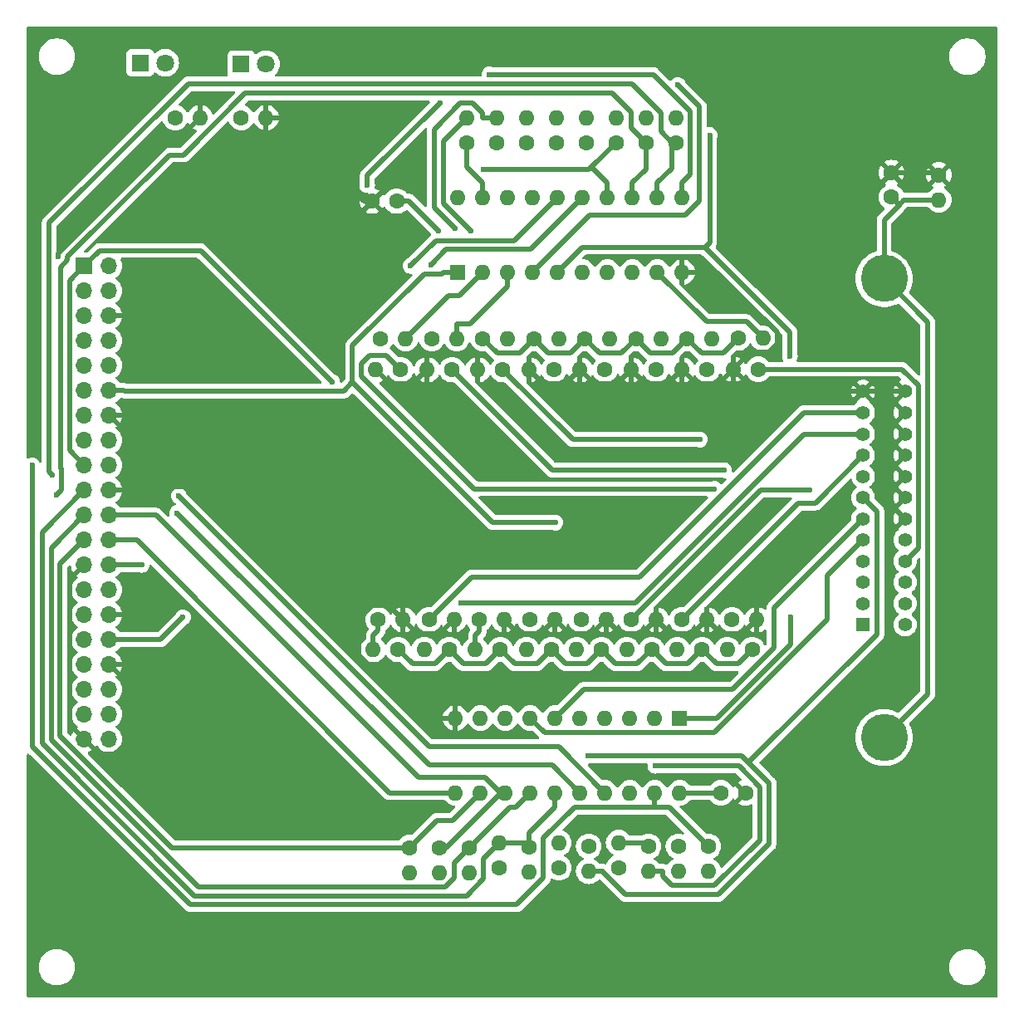
<source format=gtl>
G04 #@! TF.GenerationSoftware,KiCad,Pcbnew,8.0.8*
G04 #@! TF.CreationDate,2025-02-01T04:39:38+02:00*
G04 #@! TF.ProjectId,my_raspi_gpib,6d795f72-6173-4706-995f-677069622e6b,rev?*
G04 #@! TF.SameCoordinates,Original*
G04 #@! TF.FileFunction,Copper,L1,Top*
G04 #@! TF.FilePolarity,Positive*
%FSLAX46Y46*%
G04 Gerber Fmt 4.6, Leading zero omitted, Abs format (unit mm)*
G04 Created by KiCad (PCBNEW 8.0.8) date 2025-02-01 04:39:38*
%MOMM*%
%LPD*%
G01*
G04 APERTURE LIST*
G04 #@! TA.AperFunction,ComponentPad*
%ADD10C,1.600000*%
G04 #@! TD*
G04 #@! TA.AperFunction,ComponentPad*
%ADD11O,1.600000X1.600000*%
G04 #@! TD*
G04 #@! TA.AperFunction,ComponentPad*
%ADD12R,1.400000X1.400000*%
G04 #@! TD*
G04 #@! TA.AperFunction,ComponentPad*
%ADD13C,1.400000*%
G04 #@! TD*
G04 #@! TA.AperFunction,ComponentPad*
%ADD14C,4.800000*%
G04 #@! TD*
G04 #@! TA.AperFunction,ComponentPad*
%ADD15R,1.800000X1.800000*%
G04 #@! TD*
G04 #@! TA.AperFunction,ComponentPad*
%ADD16C,1.800000*%
G04 #@! TD*
G04 #@! TA.AperFunction,ComponentPad*
%ADD17R,1.600000X1.600000*%
G04 #@! TD*
G04 #@! TA.AperFunction,ComponentPad*
%ADD18R,1.700000X1.700000*%
G04 #@! TD*
G04 #@! TA.AperFunction,ComponentPad*
%ADD19O,1.700000X1.700000*%
G04 #@! TD*
G04 #@! TA.AperFunction,ViaPad*
%ADD20C,0.600000*%
G04 #@! TD*
G04 #@! TA.AperFunction,Conductor*
%ADD21C,0.500000*%
G04 #@! TD*
G04 APERTURE END LIST*
D10*
X157480000Y-87927000D03*
D11*
X154940000Y-87927000D03*
D10*
X154940000Y-136623000D03*
D11*
X154940000Y-139163000D03*
D10*
X173228000Y-136525000D03*
D11*
X173228000Y-139065000D03*
D10*
X149860000Y-113411000D03*
D11*
X152400000Y-113411000D03*
D10*
X142748000Y-136652000D03*
D11*
X142748000Y-139192000D03*
D12*
X189004000Y-113921000D03*
D13*
X189004000Y-111761000D03*
X189004000Y-109601000D03*
X189004000Y-107441000D03*
X189004000Y-105281000D03*
X189004000Y-103121000D03*
X189004000Y-100961000D03*
X189004000Y-98801000D03*
X189004000Y-96641000D03*
X189004000Y-94481000D03*
X189004000Y-92321000D03*
X189004000Y-90161000D03*
X193294000Y-113921000D03*
X193294000Y-111761000D03*
X193294000Y-109601000D03*
X193294000Y-107441000D03*
X193294000Y-105281000D03*
X193294000Y-103121000D03*
X193294000Y-100961000D03*
X193294000Y-98801000D03*
X193294000Y-96641000D03*
X193294000Y-94481000D03*
X193294000Y-92321000D03*
X193294000Y-90161000D03*
D14*
X191149000Y-78646000D03*
X191149000Y-125436000D03*
D10*
X157988000Y-138713000D03*
D11*
X157988000Y-136173000D03*
D10*
X146812000Y-116459000D03*
D11*
X144272000Y-116459000D03*
D10*
X145034000Y-84752000D03*
D11*
X147574000Y-84752000D03*
D15*
X115316000Y-56642000D03*
D16*
X117856000Y-56642000D03*
D10*
X167444000Y-116459000D03*
D11*
X164904000Y-116459000D03*
D10*
X141458000Y-70739000D03*
X138958000Y-70739000D03*
X175641000Y-113411000D03*
D11*
X178181000Y-113411000D03*
D17*
X147701000Y-77978000D03*
D11*
X150241000Y-77978000D03*
X152781000Y-77978000D03*
X155321000Y-77978000D03*
X157861000Y-77978000D03*
X160401000Y-77978000D03*
X162941000Y-77978000D03*
X165481000Y-77978000D03*
X168021000Y-77978000D03*
X170561000Y-77978000D03*
X170561000Y-70358000D03*
X168021000Y-70358000D03*
X165481000Y-70358000D03*
X162941000Y-70358000D03*
X160401000Y-70358000D03*
X157861000Y-70358000D03*
X155321000Y-70358000D03*
X152781000Y-70358000D03*
X150241000Y-70358000D03*
X147701000Y-70358000D03*
D10*
X157226000Y-116459000D03*
D11*
X154686000Y-116459000D03*
D10*
X118872000Y-62230000D03*
D11*
X121412000Y-62230000D03*
D10*
X141605000Y-116459000D03*
D11*
X139065000Y-116459000D03*
D10*
X155448000Y-84752000D03*
D11*
X157988000Y-84752000D03*
D10*
X170180000Y-136525000D03*
D11*
X170180000Y-139065000D03*
D10*
X144751000Y-113411000D03*
D11*
X147291000Y-113411000D03*
D10*
X139827000Y-84752000D03*
D11*
X142367000Y-84752000D03*
D10*
X191897000Y-67838000D03*
X191897000Y-70338000D03*
X165833000Y-84752000D03*
D11*
X168373000Y-84752000D03*
D10*
X161036000Y-136525000D03*
D11*
X161036000Y-139065000D03*
D10*
X173101000Y-87927000D03*
D11*
X170561000Y-87927000D03*
D10*
X166878000Y-64799000D03*
D11*
X166878000Y-62259000D03*
D10*
X165354000Y-113411000D03*
D11*
X167894000Y-113411000D03*
D10*
X147095000Y-87927000D03*
D11*
X144555000Y-87927000D03*
D10*
X162335000Y-116459000D03*
D11*
X159795000Y-116459000D03*
D10*
X196723000Y-68072000D03*
D11*
X196723000Y-70612000D03*
D10*
X178308000Y-87884000D03*
D11*
X175768000Y-87884000D03*
D10*
X148590000Y-64770000D03*
D11*
X148590000Y-62230000D03*
D17*
X170307000Y-123444000D03*
D11*
X167767000Y-123444000D03*
X165227000Y-123444000D03*
X162687000Y-123444000D03*
X160147000Y-123444000D03*
X157607000Y-123444000D03*
X155067000Y-123444000D03*
X152527000Y-123444000D03*
X149987000Y-123444000D03*
X147447000Y-123444000D03*
X147447000Y-131064000D03*
X149987000Y-131064000D03*
X152527000Y-131064000D03*
X155067000Y-131064000D03*
X157607000Y-131064000D03*
X160147000Y-131064000D03*
X162687000Y-131064000D03*
X165227000Y-131064000D03*
X167767000Y-131064000D03*
X170307000Y-131064000D03*
D10*
X157734000Y-64799000D03*
D11*
X157734000Y-62259000D03*
D10*
X125603000Y-62230000D03*
D11*
X128143000Y-62230000D03*
D10*
X167894000Y-87927000D03*
D11*
X165354000Y-87927000D03*
D10*
X151892000Y-138713000D03*
D11*
X151892000Y-136173000D03*
D10*
X152273000Y-87927000D03*
D11*
X149733000Y-87927000D03*
D10*
X154686000Y-64770000D03*
D11*
X154686000Y-62230000D03*
D10*
X160782000Y-64799000D03*
D11*
X160782000Y-62259000D03*
D10*
X163830000Y-64770000D03*
D11*
X163830000Y-62230000D03*
D10*
X164084000Y-138684000D03*
D11*
X164084000Y-136144000D03*
D10*
X155067000Y-113411000D03*
D11*
X157607000Y-113411000D03*
D10*
X174518000Y-131064000D03*
X177018000Y-131064000D03*
X152019000Y-116459000D03*
D11*
X149479000Y-116459000D03*
D10*
X167132000Y-136525000D03*
D11*
X167132000Y-139065000D03*
D10*
X170532000Y-113411000D03*
D11*
X173072000Y-113411000D03*
D10*
X148844000Y-136652000D03*
D11*
X148844000Y-139192000D03*
D10*
X151638000Y-64770000D03*
D11*
X151638000Y-62230000D03*
D10*
X162687000Y-87927000D03*
D11*
X160147000Y-87927000D03*
D10*
X171069000Y-84752000D03*
D11*
X173609000Y-84752000D03*
D10*
X139573000Y-113411000D03*
D11*
X142113000Y-113411000D03*
D18*
X109601000Y-77343000D03*
D19*
X112141000Y-77343000D03*
X109601000Y-79883000D03*
X112141000Y-79883000D03*
X109601000Y-82423000D03*
X112141000Y-82423000D03*
X109601000Y-84963000D03*
X112141000Y-84963000D03*
X109601000Y-87503000D03*
X112141000Y-87503000D03*
X109601000Y-90043000D03*
X112141000Y-90043000D03*
X109601000Y-92583000D03*
X112141000Y-92583000D03*
X109601000Y-95123000D03*
X112141000Y-95123000D03*
X109601000Y-97663000D03*
X112141000Y-97663000D03*
X109601000Y-100203000D03*
X112141000Y-100203000D03*
X109601000Y-102743000D03*
X112141000Y-102743000D03*
X109601000Y-105283000D03*
X112141000Y-105283000D03*
X109601000Y-107823000D03*
X112141000Y-107823000D03*
X109601000Y-110363000D03*
X112141000Y-110363000D03*
X109601000Y-112903000D03*
X112141000Y-112903000D03*
X109601000Y-115443000D03*
X112141000Y-115443000D03*
X109601000Y-117983000D03*
X112141000Y-117983000D03*
X109601000Y-120523000D03*
X112141000Y-120523000D03*
X109601000Y-123063000D03*
X112141000Y-123063000D03*
X109601000Y-125603000D03*
X112141000Y-125603000D03*
D10*
X169926000Y-64770000D03*
D11*
X169926000Y-62230000D03*
D10*
X160626000Y-84752000D03*
D11*
X163166000Y-84752000D03*
D10*
X150241000Y-84752000D03*
D11*
X152781000Y-84752000D03*
D10*
X145796000Y-136652000D03*
D11*
X145796000Y-139192000D03*
D10*
X160245000Y-113411000D03*
D11*
X162785000Y-113411000D03*
D10*
X177702000Y-116459000D03*
D11*
X175162000Y-116459000D03*
D10*
X172593000Y-116459000D03*
D11*
X170053000Y-116459000D03*
D10*
X176247000Y-84709000D03*
D11*
X178787000Y-84709000D03*
D10*
X141859000Y-87927000D03*
D11*
X139319000Y-87927000D03*
D15*
X125603000Y-56769000D03*
D16*
X128143000Y-56769000D03*
D20*
X105410000Y-140970000D03*
X185039000Y-55626000D03*
X200406000Y-68961000D03*
X149479000Y-55753000D03*
X188214000Y-149860000D03*
X106962700Y-76366500D03*
X105537000Y-131064000D03*
X116332000Y-150114000D03*
X105918000Y-61849000D03*
X200406000Y-65278000D03*
X200533000Y-88646000D03*
X200533000Y-139954000D03*
X106045000Y-67310000D03*
X200660000Y-79502000D03*
X111633000Y-150114000D03*
X105537000Y-137668000D03*
X105283000Y-143764000D03*
X181102000Y-55753000D03*
X176276000Y-149733000D03*
X113919000Y-150114000D03*
X200406000Y-127000000D03*
X127889000Y-150114000D03*
X200279000Y-119888000D03*
X200533000Y-76073000D03*
X144907000Y-55753000D03*
X138938000Y-150114000D03*
X169799000Y-149733000D03*
X200533000Y-133350000D03*
X200406000Y-72390000D03*
X182372000Y-149733000D03*
X200533000Y-82169000D03*
X167386000Y-149733000D03*
X200406000Y-113411000D03*
X124714000Y-150114000D03*
X132969000Y-55626000D03*
X185420000Y-149733000D03*
X193167000Y-55626000D03*
X111252000Y-55626000D03*
X130810000Y-124206000D03*
X172593000Y-149733000D03*
X126365000Y-127127000D03*
X164592000Y-55626000D03*
X160401000Y-55753000D03*
X188849000Y-55626000D03*
X122174000Y-150114000D03*
X122682000Y-123825000D03*
X191389000Y-149860000D03*
X200533000Y-91821000D03*
X200406000Y-61595000D03*
X194564000Y-149987000D03*
X200533000Y-130683000D03*
X105537000Y-134239000D03*
X119126000Y-150114000D03*
X139065000Y-55626000D03*
X135509000Y-150114000D03*
X176276000Y-55753000D03*
X179324000Y-149733000D03*
X171196000Y-55880000D03*
X131445000Y-150114000D03*
X200533000Y-85344000D03*
X200406000Y-116332000D03*
X200660000Y-143256000D03*
X154940000Y-55626000D03*
X122936000Y-129540000D03*
X129667000Y-130175000D03*
X200533000Y-136652000D03*
X200406000Y-123698000D03*
X145713300Y-73763200D03*
X104307100Y-97681400D03*
X119251600Y-100815800D03*
X183600900Y-100198700D03*
X167821800Y-128322600D03*
X119076400Y-102537000D03*
X160967500Y-127285000D03*
X157644600Y-103523700D03*
X181576000Y-113110400D03*
X147971900Y-111692000D03*
X172372600Y-95060800D03*
X170118500Y-58912200D03*
X173808300Y-100075400D03*
X149055300Y-73806200D03*
X174836300Y-98165500D03*
X147396700Y-73507700D03*
X173366000Y-64016300D03*
X181536500Y-86538400D03*
X144926400Y-77211900D03*
X134859200Y-89154400D03*
X150918800Y-57833000D03*
X115453600Y-107823000D03*
X138441500Y-69091400D03*
X145865600Y-60708700D03*
X106804000Y-100680200D03*
X106325900Y-98652600D03*
X150281600Y-67520700D03*
X119666700Y-113171600D03*
X142873000Y-77343600D03*
D21*
X112141000Y-92583000D02*
X114018700Y-94460700D01*
X156390200Y-89377200D02*
X158696800Y-89377200D01*
X124113500Y-99825400D02*
X114018700Y-99825400D01*
X118682500Y-64316500D02*
X119325500Y-64316500D01*
X108085300Y-124087300D02*
X108085300Y-109338700D01*
X174272600Y-89379400D02*
X175768000Y-87884000D01*
X138948300Y-111960800D02*
X140662800Y-111960800D01*
X180250600Y-85302600D02*
X179394000Y-86159200D01*
X137598600Y-113310500D02*
X138948300Y-111960800D01*
X108085300Y-109338700D02*
X109601000Y-107823000D01*
X112141000Y-100203000D02*
X113641100Y-100203000D01*
X156156800Y-114861200D02*
X153850200Y-114861200D01*
X143085000Y-89397000D02*
X144555000Y-87927000D01*
X171621800Y-114861200D02*
X169344200Y-114861200D01*
X112710100Y-127160900D02*
X111158900Y-127160900D01*
X193294000Y-90161000D02*
X189004000Y-90161000D01*
X174522200Y-114861200D02*
X173072000Y-113411000D01*
X180250600Y-84112300D02*
X180250600Y-85302600D01*
X161334800Y-114861200D02*
X162785000Y-113411000D01*
X109601000Y-125603000D02*
X108085300Y-124087300D01*
X169344200Y-114861200D02*
X167894000Y-113411000D01*
X137598600Y-113310500D02*
X124113500Y-99825400D01*
X157607000Y-113411000D02*
X156156800Y-114861200D01*
X153850200Y-114861200D02*
X152400000Y-113411000D01*
X154940000Y-87927000D02*
X156390200Y-89377200D01*
X143563200Y-114861200D02*
X142113000Y-113411000D01*
X164235200Y-114861200D02*
X162785000Y-113411000D01*
X160147000Y-87927000D02*
X161597200Y-89377200D01*
X173072000Y-113411000D02*
X171621800Y-114861200D01*
X172013400Y-89379400D02*
X174272600Y-89379400D01*
X178045000Y-90161000D02*
X175768000Y-87884000D01*
X170561000Y-77978000D02*
X174116300Y-77978000D01*
X106962700Y-76366500D02*
X106962700Y-76036300D01*
X158696800Y-89377200D02*
X160147000Y-87927000D01*
X147291000Y-113411000D02*
X145840800Y-114861200D01*
X163903800Y-89377200D02*
X165354000Y-87927000D01*
X140789000Y-89397000D02*
X143085000Y-89397000D01*
X128143000Y-62230000D02*
X129593100Y-62230000D01*
X140662800Y-111960800D02*
X142113000Y-113411000D01*
X147447000Y-123444000D02*
X143967000Y-123444000D01*
X138102100Y-70739000D02*
X138958000Y-70739000D01*
X170561000Y-87927000D02*
X172013400Y-89379400D01*
X196489000Y-67838000D02*
X196723000Y-68072000D01*
X114018700Y-94460700D02*
X114018700Y-99825400D01*
X174116300Y-77978000D02*
X180250600Y-84112300D01*
X137598600Y-117075600D02*
X137598600Y-113310500D01*
X166443800Y-114861200D02*
X164235200Y-114861200D01*
X106962700Y-76036300D02*
X118682500Y-64316500D01*
X166804200Y-89377200D02*
X169110800Y-89377200D01*
X165354000Y-87927000D02*
X166804200Y-89377200D01*
X157607000Y-113411000D02*
X159057200Y-114861200D01*
X178181000Y-113411000D02*
X176730800Y-114861200D01*
X176730800Y-114861200D02*
X174522200Y-114861200D01*
X177492800Y-86159200D02*
X175768000Y-87884000D01*
X114018700Y-99825400D02*
X113641100Y-100203000D01*
X169110800Y-89377200D02*
X170561000Y-87927000D01*
X159057200Y-114861200D02*
X161334800Y-114861200D01*
X189004000Y-90161000D02*
X178045000Y-90161000D01*
X179394000Y-86159200D02*
X177492800Y-86159200D01*
X145840800Y-114861200D02*
X143563200Y-114861200D01*
X119325500Y-64316500D02*
X121412000Y-62230000D01*
X112141000Y-117983000D02*
X113697900Y-119539900D01*
X113697900Y-126173100D02*
X112710100Y-127160900D01*
X161597200Y-89377200D02*
X163903800Y-89377200D01*
X129593100Y-62230000D02*
X138102100Y-70739000D01*
X167894000Y-113411000D02*
X166443800Y-114861200D01*
X111158900Y-127160900D02*
X109601000Y-125603000D01*
X139319000Y-87927000D02*
X140789000Y-89397000D01*
X191897000Y-67838000D02*
X196489000Y-67838000D01*
X113697900Y-119539900D02*
X113697900Y-126173100D01*
X143967000Y-123444000D02*
X137598600Y-117075600D01*
X192672500Y-71113500D02*
X191149000Y-72637000D01*
X191149000Y-72637000D02*
X191149000Y-78646000D01*
X195593700Y-83090700D02*
X195593700Y-120991300D01*
X193174000Y-70612000D02*
X192672500Y-71113500D01*
X196723000Y-70612000D02*
X195272900Y-70612000D01*
X195593700Y-120991300D02*
X191149000Y-125436000D01*
X191897000Y-70338000D02*
X192672500Y-71113500D01*
X195272900Y-70612000D02*
X193174000Y-70612000D01*
X191149000Y-78646000D02*
X195593700Y-83090700D01*
X171142800Y-117909200D02*
X172593000Y-116459000D01*
X150241000Y-84752000D02*
X151691200Y-86202200D01*
X174043200Y-117909200D02*
X172593000Y-116459000D01*
X172545800Y-86228800D02*
X174727200Y-86228800D01*
X142689100Y-70739000D02*
X145713300Y-73763200D01*
X162335000Y-116459000D02*
X163785200Y-117909200D01*
X171069000Y-84752000D02*
X172545800Y-86228800D01*
X141458000Y-70739000D02*
X142689100Y-70739000D01*
X160626000Y-84752000D02*
X159175800Y-86202200D01*
X160626000Y-84752000D02*
X162115400Y-86241400D01*
X168894200Y-117909200D02*
X171142800Y-117909200D01*
X157226000Y-116459000D02*
X158676200Y-117909200D01*
X169579600Y-86241400D02*
X171069000Y-84752000D01*
X157226000Y-116459000D02*
X155775800Y-117909200D01*
X174518000Y-131064000D02*
X170307000Y-131064000D01*
X145361800Y-117909200D02*
X146812000Y-116459000D01*
X151691200Y-86202200D02*
X153997800Y-86202200D01*
X162115400Y-86241400D02*
X164343600Y-86241400D01*
X141605000Y-116459000D02*
X143055200Y-117909200D01*
X148262200Y-117909200D02*
X150568800Y-117909200D01*
X158676200Y-117909200D02*
X160884800Y-117909200D01*
X167322400Y-86241400D02*
X169579600Y-86241400D01*
X146812000Y-116459000D02*
X148262200Y-117909200D01*
X156898200Y-86202200D02*
X155448000Y-84752000D01*
X165833000Y-84752000D02*
X167322400Y-86241400D01*
X160884800Y-117909200D02*
X162335000Y-116459000D01*
X176251800Y-117909200D02*
X174043200Y-117909200D01*
X164343600Y-86241400D02*
X165833000Y-84752000D01*
X159175800Y-86202200D02*
X156898200Y-86202200D01*
X150568800Y-117909200D02*
X152019000Y-116459000D01*
X165993800Y-117909200D02*
X167444000Y-116459000D01*
X155775800Y-117909200D02*
X153469200Y-117909200D01*
X143055200Y-117909200D02*
X145361800Y-117909200D01*
X153469200Y-117909200D02*
X152019000Y-116459000D01*
X163785200Y-117909200D02*
X165993800Y-117909200D01*
X167444000Y-116459000D02*
X168894200Y-117909200D01*
X153997800Y-86202200D02*
X155448000Y-84752000D01*
X177702000Y-116459000D02*
X176251800Y-117909200D01*
X174727200Y-86228800D02*
X176247000Y-84709000D01*
X120418600Y-142483600D02*
X153679100Y-142483600D01*
X156412300Y-135667700D02*
X159565900Y-132514100D01*
X159565900Y-132514100D02*
X167767000Y-132514100D01*
X104307100Y-97681400D02*
X104307100Y-126372100D01*
X153679100Y-142483600D02*
X156412300Y-139750400D01*
X169217100Y-132514100D02*
X173228000Y-136525000D01*
X104307100Y-126372100D02*
X120418600Y-142483600D01*
X167767000Y-131064000D02*
X167767000Y-132514100D01*
X167767000Y-132514100D02*
X169217100Y-132514100D01*
X156412300Y-139750400D02*
X156412300Y-135667700D01*
X162687000Y-131064000D02*
X157963300Y-126340300D01*
X157963300Y-126340300D02*
X144776100Y-126340300D01*
X166751000Y-136144000D02*
X167132000Y-136525000D01*
X144776100Y-126340300D02*
X119251600Y-100815800D01*
X164084000Y-136144000D02*
X166751000Y-136144000D01*
X168582100Y-139590800D02*
X168582100Y-139065000D01*
X178513700Y-135883200D02*
X173862000Y-140534900D01*
X178566300Y-100198700D02*
X183600900Y-100198700D01*
X165354000Y-113411000D02*
X178566300Y-100198700D01*
X176358300Y-128322600D02*
X178513700Y-130478000D01*
X167132000Y-139065000D02*
X168582100Y-139065000D01*
X178513700Y-130478000D02*
X178513700Y-135883200D01*
X169526200Y-140534900D02*
X168582100Y-139590800D01*
X167821800Y-128322600D02*
X176358300Y-128322600D01*
X173862000Y-140534900D02*
X169526200Y-140534900D01*
X112141000Y-105283000D02*
X113641100Y-105283000D01*
X114955000Y-105283000D02*
X140736000Y-131064000D01*
X113641100Y-105283000D02*
X114955000Y-105283000D01*
X140736000Y-131064000D02*
X147447000Y-131064000D01*
X149113900Y-109048100D02*
X166212500Y-109048100D01*
X144751000Y-113411000D02*
X149113900Y-109048100D01*
X182939600Y-92321000D02*
X189004000Y-92321000D01*
X166212500Y-109048100D02*
X182939600Y-92321000D01*
X148844000Y-136652000D02*
X147320000Y-138176000D01*
X153616800Y-132514200D02*
X152981800Y-132514200D01*
X106241400Y-125656300D02*
X106241400Y-106102600D01*
X121240300Y-140655200D02*
X106241400Y-125656300D01*
X155067000Y-131064000D02*
X153616800Y-132514200D01*
X106241400Y-106102600D02*
X109601000Y-102743000D01*
X147320000Y-138176000D02*
X147320000Y-139724000D01*
X146388800Y-140655200D02*
X121240300Y-140655200D01*
X147320000Y-139724000D02*
X146388800Y-140655200D01*
X152981800Y-132514200D02*
X148844000Y-136652000D01*
X144777500Y-128238100D02*
X119076400Y-102537000D01*
X160147000Y-131064000D02*
X157321100Y-128238100D01*
X157321100Y-128238100D02*
X144777500Y-128238100D01*
X107141600Y-107742400D02*
X109601000Y-105283000D01*
X118525700Y-136652000D02*
X107141600Y-125267900D01*
X147175100Y-133875900D02*
X145524100Y-133875900D01*
X145524100Y-133875900D02*
X142748000Y-136652000D01*
X149987000Y-131064000D02*
X147175100Y-133875900D01*
X142748000Y-136652000D02*
X118525700Y-136652000D01*
X107141600Y-125267900D02*
X107141600Y-107742400D01*
X179413900Y-130074400D02*
X177319000Y-127979400D01*
X176624500Y-127285000D02*
X160967500Y-127285000D01*
X177319000Y-127979400D02*
X190405100Y-114893300D01*
X179413900Y-136256100D02*
X179413900Y-130074400D01*
X174215200Y-141454800D02*
X179413900Y-136256100D01*
X161036000Y-139065000D02*
X162486100Y-139065000D01*
X190405100Y-102362100D02*
X189004000Y-100961000D01*
X162486100Y-139065000D02*
X162486100Y-139140100D01*
X190405100Y-114893300D02*
X190405100Y-102362100D01*
X177319000Y-127979400D02*
X176624500Y-127285000D01*
X164800800Y-141454800D02*
X174215200Y-141454800D01*
X162486100Y-139140100D02*
X164800800Y-141454800D01*
X157644600Y-103523700D02*
X151255600Y-103523700D01*
X181576000Y-115916700D02*
X174048700Y-123444000D01*
X136947300Y-85491100D02*
X144276400Y-78162000D01*
X113641100Y-90043000D02*
X113702600Y-90104500D01*
X174048700Y-123444000D02*
X170307000Y-123444000D01*
X113702600Y-90104500D02*
X136058200Y-90104500D01*
X136058200Y-90104500D02*
X136947300Y-89215400D01*
X136947300Y-89215400D02*
X136947300Y-85491100D01*
X146066900Y-78162000D02*
X146250900Y-77978000D01*
X151255600Y-103523700D02*
X136947300Y-89215400D01*
X181576000Y-113110400D02*
X181576000Y-115916700D01*
X144276400Y-78162000D02*
X146066900Y-78162000D01*
X147701000Y-77978000D02*
X146250900Y-77978000D01*
X112141000Y-90043000D02*
X113641100Y-90043000D01*
X165753500Y-111692000D02*
X147971900Y-111692000D01*
X139065000Y-116459000D02*
X139065000Y-115008900D01*
X189004000Y-94481000D02*
X182964500Y-94481000D01*
X182964500Y-94481000D02*
X165753500Y-111692000D01*
X139065000Y-115008900D02*
X139573000Y-114500900D01*
X139573000Y-114500900D02*
X139573000Y-113411000D01*
X170532000Y-113411000D02*
X182420700Y-101522300D01*
X184122700Y-101522300D02*
X189004000Y-96641000D01*
X182420700Y-101522300D02*
X184122700Y-101522300D01*
X154940000Y-136173000D02*
X153342100Y-136173000D01*
X154940000Y-136173000D02*
X154940000Y-136623000D01*
X150315000Y-137750000D02*
X150315000Y-139831100D01*
X154940000Y-135181100D02*
X154940000Y-136173000D01*
X151892000Y-136173000D02*
X153342100Y-136173000D01*
X157607000Y-132514100D02*
X154940000Y-135181100D01*
X150315000Y-139831100D02*
X148578700Y-141567400D01*
X105300400Y-104503600D02*
X109601000Y-100203000D01*
X151892000Y-136173000D02*
X150315000Y-137750000D01*
X157607000Y-131064000D02*
X157607000Y-132514100D01*
X120841300Y-141567400D02*
X105300400Y-126026500D01*
X105300400Y-126026500D02*
X105300400Y-104503600D01*
X148578700Y-141567400D02*
X120841300Y-141567400D01*
X150481200Y-129499200D02*
X143666200Y-129499200D01*
X152527000Y-131064000D02*
X152046000Y-131064000D01*
X146450400Y-136652000D02*
X145796000Y-136652000D01*
X152042200Y-131060200D02*
X150481200Y-129499200D01*
X116910000Y-102743000D02*
X113641100Y-102743000D01*
X152042200Y-131060200D02*
X146450400Y-136652000D01*
X152046000Y-131064000D02*
X152042200Y-131060200D01*
X112141000Y-102743000D02*
X113641100Y-102743000D01*
X143666200Y-129499200D02*
X116910000Y-102743000D01*
X175674800Y-120544800D02*
X179916400Y-116303200D01*
X160506200Y-120544800D02*
X175674800Y-120544800D01*
X179916400Y-116303200D02*
X179916400Y-112208600D01*
X157607000Y-123444000D02*
X160506200Y-120544800D01*
X179916400Y-112208600D02*
X189004000Y-103121000D01*
X149479000Y-115008900D02*
X149860000Y-114627900D01*
X173867400Y-124911300D02*
X156534300Y-124911300D01*
X149479000Y-116459000D02*
X149479000Y-115008900D01*
X156534300Y-124911300D02*
X155067000Y-123444000D01*
X185383400Y-108901600D02*
X185383400Y-113395300D01*
X149860000Y-114627900D02*
X149860000Y-113411000D01*
X185383400Y-113395300D02*
X173867400Y-124911300D01*
X189004000Y-105281000D02*
X185383400Y-108901600D01*
X172311900Y-70694900D02*
X170855800Y-72151000D01*
X170118500Y-58912200D02*
X172311900Y-61105600D01*
X172311900Y-61105600D02*
X172311900Y-70694900D01*
X159406800Y-95060800D02*
X172372600Y-95060800D01*
X152273000Y-87927000D02*
X159406800Y-95060800D01*
X161148000Y-72151000D02*
X155321000Y-77978000D01*
X170855800Y-72151000D02*
X161148000Y-72151000D01*
X148590000Y-62230000D02*
X146199700Y-64620300D01*
X173808300Y-100075400D02*
X149367000Y-100075400D01*
X146721100Y-80397900D02*
X147821100Y-80397900D01*
X146199700Y-70950600D02*
X149055300Y-73806200D01*
X142367000Y-84752000D02*
X146721100Y-80397900D01*
X149367000Y-100075400D02*
X137858400Y-88566800D01*
X147821100Y-80397900D02*
X150241000Y-77978000D01*
X137858400Y-87306500D02*
X138705800Y-86459100D01*
X140391100Y-86459100D02*
X141859000Y-87927000D01*
X138705800Y-86459100D02*
X140391100Y-86459100D01*
X146199700Y-64620300D02*
X146199700Y-70950600D01*
X137858400Y-88566800D02*
X137858400Y-87306500D01*
X194650000Y-106085000D02*
X194650000Y-89569000D01*
X168021000Y-77978000D02*
X173062900Y-83019900D01*
X177097900Y-83019900D02*
X178787000Y-84709000D01*
X194650000Y-89569000D02*
X192965000Y-87884000D01*
X173062900Y-83019900D02*
X177097900Y-83019900D01*
X192965000Y-87884000D02*
X178308000Y-87884000D01*
X193294000Y-107441000D02*
X194650000Y-106085000D01*
X147574000Y-84752000D02*
X147574000Y-83301900D01*
X152781000Y-79428100D02*
X148907200Y-83301900D01*
X147951300Y-60779800D02*
X145299500Y-63431600D01*
X157333500Y-98165500D02*
X174836300Y-98165500D01*
X148907200Y-83301900D02*
X147574000Y-83301900D01*
X149190900Y-60779800D02*
X147951300Y-60779800D01*
X150187900Y-62230000D02*
X150187900Y-61776800D01*
X151638000Y-62230000D02*
X150187900Y-62230000D01*
X147095000Y-87927000D02*
X157333500Y-98165500D01*
X150187900Y-61776800D02*
X149190900Y-60779800D01*
X145299500Y-71410500D02*
X147396700Y-73507700D01*
X152781000Y-77978000D02*
X152781000Y-79428100D01*
X145299500Y-63431600D02*
X145299500Y-71410500D01*
X172866800Y-75440500D02*
X181536500Y-84110200D01*
X173366000Y-64016300D02*
X173366000Y-74941300D01*
X181536500Y-84110200D02*
X181536500Y-86538400D01*
X160398500Y-75440500D02*
X172866800Y-75440500D01*
X173366000Y-74941300D02*
X172866800Y-75440500D01*
X157861000Y-77978000D02*
X160398500Y-75440500D01*
X155088500Y-75670500D02*
X160401000Y-70358000D01*
X144926400Y-77211900D02*
X146467800Y-75670500D01*
X146467800Y-75670500D02*
X155088500Y-75670500D01*
X109601000Y-97663000D02*
X108099700Y-96161700D01*
X108099700Y-96161700D02*
X108099700Y-78844300D01*
X111169900Y-75774100D02*
X121478900Y-75774100D01*
X121478900Y-75774100D02*
X134859200Y-89154400D01*
X109601000Y-77343000D02*
X111169900Y-75774100D01*
X108099700Y-78844300D02*
X109601000Y-77343000D01*
X150241000Y-70358000D02*
X150241000Y-68907900D01*
X148590000Y-67256900D02*
X150241000Y-68907900D01*
X148590000Y-64770000D02*
X148590000Y-67256900D01*
X138441500Y-68132800D02*
X138441500Y-69091400D01*
X145865600Y-60708700D02*
X138441500Y-68132800D01*
X171404900Y-68064000D02*
X171404900Y-61610800D01*
X167627100Y-57833000D02*
X150918800Y-57833000D01*
X170561000Y-70358000D02*
X170561000Y-68907900D01*
X170561000Y-68907900D02*
X171404900Y-68064000D01*
X171404900Y-61610800D02*
X167627100Y-57833000D01*
X112141000Y-107823000D02*
X115453600Y-107823000D01*
X118283300Y-66036300D02*
X119745800Y-66036300D01*
X107912800Y-76406800D02*
X118283300Y-66036300D01*
X107912800Y-76760100D02*
X107912800Y-76406800D01*
X107312100Y-98060900D02*
X107173400Y-97922200D01*
X107312100Y-100172100D02*
X107312100Y-98060900D01*
X165339500Y-63260500D02*
X166878000Y-64799000D01*
X126030300Y-59751800D02*
X163449100Y-59751800D01*
X165339500Y-61642200D02*
X165339500Y-63260500D01*
X107173400Y-77499500D02*
X107912800Y-76760100D01*
X106804000Y-100680200D02*
X107312100Y-100172100D01*
X119745800Y-66036300D02*
X126030300Y-59751800D01*
X166878000Y-64799000D02*
X166878000Y-67510900D01*
X107173400Y-97922200D02*
X107173400Y-77499500D01*
X163449100Y-59751800D02*
X165339500Y-61642200D01*
X166878000Y-67510900D02*
X165481000Y-68907900D01*
X165481000Y-70358000D02*
X165481000Y-68907900D01*
X168416500Y-61717600D02*
X165482000Y-58783100D01*
X106012600Y-72967200D02*
X106012600Y-98339300D01*
X168416500Y-63661700D02*
X168416500Y-61717600D01*
X106012600Y-98339300D02*
X106325900Y-98652600D01*
X169524800Y-64770000D02*
X169524800Y-67404100D01*
X169524800Y-67404100D02*
X168021000Y-68907900D01*
X169524800Y-64770000D02*
X169926000Y-64770000D01*
X120196700Y-58783100D02*
X106012600Y-72967200D01*
X165482000Y-58783100D02*
X120196700Y-58783100D01*
X168021000Y-70358000D02*
X168021000Y-68907900D01*
X169524800Y-64770000D02*
X168416500Y-63661700D01*
X150281600Y-67520700D02*
X161079300Y-67520700D01*
X161079300Y-67520700D02*
X161316600Y-67283400D01*
X161316600Y-67283400D02*
X162941000Y-68907900D01*
X117395300Y-115443000D02*
X119666700Y-113171600D01*
X162941000Y-70358000D02*
X162941000Y-68907900D01*
X161316600Y-67283400D02*
X163830000Y-64770000D01*
X112141000Y-115443000D02*
X117395300Y-115443000D01*
X142873000Y-77343600D02*
X145460300Y-74756300D01*
X153462700Y-74756300D02*
X157861000Y-70358000D01*
X145460300Y-74756300D02*
X153462700Y-74756300D01*
G04 #@! TA.AperFunction,Conductor*
G36*
X202642539Y-52971185D02*
G01*
X202688294Y-53023989D01*
X202699500Y-53075500D01*
X202699500Y-151775500D01*
X202679815Y-151842539D01*
X202627011Y-151888294D01*
X202575500Y-151899500D01*
X103875500Y-151899500D01*
X103808461Y-151879815D01*
X103762706Y-151827011D01*
X103751500Y-151775500D01*
X103751500Y-148722711D01*
X104956500Y-148722711D01*
X104956500Y-148965288D01*
X104988161Y-149205785D01*
X105050947Y-149440104D01*
X105143773Y-149664205D01*
X105143776Y-149664212D01*
X105265064Y-149874289D01*
X105265066Y-149874292D01*
X105265067Y-149874293D01*
X105412733Y-150066736D01*
X105412739Y-150066743D01*
X105584256Y-150238260D01*
X105584262Y-150238265D01*
X105776711Y-150385936D01*
X105986788Y-150507224D01*
X106210900Y-150600054D01*
X106445211Y-150662838D01*
X106625586Y-150686584D01*
X106685711Y-150694500D01*
X106685712Y-150694500D01*
X106928289Y-150694500D01*
X106976388Y-150688167D01*
X107168789Y-150662838D01*
X107403100Y-150600054D01*
X107627212Y-150507224D01*
X107837289Y-150385936D01*
X108029738Y-150238265D01*
X108201265Y-150066738D01*
X108348936Y-149874289D01*
X108470224Y-149664212D01*
X108563054Y-149440100D01*
X108625838Y-149205789D01*
X108657500Y-148965288D01*
X108657500Y-148722712D01*
X108657500Y-148722711D01*
X197793500Y-148722711D01*
X197793500Y-148965288D01*
X197825161Y-149205785D01*
X197887947Y-149440104D01*
X197980773Y-149664205D01*
X197980776Y-149664212D01*
X198102064Y-149874289D01*
X198102066Y-149874292D01*
X198102067Y-149874293D01*
X198249733Y-150066736D01*
X198249739Y-150066743D01*
X198421256Y-150238260D01*
X198421262Y-150238265D01*
X198613711Y-150385936D01*
X198823788Y-150507224D01*
X199047900Y-150600054D01*
X199282211Y-150662838D01*
X199462586Y-150686584D01*
X199522711Y-150694500D01*
X199522712Y-150694500D01*
X199765289Y-150694500D01*
X199813388Y-150688167D01*
X200005789Y-150662838D01*
X200240100Y-150600054D01*
X200464212Y-150507224D01*
X200674289Y-150385936D01*
X200866738Y-150238265D01*
X201038265Y-150066738D01*
X201185936Y-149874289D01*
X201307224Y-149664212D01*
X201400054Y-149440100D01*
X201462838Y-149205789D01*
X201494500Y-148965288D01*
X201494500Y-148722712D01*
X201462838Y-148482211D01*
X201400054Y-148247900D01*
X201307224Y-148023788D01*
X201185936Y-147813711D01*
X201038265Y-147621262D01*
X201038260Y-147621256D01*
X200866743Y-147449739D01*
X200866736Y-147449733D01*
X200674293Y-147302067D01*
X200674292Y-147302066D01*
X200674289Y-147302064D01*
X200464212Y-147180776D01*
X200464205Y-147180773D01*
X200240104Y-147087947D01*
X200005785Y-147025161D01*
X199765289Y-146993500D01*
X199765288Y-146993500D01*
X199522712Y-146993500D01*
X199522711Y-146993500D01*
X199282214Y-147025161D01*
X199047895Y-147087947D01*
X198823794Y-147180773D01*
X198823785Y-147180777D01*
X198613706Y-147302067D01*
X198421263Y-147449733D01*
X198421256Y-147449739D01*
X198249739Y-147621256D01*
X198249733Y-147621263D01*
X198102067Y-147813706D01*
X197980777Y-148023785D01*
X197980773Y-148023794D01*
X197887947Y-148247895D01*
X197825161Y-148482214D01*
X197793500Y-148722711D01*
X108657500Y-148722711D01*
X108625838Y-148482211D01*
X108563054Y-148247900D01*
X108470224Y-148023788D01*
X108348936Y-147813711D01*
X108201265Y-147621262D01*
X108201260Y-147621256D01*
X108029743Y-147449739D01*
X108029736Y-147449733D01*
X107837293Y-147302067D01*
X107837292Y-147302066D01*
X107837289Y-147302064D01*
X107627212Y-147180776D01*
X107627205Y-147180773D01*
X107403104Y-147087947D01*
X107168785Y-147025161D01*
X106928289Y-146993500D01*
X106928288Y-146993500D01*
X106685712Y-146993500D01*
X106685711Y-146993500D01*
X106445214Y-147025161D01*
X106210895Y-147087947D01*
X105986794Y-147180773D01*
X105986785Y-147180777D01*
X105776706Y-147302067D01*
X105584263Y-147449733D01*
X105584256Y-147449739D01*
X105412739Y-147621256D01*
X105412733Y-147621263D01*
X105265067Y-147813706D01*
X105143777Y-148023785D01*
X105143773Y-148023794D01*
X105050947Y-148247895D01*
X104988161Y-148482214D01*
X104956500Y-148722711D01*
X103751500Y-148722711D01*
X103751500Y-127177230D01*
X103771185Y-127110191D01*
X103823989Y-127064436D01*
X103893147Y-127054492D01*
X103956703Y-127083517D01*
X103963181Y-127089549D01*
X119940186Y-143066554D01*
X119969658Y-143086245D01*
X120013870Y-143115786D01*
X120063105Y-143148684D01*
X120063106Y-143148684D01*
X120063107Y-143148685D01*
X120063109Y-143148686D01*
X120199682Y-143205256D01*
X120199687Y-143205258D01*
X120199691Y-143205258D01*
X120199692Y-143205259D01*
X120344679Y-143234100D01*
X120344682Y-143234100D01*
X153753020Y-143234100D01*
X153850562Y-143214696D01*
X153898013Y-143205258D01*
X154034595Y-143148684D01*
X154083829Y-143115786D01*
X154083834Y-143115783D01*
X154108171Y-143099521D01*
X154157516Y-143066552D01*
X156995252Y-140228815D01*
X157039196Y-140163047D01*
X157077384Y-140105895D01*
X157109279Y-140028894D01*
X157133959Y-139969312D01*
X157143449Y-139921597D01*
X157175834Y-139859687D01*
X157236550Y-139825113D01*
X157306319Y-139828852D01*
X157330371Y-139841223D01*
X157330580Y-139840862D01*
X157335261Y-139843564D01*
X157335266Y-139843568D01*
X157541504Y-139939739D01*
X157761308Y-139998635D01*
X157923230Y-140012801D01*
X157987998Y-140018468D01*
X157988000Y-140018468D01*
X157988002Y-140018468D01*
X158044673Y-140013509D01*
X158214692Y-139998635D01*
X158434496Y-139939739D01*
X158640734Y-139843568D01*
X158827139Y-139713047D01*
X158988047Y-139552139D01*
X159118568Y-139365734D01*
X159214739Y-139159496D01*
X159273635Y-138939692D01*
X159293161Y-138716511D01*
X159293468Y-138713001D01*
X159293468Y-138712998D01*
X159273635Y-138486313D01*
X159273635Y-138486308D01*
X159214739Y-138266504D01*
X159118568Y-138060266D01*
X158988047Y-137873861D01*
X158988045Y-137873858D01*
X158827141Y-137712954D01*
X158640734Y-137582432D01*
X158640728Y-137582429D01*
X158582725Y-137555382D01*
X158530285Y-137509210D01*
X158511133Y-137442017D01*
X158531348Y-137375135D01*
X158582725Y-137330618D01*
X158640734Y-137303568D01*
X158827139Y-137173047D01*
X158988047Y-137012139D01*
X159118568Y-136825734D01*
X159214739Y-136619496D01*
X159273635Y-136399692D01*
X159292553Y-136183460D01*
X159293468Y-136173001D01*
X159293468Y-136172998D01*
X159275680Y-135969688D01*
X159273635Y-135946308D01*
X159214739Y-135726504D01*
X159118568Y-135520266D01*
X158988047Y-135333861D01*
X158988045Y-135333858D01*
X158827141Y-135172954D01*
X158640734Y-135042432D01*
X158640732Y-135042431D01*
X158431733Y-134944972D01*
X158379294Y-134898799D01*
X158360142Y-134831606D01*
X158380358Y-134764724D01*
X158396452Y-134744914D01*
X159840449Y-133300919D01*
X159901772Y-133267434D01*
X159928130Y-133264600D01*
X167693082Y-133264600D01*
X168854870Y-133264600D01*
X168921909Y-133284285D01*
X168942551Y-133300919D01*
X170727373Y-135085741D01*
X170760858Y-135147064D01*
X170755874Y-135216756D01*
X170714002Y-135272689D01*
X170648538Y-135297106D01*
X170607599Y-135293197D01*
X170406697Y-135239366D01*
X170406693Y-135239365D01*
X170406692Y-135239365D01*
X170406691Y-135239364D01*
X170406686Y-135239364D01*
X170180002Y-135219532D01*
X170179998Y-135219532D01*
X169953313Y-135239364D01*
X169953302Y-135239366D01*
X169733511Y-135298258D01*
X169733502Y-135298261D01*
X169527267Y-135394431D01*
X169527265Y-135394432D01*
X169340858Y-135524954D01*
X169179954Y-135685858D01*
X169049432Y-135872265D01*
X169049431Y-135872267D01*
X168953261Y-136078502D01*
X168953258Y-136078511D01*
X168894366Y-136298302D01*
X168894364Y-136298313D01*
X168874532Y-136524998D01*
X168874532Y-136525001D01*
X168894364Y-136751686D01*
X168894366Y-136751697D01*
X168953258Y-136971488D01*
X168953261Y-136971497D01*
X169049431Y-137177732D01*
X169049432Y-137177734D01*
X169179954Y-137364141D01*
X169340858Y-137525045D01*
X169380580Y-137552858D01*
X169527266Y-137655568D01*
X169585275Y-137682618D01*
X169637714Y-137728791D01*
X169656866Y-137795984D01*
X169636650Y-137862865D01*
X169585275Y-137907382D01*
X169527267Y-137934431D01*
X169527265Y-137934432D01*
X169340858Y-138064954D01*
X169179956Y-138225856D01*
X169088073Y-138357079D01*
X169033496Y-138400703D01*
X168963997Y-138407896D01*
X168939046Y-138400516D01*
X168801017Y-138343343D01*
X168801007Y-138343340D01*
X168656020Y-138314500D01*
X168656018Y-138314500D01*
X168258663Y-138314500D01*
X168191624Y-138294815D01*
X168157088Y-138261623D01*
X168132045Y-138225858D01*
X167971141Y-138064954D01*
X167784734Y-137934432D01*
X167784728Y-137934429D01*
X167726725Y-137907382D01*
X167674285Y-137861210D01*
X167655133Y-137794017D01*
X167675348Y-137727135D01*
X167726725Y-137682618D01*
X167784734Y-137655568D01*
X167971139Y-137525047D01*
X168132047Y-137364139D01*
X168262568Y-137177734D01*
X168358739Y-136971496D01*
X168417635Y-136751692D01*
X168437468Y-136525000D01*
X168417635Y-136298308D01*
X168358739Y-136078504D01*
X168262568Y-135872266D01*
X168140204Y-135697511D01*
X168132045Y-135685858D01*
X167971141Y-135524954D01*
X167784734Y-135394432D01*
X167784732Y-135394431D01*
X167578497Y-135298261D01*
X167578488Y-135298258D01*
X167358697Y-135239366D01*
X167358693Y-135239365D01*
X167358692Y-135239365D01*
X167358691Y-135239364D01*
X167358686Y-135239364D01*
X167132002Y-135219532D01*
X167131998Y-135219532D01*
X166905313Y-135239364D01*
X166905302Y-135239366D01*
X166685511Y-135298258D01*
X166685502Y-135298261D01*
X166532469Y-135369623D01*
X166511565Y-135379371D01*
X166506180Y-135381882D01*
X166453775Y-135393500D01*
X165210663Y-135393500D01*
X165143624Y-135373815D01*
X165109088Y-135340623D01*
X165084045Y-135304858D01*
X164923141Y-135143954D01*
X164736734Y-135013432D01*
X164736732Y-135013431D01*
X164530497Y-134917261D01*
X164530488Y-134917258D01*
X164310697Y-134858366D01*
X164310693Y-134858365D01*
X164310692Y-134858365D01*
X164310691Y-134858364D01*
X164310686Y-134858364D01*
X164084002Y-134838532D01*
X164083998Y-134838532D01*
X163857313Y-134858364D01*
X163857302Y-134858366D01*
X163637511Y-134917258D01*
X163637502Y-134917261D01*
X163431267Y-135013431D01*
X163431265Y-135013432D01*
X163244858Y-135143954D01*
X163083954Y-135304858D01*
X162953432Y-135491265D01*
X162953431Y-135491267D01*
X162857261Y-135697502D01*
X162857258Y-135697511D01*
X162798366Y-135917302D01*
X162798364Y-135917313D01*
X162778532Y-136143998D01*
X162778532Y-136144001D01*
X162798364Y-136370686D01*
X162798366Y-136370697D01*
X162857258Y-136590488D01*
X162857261Y-136590497D01*
X162953431Y-136796732D01*
X162953432Y-136796734D01*
X163083954Y-136983141D01*
X163244858Y-137144045D01*
X163244861Y-137144047D01*
X163431266Y-137274568D01*
X163489275Y-137301618D01*
X163541714Y-137347791D01*
X163560866Y-137414984D01*
X163540650Y-137481865D01*
X163489275Y-137526382D01*
X163431267Y-137553431D01*
X163431265Y-137553432D01*
X163244858Y-137683954D01*
X163083954Y-137844858D01*
X162953432Y-138031265D01*
X162953431Y-138031267D01*
X162857261Y-138237503D01*
X162852691Y-138254559D01*
X162816325Y-138314219D01*
X162753477Y-138344747D01*
X162708725Y-138344080D01*
X162560020Y-138314500D01*
X162560018Y-138314500D01*
X162162663Y-138314500D01*
X162095624Y-138294815D01*
X162061088Y-138261623D01*
X162036045Y-138225858D01*
X161875141Y-138064954D01*
X161688734Y-137934432D01*
X161688728Y-137934429D01*
X161630725Y-137907382D01*
X161578285Y-137861210D01*
X161559133Y-137794017D01*
X161579348Y-137727135D01*
X161630725Y-137682618D01*
X161688734Y-137655568D01*
X161875139Y-137525047D01*
X162036047Y-137364139D01*
X162166568Y-137177734D01*
X162262739Y-136971496D01*
X162321635Y-136751692D01*
X162341468Y-136525000D01*
X162321635Y-136298308D01*
X162262739Y-136078504D01*
X162166568Y-135872266D01*
X162044204Y-135697511D01*
X162036045Y-135685858D01*
X161875141Y-135524954D01*
X161688734Y-135394432D01*
X161688732Y-135394431D01*
X161482497Y-135298261D01*
X161482488Y-135298258D01*
X161262697Y-135239366D01*
X161262693Y-135239365D01*
X161262692Y-135239365D01*
X161262691Y-135239364D01*
X161262686Y-135239364D01*
X161036002Y-135219532D01*
X161035998Y-135219532D01*
X160809313Y-135239364D01*
X160809302Y-135239366D01*
X160589511Y-135298258D01*
X160589502Y-135298261D01*
X160383267Y-135394431D01*
X160383265Y-135394432D01*
X160196858Y-135524954D01*
X160035954Y-135685858D01*
X159905432Y-135872265D01*
X159905431Y-135872267D01*
X159809261Y-136078502D01*
X159809258Y-136078511D01*
X159750366Y-136298302D01*
X159750364Y-136298313D01*
X159730532Y-136524998D01*
X159730532Y-136525001D01*
X159750364Y-136751686D01*
X159750366Y-136751697D01*
X159809258Y-136971488D01*
X159809261Y-136971497D01*
X159905431Y-137177732D01*
X159905432Y-137177734D01*
X160035954Y-137364141D01*
X160196858Y-137525045D01*
X160236580Y-137552858D01*
X160383266Y-137655568D01*
X160441275Y-137682618D01*
X160493714Y-137728791D01*
X160512866Y-137795984D01*
X160492650Y-137862865D01*
X160441275Y-137907382D01*
X160383267Y-137934431D01*
X160383265Y-137934432D01*
X160196858Y-138064954D01*
X160035954Y-138225858D01*
X159905432Y-138412265D01*
X159905431Y-138412267D01*
X159809261Y-138618502D01*
X159809258Y-138618511D01*
X159750366Y-138838302D01*
X159750364Y-138838313D01*
X159730532Y-139064998D01*
X159730532Y-139065001D01*
X159750364Y-139291686D01*
X159750366Y-139291697D01*
X159809258Y-139511488D01*
X159809261Y-139511497D01*
X159905431Y-139717732D01*
X159905432Y-139717734D01*
X160035954Y-139904141D01*
X160196858Y-140065045D01*
X160196861Y-140065047D01*
X160383266Y-140195568D01*
X160589504Y-140291739D01*
X160809308Y-140350635D01*
X160971230Y-140364801D01*
X161035998Y-140370468D01*
X161036000Y-140370468D01*
X161036002Y-140370468D01*
X161092673Y-140365509D01*
X161262692Y-140350635D01*
X161482496Y-140291739D01*
X161688734Y-140195568D01*
X161875139Y-140065047D01*
X162024729Y-139915456D01*
X162086051Y-139881973D01*
X162155742Y-139886957D01*
X162200090Y-139915458D01*
X164217849Y-141933216D01*
X164322383Y-142037750D01*
X164322385Y-142037752D01*
X164445298Y-142119880D01*
X164445311Y-142119887D01*
X164581882Y-142176456D01*
X164581887Y-142176458D01*
X164581891Y-142176458D01*
X164581892Y-142176459D01*
X164726879Y-142205300D01*
X164726882Y-142205300D01*
X174289120Y-142205300D01*
X174386662Y-142185896D01*
X174434113Y-142176458D01*
X174570695Y-142119884D01*
X174619929Y-142086986D01*
X174693616Y-142037752D01*
X179996852Y-136734516D01*
X179998287Y-136732367D01*
X180051985Y-136652002D01*
X180051986Y-136652000D01*
X180062346Y-136636495D01*
X180078984Y-136611595D01*
X180135558Y-136475013D01*
X180147170Y-136416638D01*
X180164400Y-136330020D01*
X180164400Y-130063953D01*
X180164402Y-130000501D01*
X180164400Y-130000495D01*
X180164401Y-130000491D01*
X180164400Y-130000485D01*
X180164400Y-130000482D01*
X180151063Y-129933432D01*
X180135918Y-129857287D01*
X180135626Y-129855688D01*
X180135588Y-129855561D01*
X180135558Y-129855489D01*
X180135558Y-129855487D01*
X180111441Y-129797265D01*
X180080654Y-129722932D01*
X180079304Y-129719316D01*
X180079160Y-129718998D01*
X180077151Y-129716163D01*
X180040278Y-129660978D01*
X179996863Y-129595998D01*
X179996862Y-129595997D01*
X179996847Y-129595979D01*
X179954970Y-129554103D01*
X179954967Y-129554100D01*
X179539845Y-129138958D01*
X178468030Y-128067091D01*
X178434547Y-128005769D01*
X178439533Y-127936078D01*
X178468031Y-127891735D01*
X190988051Y-115371716D01*
X191002856Y-115349558D01*
X191070184Y-115248795D01*
X191126758Y-115112213D01*
X191149030Y-115000247D01*
X191155600Y-114967220D01*
X191155600Y-102288180D01*
X191146803Y-102243959D01*
X191146803Y-102243958D01*
X191126759Y-102143188D01*
X191072508Y-102012217D01*
X191070864Y-102007622D01*
X190988054Y-101883688D01*
X190988053Y-101883687D01*
X190988051Y-101883684D01*
X190883516Y-101779149D01*
X190238568Y-101134201D01*
X190205083Y-101072878D01*
X190202778Y-101035078D01*
X190203147Y-101031103D01*
X190209643Y-100961000D01*
X190189115Y-100739464D01*
X190128229Y-100525472D01*
X190121023Y-100511000D01*
X190029061Y-100326316D01*
X190029056Y-100326308D01*
X189894979Y-100148761D01*
X189730563Y-99998876D01*
X189718724Y-99991546D01*
X189710456Y-99986427D01*
X189663821Y-99934401D01*
X189652716Y-99865419D01*
X189680668Y-99801385D01*
X189710455Y-99775573D01*
X189730562Y-99763124D01*
X189894981Y-99613236D01*
X190029058Y-99435689D01*
X190128229Y-99236528D01*
X190189115Y-99022536D01*
X190209643Y-98801000D01*
X190200422Y-98701493D01*
X190189115Y-98579464D01*
X190189114Y-98579462D01*
X190186653Y-98570813D01*
X190128229Y-98365472D01*
X190128224Y-98365461D01*
X190029061Y-98166316D01*
X190029056Y-98166308D01*
X189894979Y-97988761D01*
X189730563Y-97838876D01*
X189718724Y-97831546D01*
X189710456Y-97826427D01*
X189663821Y-97774401D01*
X189652716Y-97705419D01*
X189680668Y-97641385D01*
X189710455Y-97615573D01*
X189730562Y-97603124D01*
X189804540Y-97535684D01*
X189894979Y-97453238D01*
X189905195Y-97439711D01*
X190029058Y-97275689D01*
X190128229Y-97076528D01*
X190189115Y-96862536D01*
X190209643Y-96641000D01*
X190189115Y-96419464D01*
X190128229Y-96205472D01*
X190121023Y-96191000D01*
X190029061Y-96006316D01*
X190029056Y-96006308D01*
X189894979Y-95828761D01*
X189730562Y-95678876D01*
X189730559Y-95678874D01*
X189710456Y-95666427D01*
X189663821Y-95614401D01*
X189652716Y-95545419D01*
X189680668Y-95481385D01*
X189710455Y-95455573D01*
X189730562Y-95443124D01*
X189894981Y-95293236D01*
X190029058Y-95115689D01*
X190128229Y-94916528D01*
X190189115Y-94702536D01*
X190209643Y-94481000D01*
X190189115Y-94259464D01*
X190128229Y-94045472D01*
X190105616Y-94000059D01*
X190029061Y-93846316D01*
X190029056Y-93846308D01*
X189894979Y-93668761D01*
X189730563Y-93518876D01*
X189718724Y-93511546D01*
X189710456Y-93506427D01*
X189663821Y-93454401D01*
X189652716Y-93385419D01*
X189680668Y-93321385D01*
X189710455Y-93295573D01*
X189730562Y-93283124D01*
X189894981Y-93133236D01*
X190029058Y-92955689D01*
X190128229Y-92756528D01*
X190189115Y-92542536D01*
X190209643Y-92321000D01*
X190189115Y-92099464D01*
X190128229Y-91885472D01*
X190029058Y-91686311D01*
X189963382Y-91599341D01*
X189894979Y-91508761D01*
X189730563Y-91358876D01*
X189708537Y-91345239D01*
X189661900Y-91293211D01*
X189650639Y-91225520D01*
X189657326Y-91167879D01*
X189092585Y-90603138D01*
X189177694Y-90580333D01*
X189280306Y-90521090D01*
X189364090Y-90437306D01*
X189423333Y-90334694D01*
X189446138Y-90249584D01*
X190012860Y-90816306D01*
X190012861Y-90816306D01*
X190028631Y-90795425D01*
X190028632Y-90795422D01*
X190127759Y-90596350D01*
X190188621Y-90382439D01*
X190209141Y-90161000D01*
X190209141Y-90160999D01*
X190188621Y-89939560D01*
X190127759Y-89725649D01*
X190028633Y-89526577D01*
X190028631Y-89526574D01*
X190012860Y-89505691D01*
X189446137Y-90072414D01*
X189423333Y-89987306D01*
X189364090Y-89884694D01*
X189280306Y-89800910D01*
X189177694Y-89741667D01*
X189092584Y-89718861D01*
X189657327Y-89154118D01*
X189657326Y-89154117D01*
X189541181Y-89082203D01*
X189541175Y-89082200D01*
X189333804Y-89001865D01*
X189115193Y-88961000D01*
X188892807Y-88961000D01*
X188674195Y-89001865D01*
X188466824Y-89082200D01*
X188466818Y-89082204D01*
X188350672Y-89154117D01*
X188350671Y-89154118D01*
X188915415Y-89718861D01*
X188830306Y-89741667D01*
X188727694Y-89800910D01*
X188643910Y-89884694D01*
X188584667Y-89987306D01*
X188561861Y-90072414D01*
X187995138Y-89505691D01*
X187995137Y-89505691D01*
X187979369Y-89526571D01*
X187880240Y-89725649D01*
X187819378Y-89939560D01*
X187798859Y-90160999D01*
X187798859Y-90161000D01*
X187819378Y-90382439D01*
X187880240Y-90596350D01*
X187979364Y-90795419D01*
X187979366Y-90795421D01*
X187995138Y-90816306D01*
X188561861Y-90249584D01*
X188584667Y-90334694D01*
X188643910Y-90437306D01*
X188727694Y-90521090D01*
X188830306Y-90580333D01*
X188915415Y-90603138D01*
X188350671Y-91167880D01*
X188357359Y-91225521D01*
X188345531Y-91294382D01*
X188299465Y-91345236D01*
X188277441Y-91358872D01*
X188277437Y-91358876D01*
X188113021Y-91508760D01*
X188103606Y-91521229D01*
X188047496Y-91562864D01*
X188004653Y-91570500D01*
X182865676Y-91570500D01*
X182836842Y-91576234D01*
X182836843Y-91576235D01*
X182720693Y-91599339D01*
X182720683Y-91599342D01*
X182640681Y-91632479D01*
X182640682Y-91632480D01*
X182584106Y-91655915D01*
X182538616Y-91686311D01*
X182461182Y-91738049D01*
X182461179Y-91738052D01*
X175842684Y-98356546D01*
X175781361Y-98390031D01*
X175711669Y-98385047D01*
X175655736Y-98343175D01*
X175631319Y-98277711D01*
X175631783Y-98254981D01*
X175641865Y-98165502D01*
X175641865Y-98165496D01*
X175621669Y-97986250D01*
X175621668Y-97986245D01*
X175590934Y-97898413D01*
X175562089Y-97815978D01*
X175548353Y-97794118D01*
X175501937Y-97720247D01*
X175466116Y-97663238D01*
X175338562Y-97535684D01*
X175285185Y-97502145D01*
X175185823Y-97439711D01*
X175015554Y-97380131D01*
X175015549Y-97380130D01*
X174836304Y-97359935D01*
X174836296Y-97359935D01*
X174657050Y-97380130D01*
X174657045Y-97380131D01*
X174577283Y-97408042D01*
X174536328Y-97415000D01*
X157695729Y-97415000D01*
X157628690Y-97395315D01*
X157608048Y-97378681D01*
X149519319Y-89289951D01*
X149485834Y-89228628D01*
X149483000Y-89202270D01*
X149483000Y-88242686D01*
X149487394Y-88247080D01*
X149578606Y-88299741D01*
X149680339Y-88327000D01*
X149785661Y-88327000D01*
X149887394Y-88299741D01*
X149978606Y-88247080D01*
X149983000Y-88242686D01*
X149983000Y-89205872D01*
X150179317Y-89153269D01*
X150179326Y-89153265D01*
X150385482Y-89057134D01*
X150571820Y-88926657D01*
X150732657Y-88765820D01*
X150863132Y-88579484D01*
X150890341Y-88521134D01*
X150936513Y-88468695D01*
X151003707Y-88449542D01*
X151070588Y-88469757D01*
X151115106Y-88521133D01*
X151142431Y-88579732D01*
X151142432Y-88579734D01*
X151272954Y-88766141D01*
X151433858Y-88927045D01*
X151433861Y-88927047D01*
X151620266Y-89057568D01*
X151826504Y-89153739D01*
X151826509Y-89153740D01*
X151826511Y-89153741D01*
X151835808Y-89156232D01*
X152046308Y-89212635D01*
X152198179Y-89225922D01*
X152272998Y-89232468D01*
X152273000Y-89232468D01*
X152273001Y-89232468D01*
X152293062Y-89230712D01*
X152439861Y-89217869D01*
X152508359Y-89231635D01*
X152538348Y-89253716D01*
X158928378Y-95643747D01*
X158928381Y-95643750D01*
X158928384Y-95643752D01*
X158980952Y-95678876D01*
X159051305Y-95725884D01*
X159107880Y-95749318D01*
X159187888Y-95782459D01*
X159304041Y-95805563D01*
X159320525Y-95808842D01*
X159332881Y-95811300D01*
X159332882Y-95811300D01*
X159332883Y-95811300D01*
X159480718Y-95811300D01*
X172072628Y-95811300D01*
X172113583Y-95818258D01*
X172193345Y-95846168D01*
X172193350Y-95846169D01*
X172372596Y-95866365D01*
X172372600Y-95866365D01*
X172372604Y-95866365D01*
X172551849Y-95846169D01*
X172551852Y-95846168D01*
X172551855Y-95846168D01*
X172722122Y-95786589D01*
X172874862Y-95690616D01*
X173002416Y-95563062D01*
X173098389Y-95410322D01*
X173157968Y-95240055D01*
X173171157Y-95122999D01*
X173178165Y-95060803D01*
X173178165Y-95060796D01*
X173157969Y-94881550D01*
X173157968Y-94881545D01*
X173098388Y-94711276D01*
X173048210Y-94631418D01*
X173002416Y-94558538D01*
X172874862Y-94430984D01*
X172812667Y-94391904D01*
X172722123Y-94335011D01*
X172551854Y-94275431D01*
X172551849Y-94275430D01*
X172372604Y-94255235D01*
X172372596Y-94255235D01*
X172193350Y-94275430D01*
X172193345Y-94275431D01*
X172113583Y-94303342D01*
X172072628Y-94310300D01*
X159769030Y-94310300D01*
X159701991Y-94290615D01*
X159681349Y-94273981D01*
X154726319Y-89318951D01*
X154692834Y-89257628D01*
X154690000Y-89231270D01*
X154690000Y-88242686D01*
X154694394Y-88247080D01*
X154785606Y-88299741D01*
X154887339Y-88327000D01*
X154992661Y-88327000D01*
X155094394Y-88299741D01*
X155185606Y-88247080D01*
X155190000Y-88242686D01*
X155190000Y-89205872D01*
X155386317Y-89153269D01*
X155386326Y-89153265D01*
X155592482Y-89057134D01*
X155778820Y-88926657D01*
X155939657Y-88765820D01*
X156070132Y-88579484D01*
X156097341Y-88521134D01*
X156143513Y-88468695D01*
X156210707Y-88449542D01*
X156277588Y-88469757D01*
X156322106Y-88521133D01*
X156349431Y-88579732D01*
X156349432Y-88579734D01*
X156479954Y-88766141D01*
X156640858Y-88927045D01*
X156640861Y-88927047D01*
X156827266Y-89057568D01*
X157033504Y-89153739D01*
X157033509Y-89153740D01*
X157033511Y-89153741D01*
X157042808Y-89156232D01*
X157253308Y-89212635D01*
X157405179Y-89225922D01*
X157479998Y-89232468D01*
X157480000Y-89232468D01*
X157480002Y-89232468D01*
X157536673Y-89227509D01*
X157706692Y-89212635D01*
X157926496Y-89153739D01*
X158132734Y-89057568D01*
X158319139Y-88927047D01*
X158480047Y-88766139D01*
X158610568Y-88579734D01*
X158701395Y-88384955D01*
X158747565Y-88332519D01*
X158814759Y-88313367D01*
X158881640Y-88333583D01*
X158926157Y-88384958D01*
X159016865Y-88579482D01*
X159147342Y-88765820D01*
X159308179Y-88926657D01*
X159494517Y-89057134D01*
X159700673Y-89153265D01*
X159700682Y-89153269D01*
X159896999Y-89205872D01*
X159897000Y-89205871D01*
X159897000Y-88242686D01*
X159901394Y-88247080D01*
X159992606Y-88299741D01*
X160094339Y-88327000D01*
X160199661Y-88327000D01*
X160301394Y-88299741D01*
X160392606Y-88247080D01*
X160397000Y-88242686D01*
X160397000Y-89205872D01*
X160593317Y-89153269D01*
X160593326Y-89153265D01*
X160799482Y-89057134D01*
X160985820Y-88926657D01*
X161146657Y-88765820D01*
X161277132Y-88579484D01*
X161304341Y-88521134D01*
X161350513Y-88468695D01*
X161417707Y-88449542D01*
X161484588Y-88469757D01*
X161529106Y-88521133D01*
X161556431Y-88579732D01*
X161556432Y-88579734D01*
X161686954Y-88766141D01*
X161847858Y-88927045D01*
X161847861Y-88927047D01*
X162034266Y-89057568D01*
X162240504Y-89153739D01*
X162240509Y-89153740D01*
X162240511Y-89153741D01*
X162249808Y-89156232D01*
X162460308Y-89212635D01*
X162612179Y-89225922D01*
X162686998Y-89232468D01*
X162687000Y-89232468D01*
X162687002Y-89232468D01*
X162743673Y-89227509D01*
X162913692Y-89212635D01*
X163133496Y-89153739D01*
X163339734Y-89057568D01*
X163526139Y-88927047D01*
X163687047Y-88766139D01*
X163817568Y-88579734D01*
X163908395Y-88384955D01*
X163954565Y-88332519D01*
X164021759Y-88313367D01*
X164088640Y-88333583D01*
X164133157Y-88384958D01*
X164223865Y-88579482D01*
X164354342Y-88765820D01*
X164515179Y-88926657D01*
X164701517Y-89057134D01*
X164907673Y-89153265D01*
X164907682Y-89153269D01*
X165103999Y-89205872D01*
X165104000Y-89205871D01*
X165104000Y-88242686D01*
X165108394Y-88247080D01*
X165199606Y-88299741D01*
X165301339Y-88327000D01*
X165406661Y-88327000D01*
X165508394Y-88299741D01*
X165599606Y-88247080D01*
X165604000Y-88242686D01*
X165604000Y-89205872D01*
X165800317Y-89153269D01*
X165800326Y-89153265D01*
X166006482Y-89057134D01*
X166192820Y-88926657D01*
X166353657Y-88765820D01*
X166484132Y-88579484D01*
X166511341Y-88521134D01*
X166557513Y-88468695D01*
X166624707Y-88449542D01*
X166691588Y-88469757D01*
X166736106Y-88521133D01*
X166763431Y-88579732D01*
X166763432Y-88579734D01*
X166893954Y-88766141D01*
X167054858Y-88927045D01*
X167054861Y-88927047D01*
X167241266Y-89057568D01*
X167447504Y-89153739D01*
X167447509Y-89153740D01*
X167447511Y-89153741D01*
X167456808Y-89156232D01*
X167667308Y-89212635D01*
X167819179Y-89225922D01*
X167893998Y-89232468D01*
X167894000Y-89232468D01*
X167894002Y-89232468D01*
X167950673Y-89227509D01*
X168120692Y-89212635D01*
X168340496Y-89153739D01*
X168546734Y-89057568D01*
X168733139Y-88927047D01*
X168894047Y-88766139D01*
X169024568Y-88579734D01*
X169115395Y-88384955D01*
X169161565Y-88332519D01*
X169228759Y-88313367D01*
X169295640Y-88333583D01*
X169340157Y-88384958D01*
X169430865Y-88579482D01*
X169561342Y-88765820D01*
X169722179Y-88926657D01*
X169908517Y-89057134D01*
X170114673Y-89153265D01*
X170114682Y-89153269D01*
X170310999Y-89205872D01*
X170311000Y-89205871D01*
X170311000Y-88242686D01*
X170315394Y-88247080D01*
X170406606Y-88299741D01*
X170508339Y-88327000D01*
X170613661Y-88327000D01*
X170715394Y-88299741D01*
X170806606Y-88247080D01*
X170811000Y-88242686D01*
X170811000Y-89205872D01*
X171007317Y-89153269D01*
X171007326Y-89153265D01*
X171213482Y-89057134D01*
X171399820Y-88926657D01*
X171560657Y-88765820D01*
X171691132Y-88579484D01*
X171718341Y-88521134D01*
X171764513Y-88468695D01*
X171831707Y-88449542D01*
X171898588Y-88469757D01*
X171943106Y-88521133D01*
X171970431Y-88579732D01*
X171970432Y-88579734D01*
X172100954Y-88766141D01*
X172261858Y-88927045D01*
X172261861Y-88927047D01*
X172448266Y-89057568D01*
X172654504Y-89153739D01*
X172654509Y-89153740D01*
X172654511Y-89153741D01*
X172663808Y-89156232D01*
X172874308Y-89212635D01*
X173026179Y-89225922D01*
X173100998Y-89232468D01*
X173101000Y-89232468D01*
X173101002Y-89232468D01*
X173157673Y-89227509D01*
X173327692Y-89212635D01*
X173547496Y-89153739D01*
X173753734Y-89057568D01*
X173940139Y-88927047D01*
X174101047Y-88766139D01*
X174231568Y-88579734D01*
X174327739Y-88373496D01*
X174327743Y-88373481D01*
X174327980Y-88372831D01*
X174328167Y-88372575D01*
X174330027Y-88368589D01*
X174330827Y-88368962D01*
X174369402Y-88316563D01*
X174434668Y-88291622D01*
X174503058Y-88305926D01*
X174552858Y-88354933D01*
X174556888Y-88362826D01*
X174637865Y-88536482D01*
X174768342Y-88722820D01*
X174929179Y-88883657D01*
X175115517Y-89014134D01*
X175321673Y-89110265D01*
X175321682Y-89110269D01*
X175517999Y-89162872D01*
X175518000Y-89162871D01*
X175518000Y-88199686D01*
X175522394Y-88204080D01*
X175613606Y-88256741D01*
X175715339Y-88284000D01*
X175820661Y-88284000D01*
X175922394Y-88256741D01*
X176013606Y-88204080D01*
X176018000Y-88199686D01*
X176018000Y-89162872D01*
X176214317Y-89110269D01*
X176214326Y-89110265D01*
X176420482Y-89014134D01*
X176606820Y-88883657D01*
X176767657Y-88722820D01*
X176898132Y-88536484D01*
X176925341Y-88478134D01*
X176971513Y-88425695D01*
X177038707Y-88406542D01*
X177105588Y-88426757D01*
X177150106Y-88478133D01*
X177177431Y-88536732D01*
X177177432Y-88536734D01*
X177307954Y-88723141D01*
X177468858Y-88884045D01*
X177468861Y-88884047D01*
X177655266Y-89014568D01*
X177861504Y-89110739D01*
X178081308Y-89169635D01*
X178243230Y-89183801D01*
X178307998Y-89189468D01*
X178308000Y-89189468D01*
X178308002Y-89189468D01*
X178364673Y-89184509D01*
X178534692Y-89169635D01*
X178754496Y-89110739D01*
X178960734Y-89014568D01*
X179147139Y-88884047D01*
X179308047Y-88723139D01*
X179333088Y-88687377D01*
X179387665Y-88643752D01*
X179434663Y-88634500D01*
X192602770Y-88634500D01*
X192669809Y-88654185D01*
X192690451Y-88670819D01*
X192870933Y-88851301D01*
X192904418Y-88912624D01*
X192899434Y-88982316D01*
X192857562Y-89038249D01*
X192828047Y-89054608D01*
X192756830Y-89082197D01*
X192756818Y-89082204D01*
X192640672Y-89154117D01*
X192640671Y-89154118D01*
X193205414Y-89718861D01*
X193120306Y-89741667D01*
X193017694Y-89800910D01*
X192933910Y-89884694D01*
X192874667Y-89987306D01*
X192851861Y-90072414D01*
X192285138Y-89505691D01*
X192285137Y-89505691D01*
X192269369Y-89526571D01*
X192170240Y-89725649D01*
X192109378Y-89939560D01*
X192088859Y-90160999D01*
X192088859Y-90161000D01*
X192109378Y-90382439D01*
X192170240Y-90596350D01*
X192269364Y-90795419D01*
X192269366Y-90795421D01*
X192285138Y-90816306D01*
X192851861Y-90249584D01*
X192874667Y-90334694D01*
X192933910Y-90437306D01*
X193017694Y-90521090D01*
X193120306Y-90580333D01*
X193205413Y-90603137D01*
X192640671Y-91167880D01*
X192647497Y-91226709D01*
X192647497Y-91255289D01*
X192640671Y-91314118D01*
X193205414Y-91878861D01*
X193120306Y-91901667D01*
X193017694Y-91960910D01*
X192933910Y-92044694D01*
X192874667Y-92147306D01*
X192851861Y-92232414D01*
X192285138Y-91665691D01*
X192285137Y-91665691D01*
X192269369Y-91686571D01*
X192170240Y-91885649D01*
X192109378Y-92099560D01*
X192088859Y-92320999D01*
X192088859Y-92321000D01*
X192109378Y-92542439D01*
X192170240Y-92756350D01*
X192269364Y-92955419D01*
X192269366Y-92955421D01*
X192285138Y-92976306D01*
X192851861Y-92409584D01*
X192874667Y-92494694D01*
X192933910Y-92597306D01*
X193017694Y-92681090D01*
X193120306Y-92740333D01*
X193205413Y-92763137D01*
X192640671Y-93327880D01*
X192647497Y-93386709D01*
X192647497Y-93415289D01*
X192640671Y-93474118D01*
X193205414Y-94038861D01*
X193120306Y-94061667D01*
X193017694Y-94120910D01*
X192933910Y-94204694D01*
X192874667Y-94307306D01*
X192851861Y-94392414D01*
X192285138Y-93825691D01*
X192285137Y-93825691D01*
X192269369Y-93846571D01*
X192170240Y-94045649D01*
X192109378Y-94259560D01*
X192088859Y-94480999D01*
X192088859Y-94481000D01*
X192109378Y-94702439D01*
X192170240Y-94916350D01*
X192269364Y-95115419D01*
X192269366Y-95115421D01*
X192285138Y-95136306D01*
X192851861Y-94569584D01*
X192874667Y-94654694D01*
X192933910Y-94757306D01*
X193017694Y-94841090D01*
X193120306Y-94900333D01*
X193205413Y-94923137D01*
X192640671Y-95487880D01*
X192647497Y-95546709D01*
X192647497Y-95575289D01*
X192640671Y-95634118D01*
X193205414Y-96198861D01*
X193120306Y-96221667D01*
X193017694Y-96280910D01*
X192933910Y-96364694D01*
X192874667Y-96467306D01*
X192851861Y-96552414D01*
X192285138Y-95985691D01*
X192285137Y-95985691D01*
X192269369Y-96006571D01*
X192170240Y-96205649D01*
X192109378Y-96419560D01*
X192088859Y-96640999D01*
X192088859Y-96641000D01*
X192109378Y-96862439D01*
X192170240Y-97076350D01*
X192269364Y-97275419D01*
X192269366Y-97275421D01*
X192285138Y-97296306D01*
X192851861Y-96729584D01*
X192874667Y-96814694D01*
X192933910Y-96917306D01*
X193017694Y-97001090D01*
X193120306Y-97060333D01*
X193205413Y-97083137D01*
X192640671Y-97647880D01*
X192647497Y-97706709D01*
X192647497Y-97735289D01*
X192640671Y-97794118D01*
X193205414Y-98358861D01*
X193120306Y-98381667D01*
X193017694Y-98440910D01*
X192933910Y-98524694D01*
X192874667Y-98627306D01*
X192851861Y-98712414D01*
X192285138Y-98145691D01*
X192285137Y-98145691D01*
X192269369Y-98166571D01*
X192170240Y-98365649D01*
X192109378Y-98579560D01*
X192088859Y-98800999D01*
X192088859Y-98801000D01*
X192109378Y-99022439D01*
X192170240Y-99236350D01*
X192269364Y-99435419D01*
X192269366Y-99435421D01*
X192285138Y-99456306D01*
X192851861Y-98889584D01*
X192874667Y-98974694D01*
X192933910Y-99077306D01*
X193017694Y-99161090D01*
X193120306Y-99220333D01*
X193205413Y-99243137D01*
X192640671Y-99807880D01*
X192647497Y-99866709D01*
X192647497Y-99895289D01*
X192640671Y-99954118D01*
X193205414Y-100518861D01*
X193120306Y-100541667D01*
X193017694Y-100600910D01*
X192933910Y-100684694D01*
X192874667Y-100787306D01*
X192851861Y-100872414D01*
X192285138Y-100305691D01*
X192285137Y-100305691D01*
X192269369Y-100326571D01*
X192170240Y-100525649D01*
X192109378Y-100739560D01*
X192088859Y-100960999D01*
X192088859Y-100961000D01*
X192109378Y-101182439D01*
X192170240Y-101396350D01*
X192269364Y-101595419D01*
X192269366Y-101595421D01*
X192285138Y-101616306D01*
X192851861Y-101049584D01*
X192874667Y-101134694D01*
X192933910Y-101237306D01*
X193017694Y-101321090D01*
X193120306Y-101380333D01*
X193205413Y-101403137D01*
X192640671Y-101967880D01*
X192647497Y-102026709D01*
X192647497Y-102055289D01*
X192640671Y-102114118D01*
X193205414Y-102678861D01*
X193120306Y-102701667D01*
X193017694Y-102760910D01*
X192933910Y-102844694D01*
X192874667Y-102947306D01*
X192851861Y-103032414D01*
X192285138Y-102465691D01*
X192285137Y-102465691D01*
X192269369Y-102486571D01*
X192170240Y-102685649D01*
X192109378Y-102899560D01*
X192088859Y-103120999D01*
X192088859Y-103121000D01*
X192109378Y-103342439D01*
X192170240Y-103556350D01*
X192269364Y-103755419D01*
X192269366Y-103755421D01*
X192285138Y-103776306D01*
X192851861Y-103209584D01*
X192874667Y-103294694D01*
X192933910Y-103397306D01*
X193017694Y-103481090D01*
X193120306Y-103540333D01*
X193205413Y-103563137D01*
X192640671Y-104127880D01*
X192647359Y-104185521D01*
X192635531Y-104254382D01*
X192589465Y-104305236D01*
X192567441Y-104318872D01*
X192567437Y-104318876D01*
X192403020Y-104468761D01*
X192268943Y-104646308D01*
X192268938Y-104646316D01*
X192169775Y-104845461D01*
X192169769Y-104845476D01*
X192108885Y-105059462D01*
X192108884Y-105059464D01*
X192088357Y-105280999D01*
X192088357Y-105281000D01*
X192108884Y-105502535D01*
X192108885Y-105502537D01*
X192169769Y-105716523D01*
X192169775Y-105716538D01*
X192268938Y-105915683D01*
X192268943Y-105915691D01*
X192403020Y-106093238D01*
X192544464Y-106222181D01*
X192567438Y-106243124D01*
X192587544Y-106255573D01*
X192634179Y-106307601D01*
X192645283Y-106376583D01*
X192617330Y-106440617D01*
X192587544Y-106466427D01*
X192567436Y-106478877D01*
X192403020Y-106628761D01*
X192268943Y-106806308D01*
X192268938Y-106806316D01*
X192169775Y-107005461D01*
X192169769Y-107005476D01*
X192108885Y-107219462D01*
X192108884Y-107219464D01*
X192088357Y-107440999D01*
X192088357Y-107441000D01*
X192108884Y-107662535D01*
X192108885Y-107662537D01*
X192169769Y-107876523D01*
X192169775Y-107876538D01*
X192268938Y-108075683D01*
X192268943Y-108075691D01*
X192403020Y-108253238D01*
X192483323Y-108326443D01*
X192567438Y-108403124D01*
X192587542Y-108415572D01*
X192587544Y-108415573D01*
X192634179Y-108467601D01*
X192645283Y-108536583D01*
X192617330Y-108600617D01*
X192587544Y-108626427D01*
X192567436Y-108638877D01*
X192403020Y-108788761D01*
X192268943Y-108966308D01*
X192268938Y-108966316D01*
X192169775Y-109165461D01*
X192169769Y-109165476D01*
X192108885Y-109379462D01*
X192108884Y-109379464D01*
X192088357Y-109600999D01*
X192088357Y-109601000D01*
X192108884Y-109822535D01*
X192108885Y-109822537D01*
X192169769Y-110036523D01*
X192169775Y-110036538D01*
X192268938Y-110235683D01*
X192268943Y-110235691D01*
X192403020Y-110413238D01*
X192544464Y-110542181D01*
X192567438Y-110563124D01*
X192587542Y-110575572D01*
X192587544Y-110575573D01*
X192634179Y-110627601D01*
X192645283Y-110696583D01*
X192617330Y-110760617D01*
X192587544Y-110786427D01*
X192567436Y-110798877D01*
X192403020Y-110948761D01*
X192268943Y-111126308D01*
X192268938Y-111126316D01*
X192169775Y-111325461D01*
X192169769Y-111325476D01*
X192108885Y-111539462D01*
X192108884Y-111539464D01*
X192088357Y-111760999D01*
X192108884Y-111982535D01*
X192108885Y-111982537D01*
X192169769Y-112196523D01*
X192169775Y-112196538D01*
X192268938Y-112395683D01*
X192268943Y-112395691D01*
X192403020Y-112573238D01*
X192529100Y-112688174D01*
X192567438Y-112723124D01*
X192587542Y-112735572D01*
X192587544Y-112735573D01*
X192634179Y-112787601D01*
X192645283Y-112856583D01*
X192617330Y-112920617D01*
X192587544Y-112946427D01*
X192567436Y-112958877D01*
X192403020Y-113108761D01*
X192268943Y-113286308D01*
X192268938Y-113286316D01*
X192169775Y-113485461D01*
X192169769Y-113485476D01*
X192108885Y-113699462D01*
X192108884Y-113699464D01*
X192088357Y-113920999D01*
X192088357Y-113921000D01*
X192108884Y-114142535D01*
X192108885Y-114142537D01*
X192169769Y-114356523D01*
X192169775Y-114356538D01*
X192268938Y-114555683D01*
X192268943Y-114555691D01*
X192403020Y-114733238D01*
X192567437Y-114883123D01*
X192567439Y-114883125D01*
X192756595Y-115000245D01*
X192756596Y-115000245D01*
X192756599Y-115000247D01*
X192964060Y-115080618D01*
X193182757Y-115121500D01*
X193182759Y-115121500D01*
X193405241Y-115121500D01*
X193405243Y-115121500D01*
X193623940Y-115080618D01*
X193831401Y-115000247D01*
X194020562Y-114883124D01*
X194184981Y-114733236D01*
X194319058Y-114555689D01*
X194319908Y-114553983D01*
X194418224Y-114356538D01*
X194418223Y-114356538D01*
X194418229Y-114356528D01*
X194479115Y-114142536D01*
X194499643Y-113921000D01*
X194497455Y-113897392D01*
X194479115Y-113699464D01*
X194479114Y-113699462D01*
X194471830Y-113673862D01*
X194418229Y-113485472D01*
X194417242Y-113483489D01*
X194319061Y-113286316D01*
X194319056Y-113286308D01*
X194184979Y-113108761D01*
X194020563Y-112958876D01*
X194008724Y-112951546D01*
X194000456Y-112946427D01*
X193953821Y-112894401D01*
X193942716Y-112825419D01*
X193970668Y-112761385D01*
X194000455Y-112735573D01*
X194020562Y-112723124D01*
X194146694Y-112608139D01*
X194184979Y-112573238D01*
X194186022Y-112571858D01*
X194319058Y-112395689D01*
X194418229Y-112196528D01*
X194479115Y-111982536D01*
X194499643Y-111761000D01*
X194479115Y-111539464D01*
X194418229Y-111325472D01*
X194418224Y-111325461D01*
X194319061Y-111126316D01*
X194319056Y-111126308D01*
X194184979Y-110948761D01*
X194020563Y-110798876D01*
X194008724Y-110791546D01*
X194000456Y-110786427D01*
X193953821Y-110734401D01*
X193942716Y-110665419D01*
X193970668Y-110601385D01*
X194000455Y-110575573D01*
X194020562Y-110563124D01*
X194184981Y-110413236D01*
X194319058Y-110235689D01*
X194418229Y-110036528D01*
X194479115Y-109822536D01*
X194499643Y-109601000D01*
X194489505Y-109491597D01*
X194479115Y-109379464D01*
X194479114Y-109379462D01*
X194463478Y-109324508D01*
X194418229Y-109165472D01*
X194418224Y-109165461D01*
X194319061Y-108966316D01*
X194319056Y-108966308D01*
X194184979Y-108788761D01*
X194020563Y-108638876D01*
X194003909Y-108628565D01*
X194000456Y-108626427D01*
X193953821Y-108574401D01*
X193942716Y-108505419D01*
X193970668Y-108441385D01*
X194000455Y-108415573D01*
X194020562Y-108403124D01*
X194145832Y-108288925D01*
X194184979Y-108253238D01*
X194245933Y-108172523D01*
X194319058Y-108075689D01*
X194418229Y-107876528D01*
X194479115Y-107662536D01*
X194499643Y-107441000D01*
X194492778Y-107366919D01*
X194506193Y-107298350D01*
X194528562Y-107267803D01*
X194631522Y-107164844D01*
X194692842Y-107131362D01*
X194762534Y-107136346D01*
X194818467Y-107178218D01*
X194842884Y-107243683D01*
X194843200Y-107252528D01*
X194843200Y-120629069D01*
X194823515Y-120696108D01*
X194806881Y-120716750D01*
X192666412Y-122857218D01*
X192605089Y-122890703D01*
X192535397Y-122885719D01*
X192523080Y-122880347D01*
X192299783Y-122768203D01*
X192299777Y-122768200D01*
X191982284Y-122652642D01*
X191982281Y-122652641D01*
X191722055Y-122590967D01*
X191653520Y-122574724D01*
X191317935Y-122535500D01*
X190980065Y-122535500D01*
X190671242Y-122571596D01*
X190644480Y-122574724D01*
X190315718Y-122652641D01*
X190315715Y-122652642D01*
X189998222Y-122768200D01*
X189998216Y-122768203D01*
X189696295Y-122919834D01*
X189414001Y-123105500D01*
X189155191Y-123322669D01*
X189155181Y-123322679D01*
X188923323Y-123568432D01*
X188923318Y-123568438D01*
X188721560Y-123839446D01*
X188552627Y-124132047D01*
X188552621Y-124132060D01*
X188418801Y-124442289D01*
X188321899Y-124765968D01*
X188321896Y-124765982D01*
X188263230Y-125098690D01*
X188263229Y-125098701D01*
X188243584Y-125435996D01*
X188243584Y-125436003D01*
X188263229Y-125773298D01*
X188263230Y-125773309D01*
X188321896Y-126106017D01*
X188321899Y-126106031D01*
X188418801Y-126429710D01*
X188552621Y-126739939D01*
X188552627Y-126739952D01*
X188721560Y-127032553D01*
X188923318Y-127303561D01*
X188923323Y-127303567D01*
X189043069Y-127430489D01*
X189155183Y-127549323D01*
X189155189Y-127549328D01*
X189155191Y-127549330D01*
X189414001Y-127766499D01*
X189414006Y-127766502D01*
X189696292Y-127952164D01*
X189998224Y-128103800D01*
X190315717Y-128219358D01*
X190644480Y-128297276D01*
X190980065Y-128336500D01*
X190980072Y-128336500D01*
X191317928Y-128336500D01*
X191317935Y-128336500D01*
X191653520Y-128297276D01*
X191982283Y-128219358D01*
X192299776Y-128103800D01*
X192601708Y-127952164D01*
X192883994Y-127766502D01*
X193142817Y-127549323D01*
X193374678Y-127303565D01*
X193576440Y-127032552D01*
X193745375Y-126739948D01*
X193879198Y-126429711D01*
X193976100Y-126106035D01*
X194034771Y-125773298D01*
X194054416Y-125436000D01*
X194034771Y-125098702D01*
X194004216Y-124925420D01*
X193976103Y-124765982D01*
X193976102Y-124765981D01*
X193976100Y-124765965D01*
X193879198Y-124442289D01*
X193745375Y-124132052D01*
X193708375Y-124067966D01*
X193691902Y-124000065D01*
X193714755Y-123934039D01*
X193728075Y-123918291D01*
X196176652Y-121469716D01*
X196226975Y-121394401D01*
X196226979Y-121394396D01*
X196244756Y-121367789D01*
X196258784Y-121346795D01*
X196315358Y-121210213D01*
X196324796Y-121162762D01*
X196344200Y-121065220D01*
X196344200Y-83016779D01*
X196315359Y-82871792D01*
X196315358Y-82871791D01*
X196315358Y-82871787D01*
X196258784Y-82735205D01*
X196193043Y-82636816D01*
X196193043Y-82636815D01*
X196179130Y-82615993D01*
X196176652Y-82612284D01*
X193728081Y-80163713D01*
X193694596Y-80102390D01*
X193699580Y-80032698D01*
X193708372Y-80014038D01*
X193745375Y-79949948D01*
X193879198Y-79639711D01*
X193976100Y-79316035D01*
X194034771Y-78983298D01*
X194054416Y-78646000D01*
X194053804Y-78635500D01*
X194048857Y-78550547D01*
X194034771Y-78308702D01*
X194026107Y-78259569D01*
X193976103Y-77975982D01*
X193976102Y-77975981D01*
X193976100Y-77975965D01*
X193879198Y-77652289D01*
X193745375Y-77342052D01*
X193670232Y-77211900D01*
X193576439Y-77049446D01*
X193374681Y-76778438D01*
X193374676Y-76778432D01*
X193241006Y-76636751D01*
X193142817Y-76532677D01*
X193142810Y-76532671D01*
X193142808Y-76532669D01*
X192883998Y-76315500D01*
X192699012Y-76193834D01*
X192601708Y-76129836D01*
X192445340Y-76051305D01*
X192299783Y-75978203D01*
X192299782Y-75978202D01*
X191981089Y-75862207D01*
X191924825Y-75820780D01*
X191899890Y-75755512D01*
X191899500Y-75745685D01*
X191899500Y-72999228D01*
X191919185Y-72932189D01*
X191935814Y-72911552D01*
X193140706Y-71706659D01*
X193140711Y-71706656D01*
X193150914Y-71696452D01*
X193150916Y-71696452D01*
X193255452Y-71591916D01*
X193255452Y-71591915D01*
X193448548Y-71398819D01*
X193509871Y-71365334D01*
X193536229Y-71362500D01*
X195198982Y-71362500D01*
X195596337Y-71362500D01*
X195663376Y-71382185D01*
X195697912Y-71415377D01*
X195722954Y-71451141D01*
X195883858Y-71612045D01*
X195883861Y-71612047D01*
X196070266Y-71742568D01*
X196276504Y-71838739D01*
X196496308Y-71897635D01*
X196658230Y-71911801D01*
X196722998Y-71917468D01*
X196723000Y-71917468D01*
X196723002Y-71917468D01*
X196779673Y-71912509D01*
X196949692Y-71897635D01*
X197169496Y-71838739D01*
X197375734Y-71742568D01*
X197562139Y-71612047D01*
X197723047Y-71451139D01*
X197853568Y-71264734D01*
X197949739Y-71058496D01*
X198008635Y-70838692D01*
X198028468Y-70612000D01*
X198008635Y-70385308D01*
X197949739Y-70165504D01*
X197853568Y-69959266D01*
X197723047Y-69772861D01*
X197723045Y-69772858D01*
X197562141Y-69611954D01*
X197429190Y-69518862D01*
X197375734Y-69481432D01*
X197317132Y-69454105D01*
X197264694Y-69407933D01*
X197245543Y-69340739D01*
X197265759Y-69273858D01*
X197317135Y-69229341D01*
X197375482Y-69202133D01*
X197448471Y-69151024D01*
X196769447Y-68472000D01*
X196775661Y-68472000D01*
X196877394Y-68444741D01*
X196968606Y-68392080D01*
X197043080Y-68317606D01*
X197095741Y-68226394D01*
X197123000Y-68124661D01*
X197123000Y-68118447D01*
X197802024Y-68797471D01*
X197853136Y-68724478D01*
X197949264Y-68518331D01*
X197949269Y-68518317D01*
X198008139Y-68298610D01*
X198008141Y-68298599D01*
X198027966Y-68072002D01*
X198027966Y-68071997D01*
X198008141Y-67845400D01*
X198008139Y-67845389D01*
X197949269Y-67625682D01*
X197949264Y-67625668D01*
X197853136Y-67419521D01*
X197853132Y-67419513D01*
X197802025Y-67346526D01*
X197123000Y-68025551D01*
X197123000Y-68019339D01*
X197095741Y-67917606D01*
X197043080Y-67826394D01*
X196968606Y-67751920D01*
X196877394Y-67699259D01*
X196775661Y-67672000D01*
X196769445Y-67672000D01*
X197448472Y-66992974D01*
X197375478Y-66941863D01*
X197169331Y-66845735D01*
X197169317Y-66845730D01*
X196949610Y-66786860D01*
X196949599Y-66786858D01*
X196723002Y-66767034D01*
X196722998Y-66767034D01*
X196496400Y-66786858D01*
X196496389Y-66786860D01*
X196276682Y-66845730D01*
X196276673Y-66845734D01*
X196070516Y-66941866D01*
X196070512Y-66941868D01*
X195997526Y-66992973D01*
X195997526Y-66992974D01*
X196676553Y-67672000D01*
X196670339Y-67672000D01*
X196568606Y-67699259D01*
X196477394Y-67751920D01*
X196402920Y-67826394D01*
X196350259Y-67917606D01*
X196323000Y-68019339D01*
X196323000Y-68025552D01*
X195643974Y-67346526D01*
X195643973Y-67346526D01*
X195592868Y-67419512D01*
X195592866Y-67419516D01*
X195496734Y-67625673D01*
X195496730Y-67625682D01*
X195437860Y-67845389D01*
X195437858Y-67845400D01*
X195418034Y-68071997D01*
X195418034Y-68072002D01*
X195437858Y-68298599D01*
X195437860Y-68298610D01*
X195496730Y-68518317D01*
X195496735Y-68518331D01*
X195592863Y-68724478D01*
X195643974Y-68797472D01*
X196323000Y-68118446D01*
X196323000Y-68124661D01*
X196350259Y-68226394D01*
X196402920Y-68317606D01*
X196477394Y-68392080D01*
X196568606Y-68444741D01*
X196670339Y-68472000D01*
X196676553Y-68472000D01*
X195997526Y-69151025D01*
X196070513Y-69202132D01*
X196070521Y-69202136D01*
X196128864Y-69229342D01*
X196181304Y-69275514D01*
X196200456Y-69342707D01*
X196180241Y-69409589D01*
X196128866Y-69454105D01*
X196070272Y-69481428D01*
X196070265Y-69481432D01*
X195883858Y-69611954D01*
X195722954Y-69772858D01*
X195697912Y-69808623D01*
X195643335Y-69852248D01*
X195596337Y-69861500D01*
X193188744Y-69861500D01*
X193121705Y-69841815D01*
X193076362Y-69789905D01*
X193068414Y-69772861D01*
X193027568Y-69685266D01*
X192897047Y-69498861D01*
X192897045Y-69498858D01*
X192736141Y-69337954D01*
X192549734Y-69207432D01*
X192549730Y-69207430D01*
X192534022Y-69200105D01*
X192481583Y-69153931D01*
X192462433Y-69086737D01*
X192482650Y-69019857D01*
X192534028Y-68975340D01*
X192549481Y-68968134D01*
X192622471Y-68917024D01*
X191943447Y-68238000D01*
X191949661Y-68238000D01*
X192051394Y-68210741D01*
X192142606Y-68158080D01*
X192217080Y-68083606D01*
X192269741Y-67992394D01*
X192297000Y-67890661D01*
X192297000Y-67884447D01*
X192976024Y-68563471D01*
X193027136Y-68490478D01*
X193123264Y-68284331D01*
X193123269Y-68284317D01*
X193182139Y-68064610D01*
X193182141Y-68064599D01*
X193201966Y-67838002D01*
X193201966Y-67837997D01*
X193182141Y-67611400D01*
X193182139Y-67611389D01*
X193123269Y-67391682D01*
X193123264Y-67391668D01*
X193027136Y-67185521D01*
X193027132Y-67185513D01*
X192976025Y-67112526D01*
X192297000Y-67791551D01*
X192297000Y-67785339D01*
X192269741Y-67683606D01*
X192217080Y-67592394D01*
X192142606Y-67517920D01*
X192051394Y-67465259D01*
X191949661Y-67438000D01*
X191943445Y-67438000D01*
X192622472Y-66758974D01*
X192549478Y-66707863D01*
X192343331Y-66611735D01*
X192343317Y-66611730D01*
X192123610Y-66552860D01*
X192123599Y-66552858D01*
X191897002Y-66533034D01*
X191896998Y-66533034D01*
X191670400Y-66552858D01*
X191670389Y-66552860D01*
X191450682Y-66611730D01*
X191450673Y-66611734D01*
X191244516Y-66707866D01*
X191244512Y-66707868D01*
X191171526Y-66758973D01*
X191171526Y-66758974D01*
X191850553Y-67438000D01*
X191844339Y-67438000D01*
X191742606Y-67465259D01*
X191651394Y-67517920D01*
X191576920Y-67592394D01*
X191524259Y-67683606D01*
X191497000Y-67785339D01*
X191497000Y-67791552D01*
X190817974Y-67112526D01*
X190817973Y-67112526D01*
X190766868Y-67185512D01*
X190766866Y-67185516D01*
X190670734Y-67391673D01*
X190670730Y-67391682D01*
X190611860Y-67611389D01*
X190611858Y-67611400D01*
X190592034Y-67837997D01*
X190592034Y-67838002D01*
X190611858Y-68064599D01*
X190611860Y-68064610D01*
X190670730Y-68284317D01*
X190670735Y-68284331D01*
X190766863Y-68490478D01*
X190817974Y-68563472D01*
X191497000Y-67884446D01*
X191497000Y-67890661D01*
X191524259Y-67992394D01*
X191576920Y-68083606D01*
X191651394Y-68158080D01*
X191742606Y-68210741D01*
X191844339Y-68238000D01*
X191850553Y-68238000D01*
X191171526Y-68917025D01*
X191244513Y-68968132D01*
X191244515Y-68968133D01*
X191259973Y-68975341D01*
X191312413Y-69021513D01*
X191331566Y-69088706D01*
X191311351Y-69155587D01*
X191259979Y-69200104D01*
X191244270Y-69207429D01*
X191244265Y-69207432D01*
X191057858Y-69337954D01*
X190896954Y-69498858D01*
X190766432Y-69685265D01*
X190766431Y-69685267D01*
X190670261Y-69891502D01*
X190670258Y-69891511D01*
X190611366Y-70111302D01*
X190611364Y-70111313D01*
X190591532Y-70337998D01*
X190591532Y-70338001D01*
X190611364Y-70564686D01*
X190611366Y-70564697D01*
X190670258Y-70784488D01*
X190670261Y-70784497D01*
X190766431Y-70990732D01*
X190766432Y-70990734D01*
X190896954Y-71177141D01*
X191057857Y-71338044D01*
X191057860Y-71338046D01*
X191057861Y-71338047D01*
X191130151Y-71388665D01*
X191173777Y-71443241D01*
X191180971Y-71512739D01*
X191149449Y-71575094D01*
X191146710Y-71577921D01*
X190566052Y-72158578D01*
X190566046Y-72158585D01*
X190527216Y-72216699D01*
X190527217Y-72216700D01*
X190483913Y-72281508D01*
X190427343Y-72418082D01*
X190427340Y-72418092D01*
X190398500Y-72563079D01*
X190398500Y-75745685D01*
X190378815Y-75812724D01*
X190326011Y-75858479D01*
X190316911Y-75862207D01*
X189998217Y-75978202D01*
X189998216Y-75978203D01*
X189696295Y-76129834D01*
X189414001Y-76315500D01*
X189155191Y-76532669D01*
X189155181Y-76532679D01*
X188923323Y-76778432D01*
X188923318Y-76778438D01*
X188721560Y-77049446D01*
X188552627Y-77342047D01*
X188552621Y-77342060D01*
X188418801Y-77652289D01*
X188321899Y-77975968D01*
X188321896Y-77975982D01*
X188263230Y-78308690D01*
X188263229Y-78308701D01*
X188243584Y-78645996D01*
X188243584Y-78646003D01*
X188263229Y-78983298D01*
X188263230Y-78983309D01*
X188321896Y-79316017D01*
X188321899Y-79316031D01*
X188418801Y-79639710D01*
X188552621Y-79949939D01*
X188552627Y-79949952D01*
X188721560Y-80242553D01*
X188923318Y-80513561D01*
X188923323Y-80513567D01*
X188975473Y-80568842D01*
X189155183Y-80759323D01*
X189155189Y-80759328D01*
X189155191Y-80759330D01*
X189414001Y-80976499D01*
X189420623Y-80980854D01*
X189696292Y-81162164D01*
X189998224Y-81313800D01*
X190315717Y-81429358D01*
X190644480Y-81507276D01*
X190980065Y-81546500D01*
X190980072Y-81546500D01*
X191317928Y-81546500D01*
X191317935Y-81546500D01*
X191653520Y-81507276D01*
X191982283Y-81429358D01*
X192299776Y-81313800D01*
X192299779Y-81313798D01*
X192299783Y-81313797D01*
X192523081Y-81201652D01*
X192591824Y-81189155D01*
X192656410Y-81215807D01*
X192666413Y-81224781D01*
X194806881Y-83365249D01*
X194840366Y-83426572D01*
X194843200Y-83452930D01*
X194843200Y-88401469D01*
X194823515Y-88468508D01*
X194770711Y-88514263D01*
X194701553Y-88524207D01*
X194637997Y-88495182D01*
X194631519Y-88489150D01*
X193443421Y-87301052D01*
X193443414Y-87301046D01*
X193340949Y-87232582D01*
X193340947Y-87232581D01*
X193320503Y-87218920D01*
X193320488Y-87218912D01*
X193183917Y-87162343D01*
X193183907Y-87162340D01*
X193038920Y-87133500D01*
X193038918Y-87133500D01*
X182332343Y-87133500D01*
X182265304Y-87113815D01*
X182219549Y-87061011D01*
X182209605Y-86991853D01*
X182227350Y-86943527D01*
X182262288Y-86887924D01*
X182262289Y-86887922D01*
X182321868Y-86717655D01*
X182323828Y-86700258D01*
X182342065Y-86538403D01*
X182342065Y-86538396D01*
X182321868Y-86359147D01*
X182321868Y-86359145D01*
X182293958Y-86279382D01*
X182287000Y-86238428D01*
X182287000Y-84036279D01*
X182258159Y-83891292D01*
X182258158Y-83891291D01*
X182258158Y-83891287D01*
X182215775Y-83788965D01*
X182201587Y-83754711D01*
X182201580Y-83754698D01*
X182119452Y-83631785D01*
X182078786Y-83591119D01*
X182014916Y-83527249D01*
X178078831Y-79591164D01*
X174004259Y-75516591D01*
X173970774Y-75455268D01*
X173975758Y-75385576D01*
X173988834Y-75360026D01*
X174031084Y-75296795D01*
X174087658Y-75160213D01*
X174102618Y-75085005D01*
X174116500Y-75015220D01*
X174116500Y-64316272D01*
X174123458Y-64275317D01*
X174151368Y-64195555D01*
X174151369Y-64195549D01*
X174171565Y-64016303D01*
X174171565Y-64016296D01*
X174151369Y-63837050D01*
X174151368Y-63837045D01*
X174093363Y-63671277D01*
X174091789Y-63666778D01*
X174074604Y-63639429D01*
X174028598Y-63566210D01*
X173995816Y-63514038D01*
X173868262Y-63386484D01*
X173827017Y-63360568D01*
X173715523Y-63290511D01*
X173545254Y-63230931D01*
X173545249Y-63230930D01*
X173366004Y-63210735D01*
X173365996Y-63210735D01*
X173200283Y-63229405D01*
X173131461Y-63217350D01*
X173080082Y-63170001D01*
X173062400Y-63106185D01*
X173062400Y-61031679D01*
X173033559Y-60886692D01*
X173033558Y-60886691D01*
X173033558Y-60886687D01*
X172976984Y-60750105D01*
X172944086Y-60700870D01*
X172911873Y-60652658D01*
X172894856Y-60627189D01*
X172894852Y-60627184D01*
X170871807Y-58604139D01*
X170849153Y-58568069D01*
X170847313Y-58568956D01*
X170844292Y-58562684D01*
X170844289Y-58562680D01*
X170844289Y-58562678D01*
X170748316Y-58409938D01*
X170620762Y-58282384D01*
X170468023Y-58186411D01*
X170297754Y-58126831D01*
X170297749Y-58126830D01*
X170118504Y-58106635D01*
X170118496Y-58106635D01*
X169939250Y-58126830D01*
X169939245Y-58126831D01*
X169768976Y-58186411D01*
X169616237Y-58282384D01*
X169488686Y-58409935D01*
X169488681Y-58409941D01*
X169485249Y-58415404D01*
X169432913Y-58461693D01*
X169363859Y-58472339D01*
X169300011Y-58443961D01*
X169292577Y-58437109D01*
X168105521Y-57250052D01*
X168105514Y-57250046D01*
X168031829Y-57200812D01*
X168031829Y-57200813D01*
X167982591Y-57167913D01*
X167846017Y-57111343D01*
X167846007Y-57111340D01*
X167701020Y-57082500D01*
X167701018Y-57082500D01*
X151218772Y-57082500D01*
X151177817Y-57075542D01*
X151098054Y-57047631D01*
X151098049Y-57047630D01*
X150918804Y-57027435D01*
X150918796Y-57027435D01*
X150739550Y-57047630D01*
X150739545Y-57047631D01*
X150569276Y-57107211D01*
X150416537Y-57203184D01*
X150288984Y-57330737D01*
X150193011Y-57483476D01*
X150133431Y-57653745D01*
X150133430Y-57653750D01*
X150113235Y-57832996D01*
X150113235Y-57833004D01*
X150120188Y-57894717D01*
X150108133Y-57963539D01*
X150060784Y-58014918D01*
X149996968Y-58032600D01*
X129160882Y-58032600D01*
X129093843Y-58012915D01*
X129048088Y-57960111D01*
X129038144Y-57890953D01*
X129067169Y-57827397D01*
X129084719Y-57810747D01*
X129085603Y-57810058D01*
X129094784Y-57802913D01*
X129251979Y-57632153D01*
X129255254Y-57627141D01*
X129279602Y-57589873D01*
X129378924Y-57437849D01*
X129472157Y-57225300D01*
X129529134Y-57000305D01*
X129539657Y-56873308D01*
X129548300Y-56769006D01*
X129548300Y-56768993D01*
X129529135Y-56537702D01*
X129529133Y-56537691D01*
X129472157Y-56312699D01*
X129378924Y-56100151D01*
X129251983Y-55905852D01*
X129251980Y-55905849D01*
X129251979Y-55905847D01*
X129233443Y-55885711D01*
X197793500Y-55885711D01*
X197793500Y-56128288D01*
X197825161Y-56368785D01*
X197887947Y-56603104D01*
X197904061Y-56642006D01*
X197980776Y-56827212D01*
X198102064Y-57037289D01*
X198102066Y-57037292D01*
X198102067Y-57037293D01*
X198249733Y-57229736D01*
X198249739Y-57229743D01*
X198421256Y-57401260D01*
X198421262Y-57401265D01*
X198613711Y-57548936D01*
X198823788Y-57670224D01*
X199047900Y-57763054D01*
X199282211Y-57825838D01*
X199462586Y-57849584D01*
X199522711Y-57857500D01*
X199522712Y-57857500D01*
X199765289Y-57857500D01*
X199813388Y-57851167D01*
X200005789Y-57825838D01*
X200240100Y-57763054D01*
X200464212Y-57670224D01*
X200674289Y-57548936D01*
X200866738Y-57401265D01*
X201038265Y-57229738D01*
X201185936Y-57037289D01*
X201307224Y-56827212D01*
X201400054Y-56603100D01*
X201462838Y-56368789D01*
X201494500Y-56128288D01*
X201494500Y-55885712D01*
X201462838Y-55645211D01*
X201400054Y-55410900D01*
X201307224Y-55186788D01*
X201185936Y-54976711D01*
X201038265Y-54784262D01*
X201038260Y-54784256D01*
X200866743Y-54612739D01*
X200866736Y-54612733D01*
X200674293Y-54465067D01*
X200674292Y-54465066D01*
X200674289Y-54465064D01*
X200464212Y-54343776D01*
X200464205Y-54343773D01*
X200240104Y-54250947D01*
X200005785Y-54188161D01*
X199765289Y-54156500D01*
X199765288Y-54156500D01*
X199522712Y-54156500D01*
X199522711Y-54156500D01*
X199282214Y-54188161D01*
X199047895Y-54250947D01*
X198823794Y-54343773D01*
X198823785Y-54343777D01*
X198613706Y-54465067D01*
X198421263Y-54612733D01*
X198421256Y-54612739D01*
X198249739Y-54784256D01*
X198249733Y-54784263D01*
X198102067Y-54976706D01*
X197980777Y-55186785D01*
X197980773Y-55186794D01*
X197887947Y-55410895D01*
X197825161Y-55645214D01*
X197793500Y-55885711D01*
X129233443Y-55885711D01*
X129094784Y-55735087D01*
X129094779Y-55735083D01*
X129094777Y-55735081D01*
X128911634Y-55592535D01*
X128911628Y-55592531D01*
X128707504Y-55482064D01*
X128707495Y-55482061D01*
X128487984Y-55406702D01*
X128297450Y-55374908D01*
X128259049Y-55368500D01*
X128026951Y-55368500D01*
X127988550Y-55374908D01*
X127798015Y-55406702D01*
X127578504Y-55482061D01*
X127578495Y-55482064D01*
X127374371Y-55592531D01*
X127374365Y-55592535D01*
X127191222Y-55735081D01*
X127191218Y-55735085D01*
X127182866Y-55744158D01*
X127122979Y-55780148D01*
X127053141Y-55778047D01*
X126995525Y-55738522D01*
X126975455Y-55703507D01*
X126946797Y-55626671D01*
X126946793Y-55626664D01*
X126860547Y-55511455D01*
X126860544Y-55511452D01*
X126745335Y-55425206D01*
X126745328Y-55425202D01*
X126610482Y-55374908D01*
X126610483Y-55374908D01*
X126550883Y-55368501D01*
X126550881Y-55368500D01*
X126550873Y-55368500D01*
X126550864Y-55368500D01*
X124655129Y-55368500D01*
X124655123Y-55368501D01*
X124595516Y-55374908D01*
X124460671Y-55425202D01*
X124460664Y-55425206D01*
X124345455Y-55511452D01*
X124345452Y-55511455D01*
X124259206Y-55626664D01*
X124259202Y-55626671D01*
X124208908Y-55761517D01*
X124202501Y-55821116D01*
X124202500Y-55821135D01*
X124202500Y-57716870D01*
X124202501Y-57716876D01*
X124208908Y-57776483D01*
X124242023Y-57865267D01*
X124247007Y-57934959D01*
X124213522Y-57996282D01*
X124152198Y-58029766D01*
X124125841Y-58032600D01*
X120122782Y-58032600D01*
X120105232Y-58036091D01*
X120105231Y-58036091D01*
X119977795Y-58061438D01*
X119977795Y-58061439D01*
X119977792Y-58061440D01*
X119977788Y-58061441D01*
X119897780Y-58094581D01*
X119897778Y-58094581D01*
X119841206Y-58118015D01*
X119764155Y-58169499D01*
X119718282Y-58200149D01*
X119718279Y-58200152D01*
X105429650Y-72488780D01*
X105429644Y-72488788D01*
X105380412Y-72562468D01*
X105380413Y-72562469D01*
X105347521Y-72611696D01*
X105347514Y-72611708D01*
X105290942Y-72748286D01*
X105290940Y-72748292D01*
X105262100Y-72893279D01*
X105262100Y-97266250D01*
X105242415Y-97333289D01*
X105189611Y-97379044D01*
X105120453Y-97388988D01*
X105056897Y-97359963D01*
X105033107Y-97332223D01*
X104936917Y-97179139D01*
X104809362Y-97051584D01*
X104656623Y-96955611D01*
X104486354Y-96896031D01*
X104486349Y-96896030D01*
X104307104Y-96875835D01*
X104307096Y-96875835D01*
X104127850Y-96896030D01*
X104127845Y-96896031D01*
X103957572Y-96955612D01*
X103941469Y-96965731D01*
X103874232Y-96984730D01*
X103807397Y-96964361D01*
X103762185Y-96911091D01*
X103751500Y-96860736D01*
X103751500Y-55885711D01*
X104956500Y-55885711D01*
X104956500Y-56128288D01*
X104988161Y-56368785D01*
X105050947Y-56603104D01*
X105067061Y-56642006D01*
X105143776Y-56827212D01*
X105265064Y-57037289D01*
X105265066Y-57037292D01*
X105265067Y-57037293D01*
X105412733Y-57229736D01*
X105412739Y-57229743D01*
X105584256Y-57401260D01*
X105584262Y-57401265D01*
X105776711Y-57548936D01*
X105986788Y-57670224D01*
X106210900Y-57763054D01*
X106445211Y-57825838D01*
X106625586Y-57849584D01*
X106685711Y-57857500D01*
X106685712Y-57857500D01*
X106928289Y-57857500D01*
X106976388Y-57851167D01*
X107168789Y-57825838D01*
X107403100Y-57763054D01*
X107627212Y-57670224D01*
X107837289Y-57548936D01*
X108029738Y-57401265D01*
X108201265Y-57229738D01*
X108348936Y-57037289D01*
X108470224Y-56827212D01*
X108563054Y-56603100D01*
X108625838Y-56368789D01*
X108657500Y-56128288D01*
X108657500Y-55885712D01*
X108632279Y-55694135D01*
X113915500Y-55694135D01*
X113915500Y-57589870D01*
X113915501Y-57589876D01*
X113921908Y-57649483D01*
X113972202Y-57784328D01*
X113972206Y-57784335D01*
X114058452Y-57899544D01*
X114058455Y-57899547D01*
X114173664Y-57985793D01*
X114173671Y-57985797D01*
X114308517Y-58036091D01*
X114308516Y-58036091D01*
X114315444Y-58036835D01*
X114368127Y-58042500D01*
X116263872Y-58042499D01*
X116323483Y-58036091D01*
X116458331Y-57985796D01*
X116573546Y-57899546D01*
X116659796Y-57784331D01*
X116684957Y-57716872D01*
X116688455Y-57707493D01*
X116730326Y-57651559D01*
X116795790Y-57627141D01*
X116864063Y-57641992D01*
X116895866Y-57666843D01*
X116898977Y-57670222D01*
X116904215Y-57675912D01*
X116904222Y-57675918D01*
X117087365Y-57818464D01*
X117087371Y-57818468D01*
X117087374Y-57818470D01*
X117291497Y-57928936D01*
X117382307Y-57960111D01*
X117511015Y-58004297D01*
X117511017Y-58004297D01*
X117511019Y-58004298D01*
X117739951Y-58042500D01*
X117739952Y-58042500D01*
X117972048Y-58042500D01*
X117972049Y-58042500D01*
X118200981Y-58004298D01*
X118420503Y-57928936D01*
X118624626Y-57818470D01*
X118644613Y-57802914D01*
X118695827Y-57763052D01*
X118807784Y-57675913D01*
X118964979Y-57505153D01*
X119091924Y-57310849D01*
X119185157Y-57098300D01*
X119242134Y-56873305D01*
X119245953Y-56827214D01*
X119261300Y-56642006D01*
X119261300Y-56641993D01*
X119242135Y-56410702D01*
X119242133Y-56410691D01*
X119185157Y-56185699D01*
X119091924Y-55973151D01*
X118964983Y-55778852D01*
X118964980Y-55778849D01*
X118964979Y-55778847D01*
X118807784Y-55608087D01*
X118807779Y-55608083D01*
X118807777Y-55608081D01*
X118624634Y-55465535D01*
X118624628Y-55465531D01*
X118420504Y-55355064D01*
X118420495Y-55355061D01*
X118200984Y-55279702D01*
X118010450Y-55247908D01*
X117972049Y-55241500D01*
X117739951Y-55241500D01*
X117701550Y-55247908D01*
X117511015Y-55279702D01*
X117291504Y-55355061D01*
X117291495Y-55355064D01*
X117087371Y-55465531D01*
X117087365Y-55465535D01*
X116904222Y-55608081D01*
X116904218Y-55608085D01*
X116895866Y-55617158D01*
X116835979Y-55653148D01*
X116766141Y-55651047D01*
X116708525Y-55611522D01*
X116688455Y-55576507D01*
X116659797Y-55499671D01*
X116659793Y-55499664D01*
X116573547Y-55384455D01*
X116573544Y-55384452D01*
X116458335Y-55298206D01*
X116458328Y-55298202D01*
X116323482Y-55247908D01*
X116323483Y-55247908D01*
X116263883Y-55241501D01*
X116263881Y-55241500D01*
X116263873Y-55241500D01*
X116263864Y-55241500D01*
X114368129Y-55241500D01*
X114368123Y-55241501D01*
X114308516Y-55247908D01*
X114173671Y-55298202D01*
X114173664Y-55298206D01*
X114058455Y-55384452D01*
X114058452Y-55384455D01*
X113972206Y-55499664D01*
X113972202Y-55499671D01*
X113921908Y-55634517D01*
X113915501Y-55694116D01*
X113915500Y-55694135D01*
X108632279Y-55694135D01*
X108625838Y-55645211D01*
X108563054Y-55410900D01*
X108470224Y-55186788D01*
X108348936Y-54976711D01*
X108201265Y-54784262D01*
X108201260Y-54784256D01*
X108029743Y-54612739D01*
X108029736Y-54612733D01*
X107837293Y-54465067D01*
X107837292Y-54465066D01*
X107837289Y-54465064D01*
X107627212Y-54343776D01*
X107627205Y-54343773D01*
X107403104Y-54250947D01*
X107168785Y-54188161D01*
X106928289Y-54156500D01*
X106928288Y-54156500D01*
X106685712Y-54156500D01*
X106685711Y-54156500D01*
X106445214Y-54188161D01*
X106210895Y-54250947D01*
X105986794Y-54343773D01*
X105986785Y-54343777D01*
X105776706Y-54465067D01*
X105584263Y-54612733D01*
X105584256Y-54612739D01*
X105412739Y-54784256D01*
X105412733Y-54784263D01*
X105265067Y-54976706D01*
X105143777Y-55186785D01*
X105143773Y-55186794D01*
X105050947Y-55410895D01*
X104988161Y-55645214D01*
X104956500Y-55885711D01*
X103751500Y-55885711D01*
X103751500Y-53075500D01*
X103771185Y-53008461D01*
X103823989Y-52962706D01*
X103875500Y-52951500D01*
X202575500Y-52951500D01*
X202642539Y-52971185D01*
G37*
G04 #@! TD.AperFunction*
G04 #@! TA.AperFunction,Conductor*
G36*
X176618000Y-131116661D02*
G01*
X176645259Y-131218394D01*
X176697920Y-131309606D01*
X176772394Y-131384080D01*
X176863606Y-131436741D01*
X176965339Y-131464000D01*
X176971552Y-131464000D01*
X176292526Y-132143025D01*
X176365513Y-132194132D01*
X176365521Y-132194136D01*
X176571668Y-132290264D01*
X176571682Y-132290269D01*
X176791389Y-132349139D01*
X176791400Y-132349141D01*
X177017998Y-132368966D01*
X177018002Y-132368966D01*
X177244599Y-132349141D01*
X177244610Y-132349139D01*
X177464317Y-132290269D01*
X177464326Y-132290265D01*
X177586795Y-132233158D01*
X177655873Y-132222666D01*
X177719657Y-132251186D01*
X177757896Y-132309662D01*
X177763200Y-132345540D01*
X177763200Y-135520970D01*
X177743515Y-135588009D01*
X177726881Y-135608651D01*
X174662035Y-138673496D01*
X174600712Y-138706981D01*
X174531020Y-138701997D01*
X174475087Y-138660125D01*
X174457233Y-138623364D01*
X174456593Y-138623598D01*
X174454738Y-138618502D01*
X174393097Y-138486313D01*
X174358568Y-138412266D01*
X174236204Y-138237511D01*
X174228045Y-138225858D01*
X174067141Y-138064954D01*
X173880734Y-137934432D01*
X173880728Y-137934429D01*
X173822725Y-137907382D01*
X173770285Y-137861210D01*
X173751133Y-137794017D01*
X173771348Y-137727135D01*
X173822725Y-137682618D01*
X173880734Y-137655568D01*
X174067139Y-137525047D01*
X174228047Y-137364139D01*
X174358568Y-137177734D01*
X174454739Y-136971496D01*
X174513635Y-136751692D01*
X174533468Y-136525000D01*
X174513635Y-136298308D01*
X174454739Y-136078504D01*
X174358568Y-135872266D01*
X174236204Y-135697511D01*
X174228045Y-135685858D01*
X174067141Y-135524954D01*
X173880734Y-135394432D01*
X173880732Y-135394431D01*
X173674497Y-135298261D01*
X173674488Y-135298258D01*
X173454697Y-135239366D01*
X173454693Y-135239365D01*
X173454692Y-135239365D01*
X173454691Y-135239364D01*
X173454686Y-135239364D01*
X173228002Y-135219532D01*
X173227997Y-135219532D01*
X173061137Y-135234129D01*
X172992637Y-135220362D01*
X172962650Y-135198282D01*
X170335799Y-132571431D01*
X170302314Y-132510108D01*
X170307298Y-132440416D01*
X170349170Y-132384483D01*
X170412670Y-132360223D01*
X170533692Y-132349635D01*
X170753496Y-132290739D01*
X170959734Y-132194568D01*
X171146139Y-132064047D01*
X171307047Y-131903139D01*
X171332088Y-131867377D01*
X171386665Y-131823752D01*
X171433663Y-131814500D01*
X173391337Y-131814500D01*
X173458376Y-131834185D01*
X173492912Y-131867377D01*
X173517954Y-131903141D01*
X173678858Y-132064045D01*
X173678861Y-132064047D01*
X173865266Y-132194568D01*
X174071504Y-132290739D01*
X174291308Y-132349635D01*
X174453230Y-132363801D01*
X174517998Y-132369468D01*
X174518000Y-132369468D01*
X174518002Y-132369468D01*
X174574673Y-132364509D01*
X174744692Y-132349635D01*
X174964496Y-132290739D01*
X175170734Y-132194568D01*
X175357139Y-132064047D01*
X175518047Y-131903139D01*
X175648568Y-131716734D01*
X175655893Y-131701024D01*
X175702064Y-131648586D01*
X175769257Y-131629433D01*
X175836138Y-131649648D01*
X175880657Y-131701024D01*
X175887864Y-131716480D01*
X175938974Y-131789472D01*
X176618000Y-131110446D01*
X176618000Y-131116661D01*
G37*
G04 #@! TD.AperFunction*
G04 #@! TA.AperFunction,Conductor*
G36*
X116458904Y-107848272D02*
G01*
X140257586Y-131646954D01*
X140275204Y-131658725D01*
X140331270Y-131696186D01*
X140380505Y-131729084D01*
X140380506Y-131729084D01*
X140380507Y-131729085D01*
X140380509Y-131729086D01*
X140463834Y-131763600D01*
X140517087Y-131785658D01*
X140517091Y-131785658D01*
X140517092Y-131785659D01*
X140662079Y-131814500D01*
X140662082Y-131814500D01*
X140662083Y-131814500D01*
X140809918Y-131814500D01*
X146320337Y-131814500D01*
X146387376Y-131834185D01*
X146421912Y-131867377D01*
X146446954Y-131903141D01*
X146607858Y-132064045D01*
X146607861Y-132064047D01*
X146794266Y-132194568D01*
X147000504Y-132290739D01*
X147220308Y-132349635D01*
X147341327Y-132360222D01*
X147406394Y-132385674D01*
X147447372Y-132442265D01*
X147451251Y-132512027D01*
X147418199Y-132571431D01*
X146900551Y-133089081D01*
X146839228Y-133122566D01*
X146812870Y-133125400D01*
X145450180Y-133125400D01*
X145305192Y-133154240D01*
X145305182Y-133154243D01*
X145168611Y-133210812D01*
X145168598Y-133210819D01*
X145045684Y-133292948D01*
X145045680Y-133292951D01*
X143013348Y-135325282D01*
X142952025Y-135358767D01*
X142914861Y-135361129D01*
X142748003Y-135346532D01*
X142747998Y-135346532D01*
X142521313Y-135366364D01*
X142521302Y-135366366D01*
X142301511Y-135425258D01*
X142301502Y-135425261D01*
X142095267Y-135521431D01*
X142095265Y-135521432D01*
X141908858Y-135651954D01*
X141747954Y-135812858D01*
X141722912Y-135848623D01*
X141668335Y-135892248D01*
X141621337Y-135901500D01*
X118887929Y-135901500D01*
X118820890Y-135881815D01*
X118800248Y-135865181D01*
X113404342Y-130469275D01*
X110016639Y-127081571D01*
X109983155Y-127020250D01*
X109988139Y-126950558D01*
X110030011Y-126894625D01*
X110061909Y-126877370D01*
X110064497Y-126876427D01*
X110278578Y-126776600D01*
X110472082Y-126641105D01*
X110639105Y-126474082D01*
X110769119Y-126288405D01*
X110823696Y-126244781D01*
X110893195Y-126237588D01*
X110955549Y-126269110D01*
X110972269Y-126288405D01*
X111102505Y-126474401D01*
X111269599Y-126641495D01*
X111356029Y-126702014D01*
X111463165Y-126777032D01*
X111463167Y-126777033D01*
X111463170Y-126777035D01*
X111677337Y-126876903D01*
X111677343Y-126876904D01*
X111677344Y-126876905D01*
X111680938Y-126877868D01*
X111905592Y-126938063D01*
X112093918Y-126954539D01*
X112140999Y-126958659D01*
X112141000Y-126958659D01*
X112141001Y-126958659D01*
X112180234Y-126955226D01*
X112376408Y-126938063D01*
X112604663Y-126876903D01*
X112818830Y-126777035D01*
X113012401Y-126641495D01*
X113179495Y-126474401D01*
X113315035Y-126280830D01*
X113414903Y-126066663D01*
X113476063Y-125838408D01*
X113496659Y-125603000D01*
X113495476Y-125589484D01*
X113490900Y-125537174D01*
X113476063Y-125367592D01*
X113414903Y-125139337D01*
X113315035Y-124925171D01*
X113309731Y-124917595D01*
X113179494Y-124731597D01*
X113012402Y-124564506D01*
X113012396Y-124564501D01*
X112826842Y-124434575D01*
X112783217Y-124379998D01*
X112776023Y-124310500D01*
X112807546Y-124248145D01*
X112826842Y-124231425D01*
X112849026Y-124215891D01*
X113012401Y-124101495D01*
X113179495Y-123934401D01*
X113315035Y-123740830D01*
X113414903Y-123526663D01*
X113476063Y-123298408D01*
X113496659Y-123063000D01*
X113495095Y-123045129D01*
X113484275Y-122921457D01*
X113476063Y-122827592D01*
X113422975Y-122629462D01*
X113414905Y-122599344D01*
X113414904Y-122599343D01*
X113414903Y-122599337D01*
X113315035Y-122385171D01*
X113309425Y-122377158D01*
X113179494Y-122191597D01*
X113012402Y-122024506D01*
X113012396Y-122024501D01*
X112826842Y-121894575D01*
X112783217Y-121839998D01*
X112776023Y-121770500D01*
X112807546Y-121708145D01*
X112826842Y-121691425D01*
X112849026Y-121675891D01*
X113012401Y-121561495D01*
X113179495Y-121394401D01*
X113315035Y-121200830D01*
X113414903Y-120986663D01*
X113476063Y-120758408D01*
X113496659Y-120523000D01*
X113476063Y-120287592D01*
X113414903Y-120059337D01*
X113315035Y-119845171D01*
X113309425Y-119837158D01*
X113179494Y-119651597D01*
X113012402Y-119484506D01*
X113012401Y-119484505D01*
X112826405Y-119354269D01*
X112782781Y-119299692D01*
X112775588Y-119230193D01*
X112807110Y-119167839D01*
X112826405Y-119151119D01*
X113012082Y-119021105D01*
X113179105Y-118854082D01*
X113314600Y-118660578D01*
X113414429Y-118446492D01*
X113414432Y-118446486D01*
X113471636Y-118233000D01*
X112574012Y-118233000D01*
X112606925Y-118175993D01*
X112641000Y-118048826D01*
X112641000Y-117917174D01*
X112606925Y-117790007D01*
X112574012Y-117733000D01*
X113471636Y-117733000D01*
X113471635Y-117732999D01*
X113414432Y-117519513D01*
X113414429Y-117519507D01*
X113314600Y-117305422D01*
X113314599Y-117305420D01*
X113179113Y-117111926D01*
X113179108Y-117111920D01*
X113012078Y-116944890D01*
X112826405Y-116814879D01*
X112782780Y-116760302D01*
X112775588Y-116690804D01*
X112807110Y-116628449D01*
X112826406Y-116611730D01*
X112826842Y-116611425D01*
X113012401Y-116481495D01*
X113179495Y-116314401D01*
X113227127Y-116246376D01*
X113281704Y-116202751D01*
X113328701Y-116193500D01*
X117469220Y-116193500D01*
X117567465Y-116173957D01*
X117614213Y-116164658D01*
X117750795Y-116108084D01*
X117800029Y-116075186D01*
X117873716Y-116025952D01*
X119974759Y-113924906D01*
X120010832Y-113902257D01*
X120009944Y-113900413D01*
X120016215Y-113897392D01*
X120016216Y-113897390D01*
X120016222Y-113897389D01*
X120168962Y-113801416D01*
X120296516Y-113673862D01*
X120392489Y-113521122D01*
X120452068Y-113350855D01*
X120458964Y-113289654D01*
X120472265Y-113171603D01*
X120472265Y-113171596D01*
X120452069Y-112992350D01*
X120452068Y-112992345D01*
X120447281Y-112978664D01*
X120392489Y-112822078D01*
X120389213Y-112816865D01*
X120296515Y-112669337D01*
X120168962Y-112541784D01*
X120016223Y-112445811D01*
X119845954Y-112386231D01*
X119845949Y-112386230D01*
X119666704Y-112366035D01*
X119666696Y-112366035D01*
X119487450Y-112386230D01*
X119487445Y-112386231D01*
X119317176Y-112445811D01*
X119164437Y-112541784D01*
X119036884Y-112669337D01*
X118940908Y-112822083D01*
X118937886Y-112828358D01*
X118936061Y-112827478D01*
X118913392Y-112863539D01*
X117120751Y-114656181D01*
X117059428Y-114689666D01*
X117033070Y-114692500D01*
X113328701Y-114692500D01*
X113261662Y-114672815D01*
X113227126Y-114639623D01*
X113179494Y-114571597D01*
X113012402Y-114404506D01*
X113012401Y-114404505D01*
X112826405Y-114274269D01*
X112782781Y-114219692D01*
X112775588Y-114150193D01*
X112807110Y-114087839D01*
X112826405Y-114071119D01*
X113012082Y-113941105D01*
X113179105Y-113774082D01*
X113314600Y-113580578D01*
X113414429Y-113366492D01*
X113414432Y-113366486D01*
X113471636Y-113153000D01*
X112574012Y-113153000D01*
X112606925Y-113095993D01*
X112641000Y-112968826D01*
X112641000Y-112837174D01*
X112606925Y-112710007D01*
X112574012Y-112653000D01*
X113471636Y-112653000D01*
X113471635Y-112652999D01*
X113414432Y-112439513D01*
X113414429Y-112439507D01*
X113314600Y-112225422D01*
X113314599Y-112225420D01*
X113179113Y-112031926D01*
X113179108Y-112031920D01*
X113012078Y-111864890D01*
X112826405Y-111734879D01*
X112782780Y-111680302D01*
X112775588Y-111610804D01*
X112807110Y-111548449D01*
X112826406Y-111531730D01*
X112826842Y-111531425D01*
X113012401Y-111401495D01*
X113179495Y-111234401D01*
X113315035Y-111040830D01*
X113414903Y-110826663D01*
X113476063Y-110598408D01*
X113496659Y-110363000D01*
X113476063Y-110127592D01*
X113414903Y-109899337D01*
X113315035Y-109685171D01*
X113309425Y-109677158D01*
X113179494Y-109491597D01*
X113012402Y-109324506D01*
X113012396Y-109324501D01*
X112826842Y-109194575D01*
X112783217Y-109139998D01*
X112776023Y-109070500D01*
X112807546Y-109008145D01*
X112826842Y-108991425D01*
X112862713Y-108966308D01*
X113012401Y-108861495D01*
X113179495Y-108694401D01*
X113225594Y-108628565D01*
X113227127Y-108626376D01*
X113281704Y-108582751D01*
X113328701Y-108573500D01*
X115153628Y-108573500D01*
X115194582Y-108580457D01*
X115252194Y-108600617D01*
X115274345Y-108608368D01*
X115274350Y-108608369D01*
X115453596Y-108628565D01*
X115453600Y-108628565D01*
X115453604Y-108628565D01*
X115632849Y-108608369D01*
X115632852Y-108608368D01*
X115632855Y-108608368D01*
X115803122Y-108548789D01*
X115955862Y-108452816D01*
X116083416Y-108325262D01*
X116179389Y-108172522D01*
X116238968Y-108002255D01*
X116248003Y-107922070D01*
X116275069Y-107857656D01*
X116332664Y-107818101D01*
X116402501Y-107815963D01*
X116458904Y-107848272D01*
G37*
G04 #@! TD.AperFunction*
G04 #@! TA.AperFunction,Conductor*
G36*
X166976866Y-128055185D02*
G01*
X167022621Y-128107989D01*
X167033047Y-128173383D01*
X167016235Y-128322596D01*
X167016235Y-128322603D01*
X167036430Y-128501849D01*
X167036431Y-128501854D01*
X167096011Y-128672123D01*
X167144128Y-128748700D01*
X167191984Y-128824862D01*
X167319538Y-128952416D01*
X167472278Y-129048389D01*
X167642545Y-129107968D01*
X167642550Y-129107969D01*
X167821796Y-129128165D01*
X167821800Y-129128165D01*
X167821804Y-129128165D01*
X168001049Y-129107969D01*
X168001052Y-129107968D01*
X168001055Y-129107968D01*
X168080817Y-129080057D01*
X168121772Y-129073100D01*
X175996070Y-129073100D01*
X176063109Y-129092785D01*
X176083751Y-129109419D01*
X176610395Y-129636063D01*
X176643880Y-129697386D01*
X176638896Y-129767078D01*
X176597024Y-129823011D01*
X176575119Y-129836126D01*
X176365517Y-129933866D01*
X176365512Y-129933868D01*
X176292526Y-129984973D01*
X176292526Y-129984974D01*
X176971553Y-130664000D01*
X176965339Y-130664000D01*
X176863606Y-130691259D01*
X176772394Y-130743920D01*
X176697920Y-130818394D01*
X176645259Y-130909606D01*
X176618000Y-131011339D01*
X176618000Y-131017552D01*
X175938974Y-130338526D01*
X175938973Y-130338526D01*
X175887868Y-130411512D01*
X175887867Y-130411514D01*
X175880656Y-130426979D01*
X175834482Y-130479417D01*
X175767288Y-130498567D01*
X175700407Y-130478350D01*
X175655893Y-130426976D01*
X175648568Y-130411266D01*
X175518047Y-130224861D01*
X175518045Y-130224858D01*
X175357140Y-130063953D01*
X175170734Y-129933432D01*
X175170732Y-129933431D01*
X174964497Y-129837261D01*
X174964488Y-129837258D01*
X174744697Y-129778366D01*
X174744693Y-129778365D01*
X174744692Y-129778365D01*
X174744691Y-129778364D01*
X174744686Y-129778364D01*
X174518002Y-129758532D01*
X174517998Y-129758532D01*
X174291313Y-129778364D01*
X174291302Y-129778366D01*
X174071511Y-129837258D01*
X174071502Y-129837261D01*
X173865267Y-129933431D01*
X173865265Y-129933432D01*
X173678860Y-130063953D01*
X173517954Y-130224858D01*
X173492912Y-130260623D01*
X173438335Y-130304248D01*
X173391337Y-130313500D01*
X171433663Y-130313500D01*
X171366624Y-130293815D01*
X171332088Y-130260623D01*
X171307045Y-130224858D01*
X171146140Y-130063953D01*
X170959734Y-129933432D01*
X170959732Y-129933431D01*
X170753497Y-129837261D01*
X170753488Y-129837258D01*
X170533697Y-129778366D01*
X170533693Y-129778365D01*
X170533692Y-129778365D01*
X170533691Y-129778364D01*
X170533686Y-129778364D01*
X170307002Y-129758532D01*
X170306998Y-129758532D01*
X170080313Y-129778364D01*
X170080302Y-129778366D01*
X169860511Y-129837258D01*
X169860502Y-129837261D01*
X169654267Y-129933431D01*
X169654265Y-129933432D01*
X169467860Y-130063953D01*
X169306954Y-130224858D01*
X169176432Y-130411265D01*
X169176431Y-130411267D01*
X169149382Y-130469275D01*
X169103209Y-130521714D01*
X169036016Y-130540866D01*
X168969135Y-130520650D01*
X168924618Y-130469275D01*
X168904895Y-130426979D01*
X168897568Y-130411266D01*
X168767047Y-130224861D01*
X168767045Y-130224858D01*
X168606140Y-130063953D01*
X168419734Y-129933432D01*
X168419732Y-129933431D01*
X168213497Y-129837261D01*
X168213488Y-129837258D01*
X167993697Y-129778366D01*
X167993693Y-129778365D01*
X167993692Y-129778365D01*
X167993691Y-129778364D01*
X167993686Y-129778364D01*
X167767002Y-129758532D01*
X167766998Y-129758532D01*
X167540313Y-129778364D01*
X167540302Y-129778366D01*
X167320511Y-129837258D01*
X167320502Y-129837261D01*
X167114267Y-129933431D01*
X167114265Y-129933432D01*
X166927860Y-130063953D01*
X166766954Y-130224858D01*
X166636432Y-130411265D01*
X166636431Y-130411267D01*
X166609382Y-130469275D01*
X166563209Y-130521714D01*
X166496016Y-130540866D01*
X166429135Y-130520650D01*
X166384618Y-130469275D01*
X166364895Y-130426979D01*
X166357568Y-130411266D01*
X166227047Y-130224861D01*
X166227045Y-130224858D01*
X166066140Y-130063953D01*
X165879734Y-129933432D01*
X165879732Y-129933431D01*
X165673497Y-129837261D01*
X165673488Y-129837258D01*
X165453697Y-129778366D01*
X165453693Y-129778365D01*
X165453692Y-129778365D01*
X165453691Y-129778364D01*
X165453686Y-129778364D01*
X165227002Y-129758532D01*
X165226998Y-129758532D01*
X165000313Y-129778364D01*
X165000302Y-129778366D01*
X164780511Y-129837258D01*
X164780502Y-129837261D01*
X164574267Y-129933431D01*
X164574265Y-129933432D01*
X164387860Y-130063953D01*
X164226954Y-130224858D01*
X164096432Y-130411265D01*
X164096431Y-130411267D01*
X164069382Y-130469275D01*
X164023209Y-130521714D01*
X163956016Y-130540866D01*
X163889135Y-130520650D01*
X163844618Y-130469275D01*
X163824895Y-130426979D01*
X163817568Y-130411266D01*
X163687047Y-130224861D01*
X163687045Y-130224858D01*
X163526140Y-130063953D01*
X163339734Y-129933432D01*
X163339732Y-129933431D01*
X163133497Y-129837261D01*
X163133488Y-129837258D01*
X162913697Y-129778366D01*
X162913693Y-129778365D01*
X162913692Y-129778365D01*
X162913691Y-129778364D01*
X162913686Y-129778364D01*
X162687002Y-129758532D01*
X162686997Y-129758532D01*
X162520137Y-129773129D01*
X162451637Y-129759362D01*
X162421650Y-129737282D01*
X161709287Y-129024919D01*
X160976503Y-128292136D01*
X160943019Y-128230814D01*
X160948003Y-128161122D01*
X160989875Y-128105189D01*
X161050302Y-128081236D01*
X161146749Y-128070369D01*
X161146752Y-128070368D01*
X161146755Y-128070368D01*
X161226517Y-128042457D01*
X161267472Y-128035500D01*
X166909827Y-128035500D01*
X166976866Y-128055185D01*
G37*
G04 #@! TD.AperFunction*
G04 #@! TA.AperFunction,Conductor*
G36*
X136990632Y-90335947D02*
G01*
X137034980Y-90364448D01*
X150777178Y-104106647D01*
X150777181Y-104106650D01*
X150777184Y-104106652D01*
X150839224Y-104148105D01*
X150900105Y-104188784D01*
X151036687Y-104245358D01*
X151036691Y-104245358D01*
X151036692Y-104245359D01*
X151181679Y-104274200D01*
X151181682Y-104274200D01*
X151181683Y-104274200D01*
X151329517Y-104274200D01*
X157344628Y-104274200D01*
X157385583Y-104281158D01*
X157465345Y-104309068D01*
X157465350Y-104309069D01*
X157644596Y-104329265D01*
X157644600Y-104329265D01*
X157644604Y-104329265D01*
X157823849Y-104309069D01*
X157823852Y-104309068D01*
X157823855Y-104309068D01*
X157994122Y-104249489D01*
X158146862Y-104153516D01*
X158274416Y-104025962D01*
X158370389Y-103873222D01*
X158429968Y-103702955D01*
X158429969Y-103702949D01*
X158450165Y-103523703D01*
X158450165Y-103523696D01*
X158429969Y-103344450D01*
X158429968Y-103344445D01*
X158412559Y-103294694D01*
X158370389Y-103174178D01*
X158274416Y-103021438D01*
X158146862Y-102893884D01*
X158144750Y-102892557D01*
X157994123Y-102797911D01*
X157823854Y-102738331D01*
X157823849Y-102738330D01*
X157644604Y-102718135D01*
X157644596Y-102718135D01*
X157465350Y-102738330D01*
X157465345Y-102738331D01*
X157385583Y-102766242D01*
X157344628Y-102773200D01*
X151617830Y-102773200D01*
X151550791Y-102753515D01*
X151530149Y-102736881D01*
X149830849Y-101037581D01*
X149797364Y-100976258D01*
X149802348Y-100906566D01*
X149844220Y-100850633D01*
X149909684Y-100826216D01*
X149918530Y-100825900D01*
X173073970Y-100825900D01*
X173141009Y-100845585D01*
X173186764Y-100898389D01*
X173196708Y-100967547D01*
X173167683Y-101031103D01*
X173161651Y-101037581D01*
X165937951Y-108261281D01*
X165876628Y-108294766D01*
X165850270Y-108297600D01*
X149039980Y-108297600D01*
X148894992Y-108326440D01*
X148894982Y-108326443D01*
X148758411Y-108383012D01*
X148758398Y-108383019D01*
X148635484Y-108465148D01*
X148635480Y-108465151D01*
X145016348Y-112084282D01*
X144955025Y-112117767D01*
X144917861Y-112120129D01*
X144751003Y-112105532D01*
X144750998Y-112105532D01*
X144524313Y-112125364D01*
X144524302Y-112125366D01*
X144304511Y-112184258D01*
X144304502Y-112184261D01*
X144098267Y-112280431D01*
X144098265Y-112280432D01*
X143911858Y-112410954D01*
X143750954Y-112571858D01*
X143620432Y-112758265D01*
X143620431Y-112758267D01*
X143544106Y-112921946D01*
X143497933Y-112974385D01*
X143430740Y-112993537D01*
X143363859Y-112973321D01*
X143319342Y-112921946D01*
X143243134Y-112758517D01*
X143112657Y-112572179D01*
X142951820Y-112411342D01*
X142765482Y-112280865D01*
X142559328Y-112184734D01*
X142363000Y-112132127D01*
X142363000Y-113095314D01*
X142358606Y-113090920D01*
X142267394Y-113038259D01*
X142165661Y-113011000D01*
X142060339Y-113011000D01*
X141958606Y-113038259D01*
X141867394Y-113090920D01*
X141863000Y-113095314D01*
X141863000Y-112132127D01*
X141666671Y-112184734D01*
X141460517Y-112280865D01*
X141274179Y-112411342D01*
X141113342Y-112572179D01*
X140982867Y-112758515D01*
X140955657Y-112816867D01*
X140909484Y-112869306D01*
X140842290Y-112888457D01*
X140775409Y-112868241D01*
X140730893Y-112816865D01*
X140712397Y-112777201D01*
X140703568Y-112758266D01*
X140598448Y-112608138D01*
X140573045Y-112571858D01*
X140412141Y-112410954D01*
X140225734Y-112280432D01*
X140225732Y-112280431D01*
X140019497Y-112184261D01*
X140019488Y-112184258D01*
X139799697Y-112125366D01*
X139799693Y-112125365D01*
X139799692Y-112125365D01*
X139799691Y-112125364D01*
X139799686Y-112125364D01*
X139573002Y-112105532D01*
X139572998Y-112105532D01*
X139346313Y-112125364D01*
X139346302Y-112125366D01*
X139126511Y-112184258D01*
X139126502Y-112184261D01*
X138920267Y-112280431D01*
X138920265Y-112280432D01*
X138733858Y-112410954D01*
X138572954Y-112571858D01*
X138442432Y-112758265D01*
X138442431Y-112758267D01*
X138346261Y-112964502D01*
X138346258Y-112964511D01*
X138287366Y-113184302D01*
X138287364Y-113184313D01*
X138267532Y-113410998D01*
X138267532Y-113411000D01*
X138287364Y-113637686D01*
X138287366Y-113637697D01*
X138346258Y-113857488D01*
X138346261Y-113857497D01*
X138442431Y-114063732D01*
X138442432Y-114063734D01*
X138572954Y-114250141D01*
X138579991Y-114257178D01*
X138613476Y-114318501D01*
X138608492Y-114388193D01*
X138579992Y-114432540D01*
X138482044Y-114530488D01*
X138452428Y-114574815D01*
X138452426Y-114574818D01*
X138399914Y-114653407D01*
X138343343Y-114789982D01*
X138343340Y-114789992D01*
X138314500Y-114934979D01*
X138314500Y-115332336D01*
X138294815Y-115399375D01*
X138261625Y-115433910D01*
X138225863Y-115458951D01*
X138064951Y-115619862D01*
X137934432Y-115806265D01*
X137934431Y-115806267D01*
X137838261Y-116012502D01*
X137838258Y-116012511D01*
X137779366Y-116232302D01*
X137779364Y-116232313D01*
X137759532Y-116458998D01*
X137759532Y-116459001D01*
X137779364Y-116685686D01*
X137779366Y-116685697D01*
X137838258Y-116905488D01*
X137838261Y-116905497D01*
X137934431Y-117111732D01*
X137934432Y-117111734D01*
X138064954Y-117298141D01*
X138225858Y-117459045D01*
X138225861Y-117459047D01*
X138412266Y-117589568D01*
X138618504Y-117685739D01*
X138838308Y-117744635D01*
X139000230Y-117758801D01*
X139064998Y-117764468D01*
X139065000Y-117764468D01*
X139065002Y-117764468D01*
X139121673Y-117759509D01*
X139291692Y-117744635D01*
X139511496Y-117685739D01*
X139717734Y-117589568D01*
X139904139Y-117459047D01*
X140065047Y-117298139D01*
X140195568Y-117111734D01*
X140222618Y-117053724D01*
X140268790Y-117001285D01*
X140335983Y-116982133D01*
X140402865Y-117002348D01*
X140447382Y-117053725D01*
X140474429Y-117111728D01*
X140474432Y-117111734D01*
X140604954Y-117298141D01*
X140765858Y-117459045D01*
X140765861Y-117459047D01*
X140952266Y-117589568D01*
X141158504Y-117685739D01*
X141378308Y-117744635D01*
X141540230Y-117758801D01*
X141604998Y-117764468D01*
X141605000Y-117764468D01*
X141605001Y-117764468D01*
X141625062Y-117762712D01*
X141771861Y-117749869D01*
X141840359Y-117763635D01*
X141870348Y-117785716D01*
X142472249Y-118387616D01*
X142576784Y-118492151D01*
X142576787Y-118492153D01*
X142576788Y-118492154D01*
X142699703Y-118574283D01*
X142699706Y-118574285D01*
X142756279Y-118597718D01*
X142756280Y-118597718D01*
X142836288Y-118630859D01*
X142952441Y-118653963D01*
X142971668Y-118657787D01*
X142981281Y-118659700D01*
X142981282Y-118659700D01*
X145435720Y-118659700D01*
X145533262Y-118640296D01*
X145580713Y-118630858D01*
X145717295Y-118574284D01*
X145766529Y-118541386D01*
X145840216Y-118492152D01*
X146546652Y-117785714D01*
X146607973Y-117752231D01*
X146645135Y-117749869D01*
X146788366Y-117762400D01*
X146811999Y-117764468D01*
X146812000Y-117764468D01*
X146812001Y-117764468D01*
X146832062Y-117762712D01*
X146978861Y-117749869D01*
X147047359Y-117763635D01*
X147077348Y-117785716D01*
X147679249Y-118387616D01*
X147783784Y-118492151D01*
X147783787Y-118492153D01*
X147783788Y-118492154D01*
X147906703Y-118574283D01*
X147906706Y-118574285D01*
X147963279Y-118597718D01*
X147963280Y-118597718D01*
X148043288Y-118630859D01*
X148159441Y-118653963D01*
X148178668Y-118657787D01*
X148188281Y-118659700D01*
X148188282Y-118659700D01*
X150642720Y-118659700D01*
X150740262Y-118640296D01*
X150787713Y-118630858D01*
X150924295Y-118574284D01*
X150973529Y-118541386D01*
X151047216Y-118492152D01*
X151753652Y-117785714D01*
X151814973Y-117752231D01*
X151852135Y-117749869D01*
X151995366Y-117762400D01*
X152018999Y-117764468D01*
X152019000Y-117764468D01*
X152019001Y-117764468D01*
X152039062Y-117762712D01*
X152185861Y-117749869D01*
X152254359Y-117763635D01*
X152284348Y-117785716D01*
X152886249Y-118387616D01*
X152990784Y-118492151D01*
X152990787Y-118492153D01*
X152990788Y-118492154D01*
X153113703Y-118574283D01*
X153113706Y-118574285D01*
X153170279Y-118597718D01*
X153170280Y-118597718D01*
X153250288Y-118630859D01*
X153366441Y-118653963D01*
X153385668Y-118657787D01*
X153395281Y-118659700D01*
X153395282Y-118659700D01*
X155849720Y-118659700D01*
X155947262Y-118640296D01*
X155994713Y-118630858D01*
X156131295Y-118574284D01*
X156180529Y-118541386D01*
X156254216Y-118492152D01*
X156960652Y-117785714D01*
X157021973Y-117752231D01*
X157059135Y-117749869D01*
X157202366Y-117762400D01*
X157225999Y-117764468D01*
X157226000Y-117764468D01*
X157226001Y-117764468D01*
X157246062Y-117762712D01*
X157392861Y-117749869D01*
X157461359Y-117763635D01*
X157491348Y-117785716D01*
X158093249Y-118387616D01*
X158197784Y-118492151D01*
X158197787Y-118492153D01*
X158197788Y-118492154D01*
X158320703Y-118574283D01*
X158320706Y-118574285D01*
X158377279Y-118597718D01*
X158377280Y-118597718D01*
X158457288Y-118630859D01*
X158573441Y-118653963D01*
X158592668Y-118657787D01*
X158602281Y-118659700D01*
X158602282Y-118659700D01*
X160958720Y-118659700D01*
X161056262Y-118640296D01*
X161103713Y-118630858D01*
X161240295Y-118574284D01*
X161289529Y-118541386D01*
X161363216Y-118492152D01*
X162069652Y-117785714D01*
X162130973Y-117752231D01*
X162168135Y-117749869D01*
X162311366Y-117762400D01*
X162334999Y-117764468D01*
X162335000Y-117764468D01*
X162335001Y-117764468D01*
X162355062Y-117762712D01*
X162501861Y-117749869D01*
X162570359Y-117763635D01*
X162600348Y-117785716D01*
X163202249Y-118387616D01*
X163306784Y-118492151D01*
X163306787Y-118492153D01*
X163306788Y-118492154D01*
X163429703Y-118574283D01*
X163429706Y-118574285D01*
X163486279Y-118597718D01*
X163486280Y-118597718D01*
X163566288Y-118630859D01*
X163682441Y-118653963D01*
X163701668Y-118657787D01*
X163711281Y-118659700D01*
X163711282Y-118659700D01*
X166067720Y-118659700D01*
X166165262Y-118640296D01*
X166212713Y-118630858D01*
X166349295Y-118574284D01*
X166398529Y-118541386D01*
X166472216Y-118492152D01*
X167178652Y-117785714D01*
X167239973Y-117752231D01*
X167277135Y-117749869D01*
X167420366Y-117762400D01*
X167443999Y-117764468D01*
X167444000Y-117764468D01*
X167444001Y-117764468D01*
X167464062Y-117762712D01*
X167610861Y-117749869D01*
X167679359Y-117763635D01*
X167709348Y-117785716D01*
X168311249Y-118387616D01*
X168415784Y-118492151D01*
X168415787Y-118492153D01*
X168415788Y-118492154D01*
X168538703Y-118574283D01*
X168538706Y-118574285D01*
X168595279Y-118597718D01*
X168595280Y-118597718D01*
X168675288Y-118630859D01*
X168791441Y-118653963D01*
X168810668Y-118657787D01*
X168820281Y-118659700D01*
X168820282Y-118659700D01*
X171216720Y-118659700D01*
X171314262Y-118640296D01*
X171361713Y-118630858D01*
X171498295Y-118574284D01*
X171547529Y-118541386D01*
X171621216Y-118492152D01*
X172327652Y-117785714D01*
X172388973Y-117752231D01*
X172426135Y-117749869D01*
X172569366Y-117762400D01*
X172592999Y-117764468D01*
X172593000Y-117764468D01*
X172593001Y-117764468D01*
X172613062Y-117762712D01*
X172759861Y-117749869D01*
X172828359Y-117763635D01*
X172858348Y-117785716D01*
X173460249Y-118387616D01*
X173564784Y-118492151D01*
X173564787Y-118492153D01*
X173564788Y-118492154D01*
X173687703Y-118574283D01*
X173687706Y-118574285D01*
X173744279Y-118597718D01*
X173744280Y-118597718D01*
X173824288Y-118630859D01*
X173940441Y-118653963D01*
X173959668Y-118657787D01*
X173969281Y-118659700D01*
X176199169Y-118659700D01*
X176266208Y-118679385D01*
X176311963Y-118732189D01*
X176321907Y-118801347D01*
X176292882Y-118864903D01*
X176286850Y-118871381D01*
X175400251Y-119757981D01*
X175338928Y-119791466D01*
X175312570Y-119794300D01*
X160432280Y-119794300D01*
X160287292Y-119823140D01*
X160287282Y-119823143D01*
X160150709Y-119879713D01*
X160150700Y-119879718D01*
X160142473Y-119885216D01*
X160142471Y-119885218D01*
X160027779Y-119961851D01*
X157872348Y-122117282D01*
X157811025Y-122150767D01*
X157773861Y-122153129D01*
X157607003Y-122138532D01*
X157606998Y-122138532D01*
X157380313Y-122158364D01*
X157380302Y-122158366D01*
X157160511Y-122217258D01*
X157160502Y-122217261D01*
X156954267Y-122313431D01*
X156954265Y-122313432D01*
X156767858Y-122443954D01*
X156606954Y-122604858D01*
X156476432Y-122791265D01*
X156476431Y-122791267D01*
X156449382Y-122849275D01*
X156403209Y-122901714D01*
X156336016Y-122920866D01*
X156269135Y-122900650D01*
X156224618Y-122849275D01*
X156197686Y-122791520D01*
X156197568Y-122791266D01*
X156067047Y-122604861D01*
X156067045Y-122604858D01*
X155906141Y-122443954D01*
X155719734Y-122313432D01*
X155719732Y-122313431D01*
X155513497Y-122217261D01*
X155513488Y-122217258D01*
X155293697Y-122158366D01*
X155293693Y-122158365D01*
X155293692Y-122158365D01*
X155293691Y-122158364D01*
X155293686Y-122158364D01*
X155067002Y-122138532D01*
X155066998Y-122138532D01*
X154840313Y-122158364D01*
X154840302Y-122158366D01*
X154620511Y-122217258D01*
X154620502Y-122217261D01*
X154414267Y-122313431D01*
X154414265Y-122313432D01*
X154227858Y-122443954D01*
X154066954Y-122604858D01*
X153936432Y-122791265D01*
X153936431Y-122791267D01*
X153909382Y-122849275D01*
X153863209Y-122901714D01*
X153796016Y-122920866D01*
X153729135Y-122900650D01*
X153684618Y-122849275D01*
X153657686Y-122791520D01*
X153657568Y-122791266D01*
X153527047Y-122604861D01*
X153527045Y-122604858D01*
X153366141Y-122443954D01*
X153179734Y-122313432D01*
X153179732Y-122313431D01*
X152973497Y-122217261D01*
X152973488Y-122217258D01*
X152753697Y-122158366D01*
X152753693Y-122158365D01*
X152753692Y-122158365D01*
X152753691Y-122158364D01*
X152753686Y-122158364D01*
X152527002Y-122138532D01*
X152526998Y-122138532D01*
X152300313Y-122158364D01*
X152300302Y-122158366D01*
X152080511Y-122217258D01*
X152080502Y-122217261D01*
X151874267Y-122313431D01*
X151874265Y-122313432D01*
X151687858Y-122443954D01*
X151526954Y-122604858D01*
X151396432Y-122791265D01*
X151396431Y-122791267D01*
X151369382Y-122849275D01*
X151323209Y-122901714D01*
X151256016Y-122920866D01*
X151189135Y-122900650D01*
X151144618Y-122849275D01*
X151117686Y-122791520D01*
X151117568Y-122791266D01*
X150987047Y-122604861D01*
X150987045Y-122604858D01*
X150826141Y-122443954D01*
X150639734Y-122313432D01*
X150639732Y-122313431D01*
X150433497Y-122217261D01*
X150433488Y-122217258D01*
X150213697Y-122158366D01*
X150213693Y-122158365D01*
X150213692Y-122158365D01*
X150213691Y-122158364D01*
X150213686Y-122158364D01*
X149987002Y-122138532D01*
X149986998Y-122138532D01*
X149760313Y-122158364D01*
X149760302Y-122158366D01*
X149540511Y-122217258D01*
X149540502Y-122217261D01*
X149334267Y-122313431D01*
X149334265Y-122313432D01*
X149147858Y-122443954D01*
X148986954Y-122604858D01*
X148856433Y-122791264D01*
X148856432Y-122791266D01*
X148856315Y-122791518D01*
X148829106Y-122849867D01*
X148782933Y-122902306D01*
X148715739Y-122921457D01*
X148648858Y-122901241D01*
X148604342Y-122849865D01*
X148577135Y-122791520D01*
X148577134Y-122791518D01*
X148446657Y-122605179D01*
X148285820Y-122444342D01*
X148099482Y-122313865D01*
X147893328Y-122217734D01*
X147697000Y-122165127D01*
X147697000Y-123128314D01*
X147692606Y-123123920D01*
X147601394Y-123071259D01*
X147499661Y-123044000D01*
X147394339Y-123044000D01*
X147292606Y-123071259D01*
X147201394Y-123123920D01*
X147197000Y-123128314D01*
X147197000Y-122165127D01*
X147000671Y-122217734D01*
X146794517Y-122313865D01*
X146608179Y-122444342D01*
X146447342Y-122605179D01*
X146316865Y-122791517D01*
X146220734Y-122997673D01*
X146220730Y-122997682D01*
X146168127Y-123193999D01*
X146168128Y-123194000D01*
X147131314Y-123194000D01*
X147126920Y-123198394D01*
X147074259Y-123289606D01*
X147047000Y-123391339D01*
X147047000Y-123496661D01*
X147074259Y-123598394D01*
X147126920Y-123689606D01*
X147131314Y-123694000D01*
X146168128Y-123694000D01*
X146220730Y-123890317D01*
X146220734Y-123890326D01*
X146316865Y-124096482D01*
X146447342Y-124282820D01*
X146608179Y-124443657D01*
X146794517Y-124574134D01*
X147000673Y-124670265D01*
X147000682Y-124670269D01*
X147196999Y-124722872D01*
X147197000Y-124722871D01*
X147197000Y-123759686D01*
X147201394Y-123764080D01*
X147292606Y-123816741D01*
X147394339Y-123844000D01*
X147499661Y-123844000D01*
X147601394Y-123816741D01*
X147692606Y-123764080D01*
X147697000Y-123759686D01*
X147697000Y-124722872D01*
X147893317Y-124670269D01*
X147893326Y-124670265D01*
X148099482Y-124574134D01*
X148285820Y-124443657D01*
X148446657Y-124282820D01*
X148577132Y-124096484D01*
X148604341Y-124038134D01*
X148650513Y-123985695D01*
X148717707Y-123966542D01*
X148784588Y-123986757D01*
X148829106Y-124038133D01*
X148856431Y-124096732D01*
X148856432Y-124096734D01*
X148986954Y-124283141D01*
X149147858Y-124444045D01*
X149147861Y-124444047D01*
X149334266Y-124574568D01*
X149540504Y-124670739D01*
X149760308Y-124729635D01*
X149922230Y-124743801D01*
X149986998Y-124749468D01*
X149987000Y-124749468D01*
X149987002Y-124749468D01*
X150043673Y-124744509D01*
X150213692Y-124729635D01*
X150433496Y-124670739D01*
X150639734Y-124574568D01*
X150826139Y-124444047D01*
X150987047Y-124283139D01*
X151117568Y-124096734D01*
X151144618Y-124038724D01*
X151190790Y-123986285D01*
X151257983Y-123967133D01*
X151324865Y-123987348D01*
X151369382Y-124038725D01*
X151396429Y-124096728D01*
X151396432Y-124096734D01*
X151526954Y-124283141D01*
X151687858Y-124444045D01*
X151687861Y-124444047D01*
X151874266Y-124574568D01*
X152080504Y-124670739D01*
X152300308Y-124729635D01*
X152462230Y-124743801D01*
X152526998Y-124749468D01*
X152527000Y-124749468D01*
X152527002Y-124749468D01*
X152583673Y-124744509D01*
X152753692Y-124729635D01*
X152973496Y-124670739D01*
X153179734Y-124574568D01*
X153366139Y-124444047D01*
X153527047Y-124283139D01*
X153657568Y-124096734D01*
X153684618Y-124038724D01*
X153730790Y-123986285D01*
X153797983Y-123967133D01*
X153864865Y-123987348D01*
X153909382Y-124038725D01*
X153936429Y-124096728D01*
X153936432Y-124096734D01*
X154066954Y-124283141D01*
X154227858Y-124444045D01*
X154227861Y-124444047D01*
X154414266Y-124574568D01*
X154620504Y-124670739D01*
X154840308Y-124729635D01*
X155002230Y-124743801D01*
X155066998Y-124749468D01*
X155067000Y-124749468D01*
X155067001Y-124749468D01*
X155087062Y-124747712D01*
X155233861Y-124734869D01*
X155302359Y-124748635D01*
X155332348Y-124770716D01*
X155939752Y-125378119D01*
X155973237Y-125439442D01*
X155968253Y-125509133D01*
X155926382Y-125565067D01*
X155860917Y-125589484D01*
X155852071Y-125589800D01*
X145138330Y-125589800D01*
X145071291Y-125570115D01*
X145050649Y-125553481D01*
X120004907Y-100507739D01*
X119982253Y-100471669D01*
X119980413Y-100472556D01*
X119977392Y-100466284D01*
X119977389Y-100466280D01*
X119977389Y-100466278D01*
X119881416Y-100313538D01*
X119753862Y-100185984D01*
X119694622Y-100148761D01*
X119601123Y-100090011D01*
X119430854Y-100030431D01*
X119430849Y-100030430D01*
X119251604Y-100010235D01*
X119251596Y-100010235D01*
X119072350Y-100030430D01*
X119072345Y-100030431D01*
X118902076Y-100090011D01*
X118749337Y-100185984D01*
X118621784Y-100313537D01*
X118525811Y-100466276D01*
X118466231Y-100636545D01*
X118466230Y-100636550D01*
X118446035Y-100815796D01*
X118446035Y-100815803D01*
X118466230Y-100995049D01*
X118466231Y-100995054D01*
X118525811Y-101165323D01*
X118616728Y-101310015D01*
X118621784Y-101318062D01*
X118749338Y-101445616D01*
X118897003Y-101538400D01*
X118943293Y-101590734D01*
X118953941Y-101659787D01*
X118925566Y-101723636D01*
X118871985Y-101760434D01*
X118726880Y-101811209D01*
X118574137Y-101907184D01*
X118446584Y-102034737D01*
X118350611Y-102187476D01*
X118291031Y-102357745D01*
X118291030Y-102357750D01*
X118270835Y-102536996D01*
X118270835Y-102537003D01*
X118291030Y-102716249D01*
X118291032Y-102716257D01*
X118298056Y-102736330D01*
X118301617Y-102806109D01*
X118266888Y-102866736D01*
X118204894Y-102898963D01*
X118135319Y-102892557D01*
X118093333Y-102864965D01*
X117388413Y-102160045D01*
X117319675Y-102114118D01*
X117306355Y-102105218D01*
X117265495Y-102077916D01*
X117265494Y-102077915D01*
X117265492Y-102077914D01*
X117265490Y-102077913D01*
X117128917Y-102021343D01*
X117128907Y-102021340D01*
X116983920Y-101992500D01*
X116983918Y-101992500D01*
X113715018Y-101992500D01*
X113328701Y-101992500D01*
X113261662Y-101972815D01*
X113227126Y-101939623D01*
X113179494Y-101871597D01*
X113012402Y-101704506D01*
X113012401Y-101704505D01*
X112826405Y-101574269D01*
X112782781Y-101519692D01*
X112775588Y-101450193D01*
X112807110Y-101387839D01*
X112826405Y-101371119D01*
X113012082Y-101241105D01*
X113179105Y-101074082D01*
X113314600Y-100880578D01*
X113414429Y-100666492D01*
X113414432Y-100666486D01*
X113471636Y-100453000D01*
X112574012Y-100453000D01*
X112606925Y-100395993D01*
X112641000Y-100268826D01*
X112641000Y-100137174D01*
X112606925Y-100010007D01*
X112574012Y-99953000D01*
X113471636Y-99953000D01*
X113471635Y-99952999D01*
X113414432Y-99739513D01*
X113414429Y-99739507D01*
X113314600Y-99525422D01*
X113314599Y-99525420D01*
X113179113Y-99331926D01*
X113179108Y-99331920D01*
X113012078Y-99164890D01*
X112826405Y-99034879D01*
X112782780Y-98980302D01*
X112775588Y-98910804D01*
X112807110Y-98848449D01*
X112826406Y-98831730D01*
X112826842Y-98831425D01*
X113012401Y-98701495D01*
X113179495Y-98534401D01*
X113315035Y-98340830D01*
X113414903Y-98126663D01*
X113476063Y-97898408D01*
X113496659Y-97663000D01*
X113476063Y-97427592D01*
X113414903Y-97199337D01*
X113315035Y-96985171D01*
X113314727Y-96984730D01*
X113179494Y-96791597D01*
X113012402Y-96624506D01*
X113012396Y-96624501D01*
X112826842Y-96494575D01*
X112783217Y-96439998D01*
X112776023Y-96370500D01*
X112807546Y-96308145D01*
X112826842Y-96291425D01*
X112849026Y-96275891D01*
X113012401Y-96161495D01*
X113179495Y-95994401D01*
X113315035Y-95800830D01*
X113414903Y-95586663D01*
X113476063Y-95358408D01*
X113496659Y-95123000D01*
X113476063Y-94887592D01*
X113414903Y-94659337D01*
X113315035Y-94445171D01*
X113309425Y-94437158D01*
X113179494Y-94251597D01*
X113012402Y-94084506D01*
X113012401Y-94084505D01*
X112826405Y-93954269D01*
X112782781Y-93899692D01*
X112775588Y-93830193D01*
X112807110Y-93767839D01*
X112826405Y-93751119D01*
X113012082Y-93621105D01*
X113179105Y-93454082D01*
X113314600Y-93260578D01*
X113414429Y-93046492D01*
X113414432Y-93046486D01*
X113471636Y-92833000D01*
X112574012Y-92833000D01*
X112606925Y-92775993D01*
X112641000Y-92648826D01*
X112641000Y-92517174D01*
X112606925Y-92390007D01*
X112574012Y-92333000D01*
X113471636Y-92333000D01*
X113471635Y-92332999D01*
X113414432Y-92119513D01*
X113414429Y-92119507D01*
X113314600Y-91905422D01*
X113314599Y-91905420D01*
X113179113Y-91711926D01*
X113179108Y-91711920D01*
X113012078Y-91544890D01*
X112826405Y-91414879D01*
X112782780Y-91360302D01*
X112775588Y-91290804D01*
X112807110Y-91228449D01*
X112826406Y-91211730D01*
X112826842Y-91211425D01*
X113012401Y-91081495D01*
X113179495Y-90914401D01*
X113227127Y-90846376D01*
X113281704Y-90802751D01*
X113328701Y-90793500D01*
X113380179Y-90793500D01*
X113427629Y-90802938D01*
X113483687Y-90826158D01*
X113483691Y-90826158D01*
X113483692Y-90826159D01*
X113628679Y-90855000D01*
X113628682Y-90855000D01*
X136132120Y-90855000D01*
X136229662Y-90835596D01*
X136277113Y-90826158D01*
X136413695Y-90769584D01*
X136486661Y-90720830D01*
X136536616Y-90687452D01*
X136859620Y-90364446D01*
X136920940Y-90330963D01*
X136990632Y-90335947D01*
G37*
G04 #@! TD.AperFunction*
G04 #@! TA.AperFunction,Conductor*
G36*
X108178890Y-107868989D02*
G01*
X108234824Y-107910860D01*
X108259085Y-107974363D01*
X108266430Y-108058316D01*
X108266432Y-108058326D01*
X108327566Y-108286483D01*
X108327570Y-108286492D01*
X108427399Y-108500578D01*
X108562894Y-108694082D01*
X108729917Y-108861105D01*
X108915595Y-108991119D01*
X108959219Y-109045696D01*
X108966412Y-109115195D01*
X108934890Y-109177549D01*
X108915595Y-109194269D01*
X108729594Y-109324508D01*
X108562505Y-109491597D01*
X108426965Y-109685169D01*
X108426964Y-109685171D01*
X108327098Y-109899335D01*
X108327094Y-109899344D01*
X108265938Y-110127586D01*
X108265936Y-110127596D01*
X108245341Y-110362999D01*
X108245341Y-110363000D01*
X108265936Y-110598403D01*
X108265938Y-110598413D01*
X108327094Y-110826655D01*
X108327096Y-110826659D01*
X108327097Y-110826663D01*
X108384034Y-110948764D01*
X108426965Y-111040830D01*
X108426967Y-111040834D01*
X108486817Y-111126308D01*
X108562501Y-111234396D01*
X108562506Y-111234402D01*
X108729597Y-111401493D01*
X108729603Y-111401498D01*
X108915158Y-111531425D01*
X108958783Y-111586002D01*
X108965977Y-111655500D01*
X108934454Y-111717855D01*
X108915158Y-111734575D01*
X108729597Y-111864505D01*
X108562505Y-112031597D01*
X108426965Y-112225169D01*
X108426964Y-112225171D01*
X108327098Y-112439335D01*
X108327094Y-112439344D01*
X108265938Y-112667586D01*
X108265936Y-112667596D01*
X108245341Y-112902999D01*
X108245341Y-112903000D01*
X108265936Y-113138403D01*
X108265938Y-113138413D01*
X108327094Y-113366655D01*
X108327096Y-113366659D01*
X108327097Y-113366663D01*
X108410155Y-113544781D01*
X108426965Y-113580830D01*
X108426967Y-113580834D01*
X108510032Y-113699462D01*
X108562501Y-113774396D01*
X108562506Y-113774402D01*
X108729597Y-113941493D01*
X108729603Y-113941498D01*
X108915158Y-114071425D01*
X108958783Y-114126002D01*
X108965977Y-114195500D01*
X108934454Y-114257855D01*
X108915158Y-114274575D01*
X108729597Y-114404505D01*
X108562505Y-114571597D01*
X108426965Y-114765169D01*
X108426964Y-114765171D01*
X108327098Y-114979335D01*
X108327094Y-114979344D01*
X108265938Y-115207586D01*
X108265936Y-115207596D01*
X108245341Y-115442999D01*
X108245341Y-115443000D01*
X108265936Y-115678403D01*
X108265938Y-115678413D01*
X108327094Y-115906655D01*
X108327096Y-115906659D01*
X108327097Y-115906663D01*
X108395284Y-116052889D01*
X108426965Y-116120830D01*
X108426967Y-116120834D01*
X108505023Y-116232308D01*
X108562501Y-116314396D01*
X108562506Y-116314402D01*
X108729597Y-116481493D01*
X108729603Y-116481498D01*
X108915158Y-116611425D01*
X108958783Y-116666002D01*
X108965977Y-116735500D01*
X108934454Y-116797855D01*
X108915158Y-116814575D01*
X108729597Y-116944505D01*
X108562505Y-117111597D01*
X108426965Y-117305169D01*
X108426964Y-117305171D01*
X108327098Y-117519335D01*
X108327094Y-117519344D01*
X108265938Y-117747586D01*
X108265936Y-117747596D01*
X108245341Y-117982999D01*
X108245341Y-117983000D01*
X108265936Y-118218403D01*
X108265938Y-118218413D01*
X108327094Y-118446655D01*
X108327096Y-118446659D01*
X108327097Y-118446663D01*
X108410155Y-118624781D01*
X108426965Y-118660830D01*
X108426967Y-118660834D01*
X108439957Y-118679385D01*
X108562501Y-118854396D01*
X108562506Y-118854402D01*
X108729597Y-119021493D01*
X108729603Y-119021498D01*
X108915158Y-119151425D01*
X108958783Y-119206002D01*
X108965977Y-119275500D01*
X108934454Y-119337855D01*
X108915158Y-119354575D01*
X108729597Y-119484505D01*
X108562505Y-119651597D01*
X108426965Y-119845169D01*
X108426964Y-119845171D01*
X108327098Y-120059335D01*
X108327094Y-120059344D01*
X108265938Y-120287586D01*
X108265936Y-120287596D01*
X108245341Y-120522999D01*
X108245341Y-120523000D01*
X108265936Y-120758403D01*
X108265938Y-120758413D01*
X108327094Y-120986655D01*
X108327096Y-120986659D01*
X108327097Y-120986663D01*
X108331000Y-120995032D01*
X108426965Y-121200830D01*
X108426967Y-121200834D01*
X108529168Y-121346791D01*
X108562502Y-121394397D01*
X108562504Y-121394400D01*
X108729597Y-121561493D01*
X108729603Y-121561498D01*
X108915158Y-121691425D01*
X108958783Y-121746002D01*
X108965977Y-121815500D01*
X108934454Y-121877855D01*
X108915158Y-121894575D01*
X108729597Y-122024505D01*
X108562505Y-122191597D01*
X108426965Y-122385169D01*
X108426964Y-122385171D01*
X108327098Y-122599335D01*
X108327094Y-122599344D01*
X108265938Y-122827586D01*
X108265936Y-122827596D01*
X108245341Y-123062999D01*
X108245341Y-123063000D01*
X108265936Y-123298403D01*
X108265938Y-123298413D01*
X108327094Y-123526655D01*
X108327096Y-123526659D01*
X108327097Y-123526663D01*
X108346576Y-123568435D01*
X108426965Y-123740830D01*
X108426967Y-123740834D01*
X108496018Y-123839448D01*
X108562501Y-123934396D01*
X108562506Y-123934402D01*
X108729597Y-124101493D01*
X108729603Y-124101498D01*
X108915594Y-124231730D01*
X108959219Y-124286307D01*
X108966413Y-124355805D01*
X108934890Y-124418160D01*
X108915595Y-124434880D01*
X108729922Y-124564890D01*
X108729920Y-124564891D01*
X108562891Y-124731920D01*
X108562886Y-124731926D01*
X108427400Y-124925420D01*
X108427399Y-124925422D01*
X108327568Y-125139510D01*
X108326628Y-125142094D01*
X108325907Y-125143072D01*
X108325281Y-125144416D01*
X108325010Y-125144290D01*
X108285199Y-125198356D01*
X108219929Y-125223288D01*
X108151541Y-125208975D01*
X108122427Y-125187359D01*
X107928419Y-124993351D01*
X107894934Y-124932028D01*
X107892100Y-124905670D01*
X107892100Y-108104629D01*
X107911785Y-108037590D01*
X107928409Y-108016958D01*
X108047881Y-107897486D01*
X108109198Y-107864005D01*
X108178890Y-107868989D01*
G37*
G04 #@! TD.AperFunction*
G04 #@! TA.AperFunction,Conductor*
G36*
X147541000Y-114689872D02*
G01*
X147737317Y-114637269D01*
X147737326Y-114637265D01*
X147943482Y-114541134D01*
X148129820Y-114410657D01*
X148290657Y-114249820D01*
X148421134Y-114063481D01*
X148421135Y-114063479D01*
X148462842Y-113974039D01*
X148509014Y-113921599D01*
X148576207Y-113902447D01*
X148643088Y-113922662D01*
X148687606Y-113974038D01*
X148729431Y-114063732D01*
X148729432Y-114063734D01*
X148859954Y-114250141D01*
X148930491Y-114320678D01*
X148963976Y-114382001D01*
X148958992Y-114451693D01*
X148930492Y-114496039D01*
X148896045Y-114530486D01*
X148866428Y-114574815D01*
X148866426Y-114574818D01*
X148813914Y-114653407D01*
X148757343Y-114789982D01*
X148757340Y-114789992D01*
X148728500Y-114934979D01*
X148728500Y-115332336D01*
X148708815Y-115399375D01*
X148675625Y-115433910D01*
X148639863Y-115458951D01*
X148478951Y-115619862D01*
X148348432Y-115806265D01*
X148348431Y-115806267D01*
X148257882Y-116000450D01*
X148211709Y-116052889D01*
X148144516Y-116072041D01*
X148077635Y-116051825D01*
X148033118Y-116000450D01*
X148032903Y-115999989D01*
X147942568Y-115806266D01*
X147812047Y-115619861D01*
X147812045Y-115619858D01*
X147651141Y-115458954D01*
X147464734Y-115328432D01*
X147464732Y-115328431D01*
X147258497Y-115232261D01*
X147258488Y-115232258D01*
X147038697Y-115173366D01*
X147038693Y-115173365D01*
X147038692Y-115173365D01*
X147038691Y-115173364D01*
X147038686Y-115173364D01*
X146812002Y-115153532D01*
X146811998Y-115153532D01*
X146585313Y-115173364D01*
X146585302Y-115173366D01*
X146365511Y-115232258D01*
X146365502Y-115232261D01*
X146159267Y-115328431D01*
X146159265Y-115328432D01*
X145972858Y-115458954D01*
X145811954Y-115619858D01*
X145681432Y-115806265D01*
X145681431Y-115806267D01*
X145654382Y-115864275D01*
X145608209Y-115916714D01*
X145541016Y-115935866D01*
X145474135Y-115915650D01*
X145429618Y-115864275D01*
X145402568Y-115806267D01*
X145402567Y-115806265D01*
X145272045Y-115619858D01*
X145111141Y-115458954D01*
X144924734Y-115328432D01*
X144924732Y-115328431D01*
X144718497Y-115232261D01*
X144718488Y-115232258D01*
X144498697Y-115173366D01*
X144498693Y-115173365D01*
X144498692Y-115173365D01*
X144498691Y-115173364D01*
X144498686Y-115173364D01*
X144272002Y-115153532D01*
X144271998Y-115153532D01*
X144045313Y-115173364D01*
X144045302Y-115173366D01*
X143825511Y-115232258D01*
X143825502Y-115232261D01*
X143619267Y-115328431D01*
X143619265Y-115328432D01*
X143432858Y-115458954D01*
X143271954Y-115619858D01*
X143141432Y-115806265D01*
X143141431Y-115806267D01*
X143050882Y-116000450D01*
X143004709Y-116052889D01*
X142937516Y-116072041D01*
X142870635Y-116051825D01*
X142826118Y-116000450D01*
X142825903Y-115999989D01*
X142735568Y-115806266D01*
X142605047Y-115619861D01*
X142605045Y-115619858D01*
X142444141Y-115458954D01*
X142257734Y-115328432D01*
X142257732Y-115328431D01*
X142051497Y-115232261D01*
X142051488Y-115232258D01*
X141831697Y-115173366D01*
X141831693Y-115173365D01*
X141831692Y-115173365D01*
X141831691Y-115173364D01*
X141831686Y-115173364D01*
X141605002Y-115153532D01*
X141604998Y-115153532D01*
X141378313Y-115173364D01*
X141378302Y-115173366D01*
X141158511Y-115232258D01*
X141158502Y-115232261D01*
X140952267Y-115328431D01*
X140952265Y-115328432D01*
X140765858Y-115458954D01*
X140604954Y-115619858D01*
X140474432Y-115806265D01*
X140474431Y-115806267D01*
X140447382Y-115864275D01*
X140401209Y-115916714D01*
X140334016Y-115935866D01*
X140267135Y-115915650D01*
X140222618Y-115864275D01*
X140195568Y-115806267D01*
X140195567Y-115806265D01*
X140065048Y-115619862D01*
X140051018Y-115605832D01*
X139904139Y-115458953D01*
X139904135Y-115458950D01*
X139904131Y-115458946D01*
X139891189Y-115449884D01*
X139847566Y-115395306D01*
X139840375Y-115325807D01*
X139871900Y-115263453D01*
X139874572Y-115260694D01*
X140155951Y-114979316D01*
X140238084Y-114856395D01*
X140294658Y-114719813D01*
X140295323Y-114716468D01*
X140323500Y-114574818D01*
X140323500Y-114537662D01*
X140343185Y-114470623D01*
X140376379Y-114436086D01*
X140381443Y-114432540D01*
X140412139Y-114411047D01*
X140573047Y-114250139D01*
X140703568Y-114063734D01*
X140730895Y-114005129D01*
X140777064Y-113952695D01*
X140844257Y-113933542D01*
X140911139Y-113953757D01*
X140955657Y-114005133D01*
X140982865Y-114063482D01*
X141113342Y-114249820D01*
X141274179Y-114410657D01*
X141460517Y-114541134D01*
X141666673Y-114637265D01*
X141666682Y-114637269D01*
X141862999Y-114689872D01*
X141863000Y-114689871D01*
X141863000Y-113726686D01*
X141867394Y-113731080D01*
X141958606Y-113783741D01*
X142060339Y-113811000D01*
X142165661Y-113811000D01*
X142267394Y-113783741D01*
X142358606Y-113731080D01*
X142363000Y-113726686D01*
X142363000Y-114689872D01*
X142559317Y-114637269D01*
X142559326Y-114637265D01*
X142765482Y-114541134D01*
X142951820Y-114410657D01*
X143112657Y-114249820D01*
X143243134Y-114063481D01*
X143243135Y-114063479D01*
X143319342Y-113900054D01*
X143365514Y-113847614D01*
X143432707Y-113828462D01*
X143499589Y-113848678D01*
X143544106Y-113900053D01*
X143620431Y-114063732D01*
X143620432Y-114063734D01*
X143750954Y-114250141D01*
X143911858Y-114411045D01*
X143911861Y-114411047D01*
X144098266Y-114541568D01*
X144304504Y-114637739D01*
X144524308Y-114696635D01*
X144686230Y-114710801D01*
X144750998Y-114716468D01*
X144751000Y-114716468D01*
X144751002Y-114716468D01*
X144807673Y-114711509D01*
X144977692Y-114696635D01*
X145197496Y-114637739D01*
X145403734Y-114541568D01*
X145590139Y-114411047D01*
X145751047Y-114250139D01*
X145881568Y-114063734D01*
X145908895Y-114005129D01*
X145955064Y-113952695D01*
X146022257Y-113933542D01*
X146089139Y-113953757D01*
X146133657Y-114005133D01*
X146160865Y-114063482D01*
X146291342Y-114249820D01*
X146452179Y-114410657D01*
X146638517Y-114541134D01*
X146844673Y-114637265D01*
X146844682Y-114637269D01*
X147040999Y-114689872D01*
X147041000Y-114689871D01*
X147041000Y-113726686D01*
X147045394Y-113731080D01*
X147136606Y-113783741D01*
X147238339Y-113811000D01*
X147343661Y-113811000D01*
X147445394Y-113783741D01*
X147536606Y-113731080D01*
X147541000Y-113726686D01*
X147541000Y-114689872D01*
G37*
G04 #@! TD.AperFunction*
G04 #@! TA.AperFunction,Conductor*
G36*
X178431000Y-114689872D02*
G01*
X178627317Y-114637269D01*
X178627326Y-114637265D01*
X178833482Y-114541134D01*
X178970776Y-114444999D01*
X179036982Y-114422672D01*
X179104749Y-114439682D01*
X179152563Y-114490630D01*
X179165900Y-114546574D01*
X179165900Y-115940970D01*
X179146215Y-116008009D01*
X179129579Y-116028652D01*
X179122960Y-116035272D01*
X179061634Y-116068752D01*
X178991943Y-116063762D01*
X178936012Y-116021887D01*
X178922903Y-115999989D01*
X178832568Y-115806266D01*
X178702047Y-115619861D01*
X178702045Y-115619858D01*
X178541141Y-115458954D01*
X178354734Y-115328432D01*
X178354732Y-115328431D01*
X178148497Y-115232261D01*
X178148488Y-115232258D01*
X177928697Y-115173366D01*
X177928693Y-115173365D01*
X177928692Y-115173365D01*
X177928691Y-115173364D01*
X177928686Y-115173364D01*
X177702002Y-115153532D01*
X177701998Y-115153532D01*
X177475313Y-115173364D01*
X177475302Y-115173366D01*
X177255511Y-115232258D01*
X177255502Y-115232261D01*
X177049267Y-115328431D01*
X177049265Y-115328432D01*
X176862858Y-115458954D01*
X176701954Y-115619858D01*
X176571432Y-115806265D01*
X176571431Y-115806267D01*
X176544382Y-115864275D01*
X176498209Y-115916714D01*
X176431016Y-115935866D01*
X176364135Y-115915650D01*
X176319618Y-115864275D01*
X176292568Y-115806267D01*
X176292567Y-115806265D01*
X176162045Y-115619858D01*
X176001141Y-115458954D01*
X175814734Y-115328432D01*
X175814732Y-115328431D01*
X175608497Y-115232261D01*
X175608488Y-115232258D01*
X175388697Y-115173366D01*
X175388693Y-115173365D01*
X175388692Y-115173365D01*
X175388691Y-115173364D01*
X175388686Y-115173364D01*
X175162002Y-115153532D01*
X175161998Y-115153532D01*
X174935313Y-115173364D01*
X174935302Y-115173366D01*
X174715511Y-115232258D01*
X174715502Y-115232261D01*
X174509267Y-115328431D01*
X174509265Y-115328432D01*
X174322858Y-115458954D01*
X174161954Y-115619858D01*
X174031432Y-115806265D01*
X174031431Y-115806267D01*
X173989882Y-115895370D01*
X173943709Y-115947809D01*
X173876516Y-115966961D01*
X173809635Y-115946745D01*
X173765118Y-115895370D01*
X173723568Y-115806267D01*
X173723567Y-115806265D01*
X173593045Y-115619858D01*
X173432141Y-115458954D01*
X173245734Y-115328432D01*
X173245732Y-115328431D01*
X173039497Y-115232261D01*
X173039488Y-115232258D01*
X172819697Y-115173366D01*
X172819693Y-115173365D01*
X172819692Y-115173365D01*
X172819691Y-115173364D01*
X172819686Y-115173364D01*
X172593002Y-115153532D01*
X172592998Y-115153532D01*
X172366313Y-115173364D01*
X172366302Y-115173366D01*
X172146511Y-115232258D01*
X172146502Y-115232261D01*
X171940267Y-115328431D01*
X171940265Y-115328432D01*
X171753858Y-115458954D01*
X171592954Y-115619858D01*
X171462432Y-115806265D01*
X171462431Y-115806267D01*
X171435382Y-115864275D01*
X171389209Y-115916714D01*
X171322016Y-115935866D01*
X171255135Y-115915650D01*
X171210618Y-115864275D01*
X171183568Y-115806267D01*
X171183567Y-115806265D01*
X171053045Y-115619858D01*
X170892141Y-115458954D01*
X170705734Y-115328432D01*
X170705732Y-115328431D01*
X170499497Y-115232261D01*
X170499488Y-115232258D01*
X170279697Y-115173366D01*
X170279693Y-115173365D01*
X170279692Y-115173365D01*
X170279691Y-115173364D01*
X170279686Y-115173364D01*
X170053002Y-115153532D01*
X170052998Y-115153532D01*
X169826313Y-115173364D01*
X169826302Y-115173366D01*
X169606511Y-115232258D01*
X169606502Y-115232261D01*
X169400267Y-115328431D01*
X169400265Y-115328432D01*
X169213858Y-115458954D01*
X169052954Y-115619858D01*
X168922432Y-115806265D01*
X168922431Y-115806267D01*
X168860882Y-115938259D01*
X168814709Y-115990698D01*
X168747516Y-116009850D01*
X168680634Y-115989634D01*
X168636118Y-115938259D01*
X168574568Y-115806267D01*
X168574567Y-115806265D01*
X168444045Y-115619858D01*
X168283141Y-115458954D01*
X168096734Y-115328432D01*
X168096732Y-115328431D01*
X167890497Y-115232261D01*
X167890488Y-115232258D01*
X167670697Y-115173366D01*
X167670693Y-115173365D01*
X167670692Y-115173365D01*
X167670691Y-115173364D01*
X167670686Y-115173364D01*
X167444002Y-115153532D01*
X167443998Y-115153532D01*
X167217313Y-115173364D01*
X167217302Y-115173366D01*
X166997511Y-115232258D01*
X166997502Y-115232261D01*
X166791267Y-115328431D01*
X166791265Y-115328432D01*
X166604858Y-115458954D01*
X166443954Y-115619858D01*
X166313432Y-115806265D01*
X166313431Y-115806267D01*
X166286382Y-115864275D01*
X166240209Y-115916714D01*
X166173016Y-115935866D01*
X166106135Y-115915650D01*
X166061618Y-115864275D01*
X166034568Y-115806267D01*
X166034567Y-115806265D01*
X165904045Y-115619858D01*
X165743141Y-115458954D01*
X165556734Y-115328432D01*
X165556732Y-115328431D01*
X165350497Y-115232261D01*
X165350488Y-115232258D01*
X165130697Y-115173366D01*
X165130693Y-115173365D01*
X165130692Y-115173365D01*
X165130691Y-115173364D01*
X165130686Y-115173364D01*
X164904002Y-115153532D01*
X164903998Y-115153532D01*
X164677313Y-115173364D01*
X164677302Y-115173366D01*
X164457511Y-115232258D01*
X164457502Y-115232261D01*
X164251267Y-115328431D01*
X164251265Y-115328432D01*
X164064858Y-115458954D01*
X163903954Y-115619858D01*
X163773432Y-115806265D01*
X163773431Y-115806267D01*
X163731882Y-115895370D01*
X163685709Y-115947809D01*
X163618516Y-115966961D01*
X163551635Y-115946745D01*
X163507118Y-115895370D01*
X163465568Y-115806267D01*
X163465567Y-115806265D01*
X163335045Y-115619858D01*
X163174141Y-115458954D01*
X162987734Y-115328432D01*
X162987732Y-115328431D01*
X162781497Y-115232261D01*
X162781488Y-115232258D01*
X162561697Y-115173366D01*
X162561693Y-115173365D01*
X162561692Y-115173365D01*
X162561691Y-115173364D01*
X162561686Y-115173364D01*
X162335002Y-115153532D01*
X162334998Y-115153532D01*
X162108313Y-115173364D01*
X162108302Y-115173366D01*
X161888511Y-115232258D01*
X161888502Y-115232261D01*
X161682267Y-115328431D01*
X161682265Y-115328432D01*
X161495858Y-115458954D01*
X161334954Y-115619858D01*
X161204432Y-115806265D01*
X161204431Y-115806267D01*
X161177382Y-115864275D01*
X161131209Y-115916714D01*
X161064016Y-115935866D01*
X160997135Y-115915650D01*
X160952618Y-115864275D01*
X160925568Y-115806267D01*
X160925567Y-115806265D01*
X160795045Y-115619858D01*
X160634141Y-115458954D01*
X160447734Y-115328432D01*
X160447732Y-115328431D01*
X160241497Y-115232261D01*
X160241488Y-115232258D01*
X160021697Y-115173366D01*
X160021693Y-115173365D01*
X160021692Y-115173365D01*
X160021691Y-115173364D01*
X160021686Y-115173364D01*
X159795002Y-115153532D01*
X159794998Y-115153532D01*
X159568313Y-115173364D01*
X159568302Y-115173366D01*
X159348511Y-115232258D01*
X159348502Y-115232261D01*
X159142267Y-115328431D01*
X159142265Y-115328432D01*
X158955858Y-115458954D01*
X158794954Y-115619858D01*
X158664432Y-115806265D01*
X158664431Y-115806267D01*
X158622882Y-115895370D01*
X158576709Y-115947809D01*
X158509516Y-115966961D01*
X158442635Y-115946745D01*
X158398118Y-115895370D01*
X158356568Y-115806267D01*
X158356567Y-115806265D01*
X158226045Y-115619858D01*
X158065141Y-115458954D01*
X157878734Y-115328432D01*
X157878732Y-115328431D01*
X157672497Y-115232261D01*
X157672488Y-115232258D01*
X157452697Y-115173366D01*
X157452693Y-115173365D01*
X157452692Y-115173365D01*
X157452691Y-115173364D01*
X157452686Y-115173364D01*
X157226002Y-115153532D01*
X157225998Y-115153532D01*
X156999313Y-115173364D01*
X156999302Y-115173366D01*
X156779511Y-115232258D01*
X156779502Y-115232261D01*
X156573267Y-115328431D01*
X156573265Y-115328432D01*
X156386858Y-115458954D01*
X156225954Y-115619858D01*
X156095432Y-115806265D01*
X156095431Y-115806267D01*
X156068382Y-115864275D01*
X156022209Y-115916714D01*
X155955016Y-115935866D01*
X155888135Y-115915650D01*
X155843618Y-115864275D01*
X155816568Y-115806267D01*
X155816567Y-115806265D01*
X155686045Y-115619858D01*
X155525141Y-115458954D01*
X155338734Y-115328432D01*
X155338732Y-115328431D01*
X155132497Y-115232261D01*
X155132488Y-115232258D01*
X154912697Y-115173366D01*
X154912693Y-115173365D01*
X154912692Y-115173365D01*
X154912691Y-115173364D01*
X154912686Y-115173364D01*
X154686002Y-115153532D01*
X154685998Y-115153532D01*
X154459313Y-115173364D01*
X154459302Y-115173366D01*
X154239511Y-115232258D01*
X154239502Y-115232261D01*
X154033267Y-115328431D01*
X154033265Y-115328432D01*
X153846858Y-115458954D01*
X153685954Y-115619858D01*
X153555432Y-115806265D01*
X153555431Y-115806267D01*
X153464882Y-116000450D01*
X153418709Y-116052889D01*
X153351516Y-116072041D01*
X153284635Y-116051825D01*
X153240118Y-116000450D01*
X153239903Y-115999989D01*
X153149568Y-115806266D01*
X153019047Y-115619861D01*
X153019045Y-115619858D01*
X152858141Y-115458954D01*
X152671734Y-115328432D01*
X152671732Y-115328431D01*
X152465497Y-115232261D01*
X152465488Y-115232258D01*
X152245697Y-115173366D01*
X152245693Y-115173365D01*
X152245692Y-115173365D01*
X152245691Y-115173364D01*
X152245686Y-115173364D01*
X152019002Y-115153532D01*
X152018998Y-115153532D01*
X151792313Y-115173364D01*
X151792302Y-115173366D01*
X151572511Y-115232258D01*
X151572502Y-115232261D01*
X151366267Y-115328431D01*
X151366265Y-115328432D01*
X151179858Y-115458954D01*
X151018954Y-115619858D01*
X150888432Y-115806265D01*
X150888431Y-115806267D01*
X150861382Y-115864275D01*
X150815209Y-115916714D01*
X150748016Y-115935866D01*
X150681135Y-115915650D01*
X150636618Y-115864275D01*
X150609568Y-115806267D01*
X150609567Y-115806265D01*
X150479048Y-115619862D01*
X150465018Y-115605832D01*
X150318139Y-115458953D01*
X150318135Y-115458950D01*
X150318134Y-115458949D01*
X150305193Y-115449888D01*
X150261568Y-115395311D01*
X150254374Y-115325813D01*
X150285897Y-115263458D01*
X150288604Y-115260662D01*
X150442951Y-115106316D01*
X150525084Y-114983395D01*
X150581658Y-114846813D01*
X150597898Y-114765171D01*
X150610500Y-114701820D01*
X150610500Y-114537662D01*
X150630185Y-114470623D01*
X150663379Y-114436086D01*
X150668443Y-114432540D01*
X150699139Y-114411047D01*
X150860047Y-114250139D01*
X150990568Y-114063734D01*
X151017895Y-114005129D01*
X151064064Y-113952695D01*
X151131257Y-113933542D01*
X151198139Y-113953757D01*
X151242657Y-114005133D01*
X151269865Y-114063482D01*
X151400342Y-114249820D01*
X151561179Y-114410657D01*
X151747517Y-114541134D01*
X151953673Y-114637265D01*
X151953682Y-114637269D01*
X152149999Y-114689872D01*
X152150000Y-114689871D01*
X152150000Y-113726686D01*
X152154394Y-113731080D01*
X152245606Y-113783741D01*
X152347339Y-113811000D01*
X152452661Y-113811000D01*
X152554394Y-113783741D01*
X152645606Y-113731080D01*
X152650000Y-113726686D01*
X152650000Y-114689872D01*
X152846317Y-114637269D01*
X152846326Y-114637265D01*
X153052482Y-114541134D01*
X153238820Y-114410657D01*
X153399657Y-114249820D01*
X153530133Y-114063482D01*
X153620842Y-113868958D01*
X153667014Y-113816519D01*
X153734208Y-113797367D01*
X153801089Y-113817583D01*
X153845606Y-113868958D01*
X153936431Y-114063732D01*
X153936432Y-114063734D01*
X154066954Y-114250141D01*
X154227858Y-114411045D01*
X154227861Y-114411047D01*
X154414266Y-114541568D01*
X154620504Y-114637739D01*
X154840308Y-114696635D01*
X155002230Y-114710801D01*
X155066998Y-114716468D01*
X155067000Y-114716468D01*
X155067002Y-114716468D01*
X155123673Y-114711509D01*
X155293692Y-114696635D01*
X155513496Y-114637739D01*
X155719734Y-114541568D01*
X155906139Y-114411047D01*
X156067047Y-114250139D01*
X156197568Y-114063734D01*
X156224895Y-114005129D01*
X156271064Y-113952695D01*
X156338257Y-113933542D01*
X156405139Y-113953757D01*
X156449657Y-114005133D01*
X156476865Y-114063482D01*
X156607342Y-114249820D01*
X156768179Y-114410657D01*
X156954517Y-114541134D01*
X157160673Y-114637265D01*
X157160682Y-114637269D01*
X157356999Y-114689872D01*
X157357000Y-114689871D01*
X157357000Y-113726686D01*
X157361394Y-113731080D01*
X157452606Y-113783741D01*
X157554339Y-113811000D01*
X157659661Y-113811000D01*
X157761394Y-113783741D01*
X157852606Y-113731080D01*
X157857000Y-113726686D01*
X157857000Y-114689872D01*
X158053317Y-114637269D01*
X158053326Y-114637265D01*
X158259482Y-114541134D01*
X158445820Y-114410657D01*
X158606657Y-114249820D01*
X158737134Y-114063481D01*
X158737135Y-114063479D01*
X158813342Y-113900054D01*
X158859514Y-113847614D01*
X158926707Y-113828462D01*
X158993589Y-113848678D01*
X159038106Y-113900053D01*
X159114431Y-114063732D01*
X159114432Y-114063734D01*
X159244954Y-114250141D01*
X159405858Y-114411045D01*
X159405861Y-114411047D01*
X159592266Y-114541568D01*
X159798504Y-114637739D01*
X160018308Y-114696635D01*
X160180230Y-114710801D01*
X160244998Y-114716468D01*
X160245000Y-114716468D01*
X160245002Y-114716468D01*
X160301673Y-114711509D01*
X160471692Y-114696635D01*
X160691496Y-114637739D01*
X160897734Y-114541568D01*
X161084139Y-114411047D01*
X161245047Y-114250139D01*
X161375568Y-114063734D01*
X161402895Y-114005129D01*
X161449064Y-113952695D01*
X161516257Y-113933542D01*
X161583139Y-113953757D01*
X161627657Y-114005133D01*
X161654865Y-114063482D01*
X161785342Y-114249820D01*
X161946179Y-114410657D01*
X162132517Y-114541134D01*
X162338673Y-114637265D01*
X162338682Y-114637269D01*
X162534999Y-114689872D01*
X162535000Y-114689871D01*
X162535000Y-113726686D01*
X162539394Y-113731080D01*
X162630606Y-113783741D01*
X162732339Y-113811000D01*
X162837661Y-113811000D01*
X162939394Y-113783741D01*
X163030606Y-113731080D01*
X163035000Y-113726686D01*
X163035000Y-114689872D01*
X163231317Y-114637269D01*
X163231326Y-114637265D01*
X163437482Y-114541134D01*
X163623820Y-114410657D01*
X163784657Y-114249820D01*
X163915134Y-114063481D01*
X163915135Y-114063479D01*
X163956842Y-113974039D01*
X164003014Y-113921599D01*
X164070207Y-113902447D01*
X164137088Y-113922662D01*
X164181606Y-113974038D01*
X164223431Y-114063732D01*
X164223432Y-114063734D01*
X164353954Y-114250141D01*
X164514858Y-114411045D01*
X164514861Y-114411047D01*
X164701266Y-114541568D01*
X164907504Y-114637739D01*
X165127308Y-114696635D01*
X165289230Y-114710801D01*
X165353998Y-114716468D01*
X165354000Y-114716468D01*
X165354002Y-114716468D01*
X165410673Y-114711509D01*
X165580692Y-114696635D01*
X165800496Y-114637739D01*
X166006734Y-114541568D01*
X166193139Y-114411047D01*
X166354047Y-114250139D01*
X166484568Y-114063734D01*
X166511895Y-114005129D01*
X166558064Y-113952695D01*
X166625257Y-113933542D01*
X166692139Y-113953757D01*
X166736657Y-114005133D01*
X166763865Y-114063482D01*
X166894342Y-114249820D01*
X167055179Y-114410657D01*
X167241517Y-114541134D01*
X167447673Y-114637265D01*
X167447682Y-114637269D01*
X167643999Y-114689872D01*
X167644000Y-114689871D01*
X167644000Y-113726686D01*
X167648394Y-113731080D01*
X167739606Y-113783741D01*
X167841339Y-113811000D01*
X167946661Y-113811000D01*
X168048394Y-113783741D01*
X168139606Y-113731080D01*
X168144000Y-113726686D01*
X168144000Y-114689872D01*
X168340317Y-114637269D01*
X168340326Y-114637265D01*
X168546482Y-114541134D01*
X168732820Y-114410657D01*
X168893657Y-114249820D01*
X169024134Y-114063481D01*
X169024135Y-114063479D01*
X169100342Y-113900054D01*
X169146514Y-113847614D01*
X169213707Y-113828462D01*
X169280589Y-113848678D01*
X169325106Y-113900053D01*
X169401431Y-114063732D01*
X169401432Y-114063734D01*
X169531954Y-114250141D01*
X169692858Y-114411045D01*
X169692861Y-114411047D01*
X169879266Y-114541568D01*
X170085504Y-114637739D01*
X170305308Y-114696635D01*
X170467230Y-114710801D01*
X170531998Y-114716468D01*
X170532000Y-114716468D01*
X170532002Y-114716468D01*
X170588673Y-114711509D01*
X170758692Y-114696635D01*
X170978496Y-114637739D01*
X171184734Y-114541568D01*
X171371139Y-114411047D01*
X171532047Y-114250139D01*
X171662568Y-114063734D01*
X171689895Y-114005129D01*
X171736064Y-113952695D01*
X171803257Y-113933542D01*
X171870139Y-113953757D01*
X171914657Y-114005133D01*
X171941865Y-114063482D01*
X172072342Y-114249820D01*
X172233179Y-114410657D01*
X172419517Y-114541134D01*
X172625673Y-114637265D01*
X172625682Y-114637269D01*
X172821999Y-114689872D01*
X172822000Y-114689871D01*
X172822000Y-113726686D01*
X172826394Y-113731080D01*
X172917606Y-113783741D01*
X173019339Y-113811000D01*
X173124661Y-113811000D01*
X173226394Y-113783741D01*
X173317606Y-113731080D01*
X173322000Y-113726686D01*
X173322000Y-114689872D01*
X173518317Y-114637269D01*
X173518326Y-114637265D01*
X173724482Y-114541134D01*
X173910820Y-114410657D01*
X174071657Y-114249820D01*
X174202134Y-114063481D01*
X174202135Y-114063479D01*
X174243842Y-113974039D01*
X174290014Y-113921599D01*
X174357207Y-113902447D01*
X174424088Y-113922662D01*
X174468606Y-113974038D01*
X174510431Y-114063732D01*
X174510432Y-114063734D01*
X174640954Y-114250141D01*
X174801858Y-114411045D01*
X174801861Y-114411047D01*
X174988266Y-114541568D01*
X175194504Y-114637739D01*
X175414308Y-114696635D01*
X175576230Y-114710801D01*
X175640998Y-114716468D01*
X175641000Y-114716468D01*
X175641002Y-114716468D01*
X175697673Y-114711509D01*
X175867692Y-114696635D01*
X176087496Y-114637739D01*
X176293734Y-114541568D01*
X176480139Y-114411047D01*
X176641047Y-114250139D01*
X176771568Y-114063734D01*
X176798895Y-114005129D01*
X176845064Y-113952695D01*
X176912257Y-113933542D01*
X176979139Y-113953757D01*
X177023657Y-114005133D01*
X177050865Y-114063482D01*
X177181342Y-114249820D01*
X177342179Y-114410657D01*
X177528517Y-114541134D01*
X177734673Y-114637265D01*
X177734682Y-114637269D01*
X177930999Y-114689872D01*
X177931000Y-114689871D01*
X177931000Y-113726686D01*
X177935394Y-113731080D01*
X178026606Y-113783741D01*
X178128339Y-113811000D01*
X178233661Y-113811000D01*
X178335394Y-113783741D01*
X178426606Y-113731080D01*
X178431000Y-113726686D01*
X178431000Y-114689872D01*
G37*
G04 #@! TD.AperFunction*
G04 #@! TA.AperFunction,Conductor*
G36*
X181700109Y-100968885D02*
G01*
X181745864Y-101021689D01*
X181755808Y-101090847D01*
X181726783Y-101154403D01*
X181720751Y-101160881D01*
X170797348Y-112084282D01*
X170736025Y-112117767D01*
X170698861Y-112120129D01*
X170532003Y-112105532D01*
X170531998Y-112105532D01*
X170305313Y-112125364D01*
X170305302Y-112125366D01*
X170085511Y-112184258D01*
X170085502Y-112184261D01*
X169879267Y-112280431D01*
X169879265Y-112280432D01*
X169692858Y-112410954D01*
X169531954Y-112571858D01*
X169401432Y-112758265D01*
X169401431Y-112758267D01*
X169325106Y-112921946D01*
X169278933Y-112974385D01*
X169211740Y-112993537D01*
X169144859Y-112973321D01*
X169100342Y-112921946D01*
X169024134Y-112758517D01*
X168893657Y-112572179D01*
X168732820Y-112411342D01*
X168546482Y-112280865D01*
X168340328Y-112184734D01*
X168144000Y-112132127D01*
X168144000Y-113095314D01*
X168139606Y-113090920D01*
X168048394Y-113038259D01*
X167946661Y-113011000D01*
X167841339Y-113011000D01*
X167739606Y-113038259D01*
X167648394Y-113090920D01*
X167644000Y-113095314D01*
X167644000Y-112233729D01*
X167663685Y-112166690D01*
X167680319Y-112146048D01*
X172760826Y-107065542D01*
X178840849Y-100985519D01*
X178902172Y-100952034D01*
X178928530Y-100949200D01*
X181633070Y-100949200D01*
X181700109Y-100968885D01*
G37*
G04 #@! TD.AperFunction*
G04 #@! TA.AperFunction,Conductor*
G36*
X187770781Y-99038097D02*
G01*
X187826715Y-99079969D01*
X187846714Y-99120345D01*
X187879769Y-99236523D01*
X187879775Y-99236538D01*
X187978938Y-99435683D01*
X187978943Y-99435691D01*
X188113020Y-99613238D01*
X188195666Y-99688579D01*
X188277438Y-99763124D01*
X188297542Y-99775572D01*
X188297544Y-99775573D01*
X188344179Y-99827601D01*
X188355283Y-99896583D01*
X188327330Y-99960617D01*
X188297544Y-99986427D01*
X188277436Y-99998877D01*
X188113020Y-100148761D01*
X187978943Y-100326308D01*
X187978938Y-100326316D01*
X187879775Y-100525461D01*
X187879769Y-100525476D01*
X187818885Y-100739462D01*
X187818884Y-100739464D01*
X187798357Y-100960999D01*
X187798357Y-100961000D01*
X187818884Y-101182535D01*
X187818885Y-101182537D01*
X187879769Y-101396523D01*
X187879775Y-101396538D01*
X187978938Y-101595683D01*
X187978943Y-101595691D01*
X188113020Y-101773238D01*
X188220918Y-101871599D01*
X188277438Y-101923124D01*
X188297544Y-101935573D01*
X188344179Y-101987601D01*
X188355283Y-102056583D01*
X188327330Y-102120617D01*
X188297544Y-102146427D01*
X188277436Y-102158877D01*
X188113020Y-102308761D01*
X187978943Y-102486308D01*
X187978938Y-102486316D01*
X187879775Y-102685461D01*
X187879769Y-102685476D01*
X187818885Y-102899462D01*
X187818884Y-102899464D01*
X187798357Y-103120999D01*
X187798357Y-103121001D01*
X187805221Y-103195078D01*
X187791806Y-103263648D01*
X187769431Y-103294200D01*
X179333447Y-111730184D01*
X179333443Y-111730189D01*
X179312858Y-111760999D01*
X179312858Y-111761000D01*
X179251313Y-111853108D01*
X179194743Y-111989682D01*
X179194740Y-111989692D01*
X179165900Y-112134679D01*
X179165900Y-112275425D01*
X179146215Y-112342464D01*
X179093411Y-112388219D01*
X179024253Y-112398163D01*
X178970777Y-112377000D01*
X178833487Y-112280868D01*
X178833483Y-112280866D01*
X178627328Y-112184734D01*
X178431000Y-112132127D01*
X178431000Y-113095314D01*
X178426606Y-113090920D01*
X178335394Y-113038259D01*
X178233661Y-113011000D01*
X178128339Y-113011000D01*
X178026606Y-113038259D01*
X177935394Y-113090920D01*
X177931000Y-113095314D01*
X177931000Y-112132127D01*
X177734671Y-112184734D01*
X177528517Y-112280865D01*
X177342179Y-112411342D01*
X177181342Y-112572179D01*
X177050867Y-112758515D01*
X177023657Y-112816867D01*
X176977484Y-112869306D01*
X176910290Y-112888457D01*
X176843409Y-112868241D01*
X176798893Y-112816865D01*
X176780397Y-112777201D01*
X176771568Y-112758266D01*
X176666448Y-112608138D01*
X176641045Y-112571858D01*
X176480141Y-112410954D01*
X176293734Y-112280432D01*
X176293732Y-112280431D01*
X176087497Y-112184261D01*
X176087488Y-112184258D01*
X175867697Y-112125366D01*
X175867693Y-112125365D01*
X175867692Y-112125365D01*
X175867691Y-112125364D01*
X175867686Y-112125364D01*
X175641002Y-112105532D01*
X175640998Y-112105532D01*
X175414313Y-112125364D01*
X175414302Y-112125366D01*
X175194511Y-112184258D01*
X175194502Y-112184261D01*
X174988267Y-112280431D01*
X174988265Y-112280432D01*
X174801858Y-112410954D01*
X174640954Y-112571858D01*
X174510432Y-112758265D01*
X174510431Y-112758267D01*
X174468606Y-112847961D01*
X174422433Y-112900400D01*
X174355239Y-112919552D01*
X174288358Y-112899336D01*
X174243842Y-112847961D01*
X174202133Y-112758517D01*
X174071657Y-112572179D01*
X173910820Y-112411342D01*
X173724482Y-112280865D01*
X173518328Y-112184734D01*
X173322000Y-112132127D01*
X173322000Y-113095314D01*
X173317606Y-113090920D01*
X173226394Y-113038259D01*
X173124661Y-113011000D01*
X173019339Y-113011000D01*
X172917606Y-113038259D01*
X172826394Y-113090920D01*
X172822000Y-113095314D01*
X172822000Y-112233729D01*
X172841685Y-112166690D01*
X172858319Y-112146048D01*
X177284399Y-107719969D01*
X182695249Y-102309119D01*
X182756572Y-102275634D01*
X182782930Y-102272800D01*
X184196620Y-102272800D01*
X184294162Y-102253396D01*
X184341613Y-102243958D01*
X184478195Y-102187384D01*
X184544341Y-102143187D01*
X184601116Y-102105252D01*
X187639769Y-99066596D01*
X187701090Y-99033113D01*
X187770781Y-99038097D01*
G37*
G04 #@! TD.AperFunction*
G04 #@! TA.AperFunction,Conductor*
G36*
X144805000Y-89205872D02*
G01*
X145001317Y-89153269D01*
X145001326Y-89153265D01*
X145207482Y-89057134D01*
X145393820Y-88926657D01*
X145554657Y-88765820D01*
X145685132Y-88579484D01*
X145712341Y-88521134D01*
X145758513Y-88468695D01*
X145825707Y-88449542D01*
X145892588Y-88469757D01*
X145937106Y-88521133D01*
X145964431Y-88579732D01*
X145964432Y-88579734D01*
X146094954Y-88766141D01*
X146255858Y-88927045D01*
X146255861Y-88927047D01*
X146442266Y-89057568D01*
X146648504Y-89153739D01*
X146648509Y-89153740D01*
X146648511Y-89153741D01*
X146657808Y-89156232D01*
X146868308Y-89212635D01*
X147020179Y-89225922D01*
X147094998Y-89232468D01*
X147095000Y-89232468D01*
X147095001Y-89232468D01*
X147115062Y-89230712D01*
X147261861Y-89217869D01*
X147330359Y-89231635D01*
X147360348Y-89253716D01*
X152055598Y-93948965D01*
X156750549Y-98643916D01*
X156808126Y-98701493D01*
X156855085Y-98748452D01*
X156977998Y-98830580D01*
X156978011Y-98830587D01*
X157018459Y-98847341D01*
X157018460Y-98847341D01*
X157114588Y-98887159D01*
X157230741Y-98910263D01*
X157249968Y-98914087D01*
X157259581Y-98916000D01*
X157259582Y-98916000D01*
X157259583Y-98916000D01*
X157407418Y-98916000D01*
X174536328Y-98916000D01*
X174577283Y-98922958D01*
X174657045Y-98950868D01*
X174657050Y-98950869D01*
X174836296Y-98971065D01*
X174836300Y-98971065D01*
X174836303Y-98971065D01*
X174925781Y-98960983D01*
X174994603Y-98973037D01*
X175045983Y-99020386D01*
X175063607Y-99087997D01*
X175041881Y-99154402D01*
X175027346Y-99171884D01*
X174619629Y-99579601D01*
X174558306Y-99613086D01*
X174488614Y-99608102D01*
X174444781Y-99576320D01*
X174443040Y-99578062D01*
X174310562Y-99445584D01*
X174157823Y-99349611D01*
X173987554Y-99290031D01*
X173987549Y-99290030D01*
X173808304Y-99269835D01*
X173808296Y-99269835D01*
X173629050Y-99290030D01*
X173629045Y-99290031D01*
X173549283Y-99317942D01*
X173508328Y-99324900D01*
X149729229Y-99324900D01*
X149662190Y-99305215D01*
X149641548Y-99288581D01*
X139712855Y-89359887D01*
X139679370Y-89298564D01*
X139684354Y-89228872D01*
X139726226Y-89172939D01*
X139760635Y-89156232D01*
X139760231Y-89155121D01*
X139765326Y-89153265D01*
X139971482Y-89057134D01*
X140157820Y-88926657D01*
X140318657Y-88765820D01*
X140449132Y-88579484D01*
X140476341Y-88521134D01*
X140522513Y-88468695D01*
X140589707Y-88449542D01*
X140656588Y-88469757D01*
X140701106Y-88521133D01*
X140728431Y-88579732D01*
X140728432Y-88579734D01*
X140858954Y-88766141D01*
X141019858Y-88927045D01*
X141019861Y-88927047D01*
X141206266Y-89057568D01*
X141412504Y-89153739D01*
X141412509Y-89153740D01*
X141412511Y-89153741D01*
X141421808Y-89156232D01*
X141632308Y-89212635D01*
X141784179Y-89225922D01*
X141858998Y-89232468D01*
X141859000Y-89232468D01*
X141859002Y-89232468D01*
X141915673Y-89227509D01*
X142085692Y-89212635D01*
X142305496Y-89153739D01*
X142511734Y-89057568D01*
X142698139Y-88927047D01*
X142859047Y-88766139D01*
X142989568Y-88579734D01*
X143085739Y-88373496D01*
X143087481Y-88366993D01*
X143123841Y-88307331D01*
X143186685Y-88276796D01*
X143256062Y-88285086D01*
X143309943Y-88329567D01*
X143327031Y-88366976D01*
X143328730Y-88373317D01*
X143328734Y-88373326D01*
X143424865Y-88579482D01*
X143555342Y-88765820D01*
X143716179Y-88926657D01*
X143902517Y-89057134D01*
X144108673Y-89153265D01*
X144108682Y-89153269D01*
X144304999Y-89205872D01*
X144305000Y-89205871D01*
X144305000Y-88242686D01*
X144309394Y-88247080D01*
X144400606Y-88299741D01*
X144502339Y-88327000D01*
X144607661Y-88327000D01*
X144709394Y-88299741D01*
X144800606Y-88247080D01*
X144805000Y-88242686D01*
X144805000Y-89205872D01*
G37*
G04 #@! TD.AperFunction*
G04 #@! TA.AperFunction,Conductor*
G36*
X121183709Y-76544285D02*
G01*
X121204351Y-76560919D01*
X133785751Y-89142319D01*
X133819236Y-89203642D01*
X133814252Y-89273334D01*
X133772380Y-89329267D01*
X133706916Y-89353684D01*
X133698070Y-89354000D01*
X113963521Y-89354000D01*
X113916070Y-89344561D01*
X113860013Y-89321342D01*
X113860007Y-89321340D01*
X113715020Y-89292500D01*
X113715018Y-89292500D01*
X113328701Y-89292500D01*
X113261662Y-89272815D01*
X113227126Y-89239623D01*
X113179494Y-89171597D01*
X113012402Y-89004506D01*
X113012396Y-89004501D01*
X112826842Y-88874575D01*
X112783217Y-88819998D01*
X112776023Y-88750500D01*
X112807546Y-88688145D01*
X112826842Y-88671425D01*
X112957790Y-88579734D01*
X113012401Y-88541495D01*
X113179495Y-88374401D01*
X113315035Y-88180830D01*
X113414903Y-87966663D01*
X113476063Y-87738408D01*
X113496659Y-87503000D01*
X113476063Y-87267592D01*
X113427904Y-87087858D01*
X113414905Y-87039344D01*
X113414904Y-87039343D01*
X113414903Y-87039337D01*
X113315035Y-86825171D01*
X113314460Y-86824349D01*
X113179494Y-86631597D01*
X113012402Y-86464506D01*
X113012396Y-86464501D01*
X112826842Y-86334575D01*
X112783217Y-86279998D01*
X112776023Y-86210500D01*
X112807546Y-86148145D01*
X112826842Y-86131425D01*
X112933653Y-86056635D01*
X113012401Y-86001495D01*
X113179495Y-85834401D01*
X113315035Y-85640830D01*
X113414903Y-85426663D01*
X113476063Y-85198408D01*
X113496659Y-84963000D01*
X113476063Y-84727592D01*
X113414903Y-84499337D01*
X113315035Y-84285171D01*
X113309425Y-84277158D01*
X113179494Y-84091597D01*
X113012402Y-83924506D01*
X113012401Y-83924505D01*
X112826405Y-83794269D01*
X112782781Y-83739692D01*
X112775588Y-83670193D01*
X112807110Y-83607839D01*
X112826405Y-83591119D01*
X113012082Y-83461105D01*
X113179105Y-83294082D01*
X113314600Y-83100578D01*
X113414429Y-82886492D01*
X113414432Y-82886486D01*
X113471636Y-82673000D01*
X112574012Y-82673000D01*
X112606925Y-82615993D01*
X112641000Y-82488826D01*
X112641000Y-82357174D01*
X112606925Y-82230007D01*
X112574012Y-82173000D01*
X113471636Y-82173000D01*
X113471635Y-82172999D01*
X113414432Y-81959513D01*
X113414429Y-81959507D01*
X113314600Y-81745422D01*
X113314599Y-81745420D01*
X113179113Y-81551926D01*
X113179108Y-81551920D01*
X113012078Y-81384890D01*
X112826405Y-81254879D01*
X112782780Y-81200302D01*
X112775588Y-81130804D01*
X112807110Y-81068449D01*
X112826406Y-81051730D01*
X112826842Y-81051425D01*
X113012401Y-80921495D01*
X113179495Y-80754401D01*
X113315035Y-80560830D01*
X113414903Y-80346663D01*
X113476063Y-80118408D01*
X113496659Y-79883000D01*
X113476063Y-79647592D01*
X113414903Y-79419337D01*
X113315035Y-79205171D01*
X113314404Y-79204269D01*
X113179494Y-79011597D01*
X113012402Y-78844506D01*
X113012396Y-78844501D01*
X112826842Y-78714575D01*
X112783217Y-78659998D01*
X112776023Y-78590500D01*
X112807546Y-78528145D01*
X112826842Y-78511425D01*
X112849026Y-78495891D01*
X113012401Y-78381495D01*
X113179495Y-78214401D01*
X113315035Y-78020830D01*
X113414903Y-77806663D01*
X113476063Y-77578408D01*
X113496659Y-77343000D01*
X113476063Y-77107592D01*
X113414903Y-76879337D01*
X113331745Y-76701005D01*
X113321253Y-76631927D01*
X113349773Y-76568143D01*
X113408249Y-76529904D01*
X113444127Y-76524600D01*
X121116670Y-76524600D01*
X121183709Y-76544285D01*
G37*
G04 #@! TD.AperFunction*
G04 #@! TA.AperFunction,Conductor*
G36*
X144778309Y-60521985D02*
G01*
X144824064Y-60574789D01*
X144834008Y-60643947D01*
X144804983Y-60707503D01*
X144798951Y-60713981D01*
X137858550Y-67654380D01*
X137858544Y-67654388D01*
X137809312Y-67728068D01*
X137809313Y-67728069D01*
X137776421Y-67777296D01*
X137776414Y-67777308D01*
X137719842Y-67913886D01*
X137719840Y-67913892D01*
X137691000Y-68058879D01*
X137691000Y-68791428D01*
X137684042Y-68832382D01*
X137656131Y-68912147D01*
X137635935Y-69091396D01*
X137635935Y-69091403D01*
X137656130Y-69270649D01*
X137656131Y-69270654D01*
X137715711Y-69440923D01*
X137760834Y-69512735D01*
X137811684Y-69593662D01*
X137939238Y-69721216D01*
X138029580Y-69777982D01*
X138089630Y-69815714D01*
X138091978Y-69817189D01*
X138192171Y-69852248D01*
X138262245Y-69876768D01*
X138262250Y-69876769D01*
X138429960Y-69895665D01*
X138494374Y-69922731D01*
X138503758Y-69931204D01*
X138911554Y-70339000D01*
X138905339Y-70339000D01*
X138803606Y-70366259D01*
X138712394Y-70418920D01*
X138637920Y-70493394D01*
X138585259Y-70584606D01*
X138558000Y-70686339D01*
X138558000Y-70692552D01*
X137878974Y-70013526D01*
X137878973Y-70013526D01*
X137827868Y-70086512D01*
X137827866Y-70086516D01*
X137731734Y-70292673D01*
X137731730Y-70292682D01*
X137672860Y-70512389D01*
X137672858Y-70512400D01*
X137653034Y-70738997D01*
X137653034Y-70739002D01*
X137672858Y-70965599D01*
X137672860Y-70965610D01*
X137731730Y-71185317D01*
X137731735Y-71185331D01*
X137827863Y-71391478D01*
X137878974Y-71464472D01*
X138558000Y-70785446D01*
X138558000Y-70791661D01*
X138585259Y-70893394D01*
X138637920Y-70984606D01*
X138712394Y-71059080D01*
X138803606Y-71111741D01*
X138905339Y-71139000D01*
X138911553Y-71139000D01*
X138232526Y-71818025D01*
X138305513Y-71869132D01*
X138305521Y-71869136D01*
X138511668Y-71965264D01*
X138511682Y-71965269D01*
X138731389Y-72024139D01*
X138731400Y-72024141D01*
X138957998Y-72043966D01*
X138958002Y-72043966D01*
X139184599Y-72024141D01*
X139184610Y-72024139D01*
X139404317Y-71965269D01*
X139404331Y-71965264D01*
X139610478Y-71869136D01*
X139683471Y-71818024D01*
X139004447Y-71139000D01*
X139010661Y-71139000D01*
X139112394Y-71111741D01*
X139203606Y-71059080D01*
X139278080Y-70984606D01*
X139330741Y-70893394D01*
X139358000Y-70791661D01*
X139358000Y-70785447D01*
X140037024Y-71464471D01*
X140088134Y-71391481D01*
X140095340Y-71376028D01*
X140141511Y-71323587D01*
X140208704Y-71304433D01*
X140275585Y-71324646D01*
X140320105Y-71376022D01*
X140327430Y-71391730D01*
X140327432Y-71391734D01*
X140457954Y-71578141D01*
X140618858Y-71739045D01*
X140624768Y-71743183D01*
X140805266Y-71869568D01*
X141011504Y-71965739D01*
X141231308Y-72024635D01*
X141393230Y-72038801D01*
X141457998Y-72044468D01*
X141458000Y-72044468D01*
X141458002Y-72044468D01*
X141514673Y-72039509D01*
X141684692Y-72024635D01*
X141904496Y-71965739D01*
X142110734Y-71869568D01*
X142297139Y-71739047D01*
X142329530Y-71706656D01*
X142374779Y-71661408D01*
X142436102Y-71627923D01*
X142505794Y-71632907D01*
X142550141Y-71661408D01*
X144934301Y-74045568D01*
X144967786Y-74106891D01*
X144962802Y-74176583D01*
X144934301Y-74220930D01*
X142564937Y-76590293D01*
X142528876Y-76612962D01*
X142529756Y-76614788D01*
X142523478Y-76617811D01*
X142370737Y-76713784D01*
X142243184Y-76841337D01*
X142147211Y-76994076D01*
X142087631Y-77164345D01*
X142087630Y-77164350D01*
X142067435Y-77343596D01*
X142067435Y-77343603D01*
X142087630Y-77522849D01*
X142087631Y-77522854D01*
X142147211Y-77693123D01*
X142218554Y-77806664D01*
X142243184Y-77845862D01*
X142370738Y-77973416D01*
X142523478Y-78069389D01*
X142693745Y-78128968D01*
X142693750Y-78128969D01*
X142872996Y-78149165D01*
X142873000Y-78149165D01*
X142873002Y-78149165D01*
X142907550Y-78145272D01*
X142920784Y-78143781D01*
X142989606Y-78155835D01*
X143040985Y-78203184D01*
X143058610Y-78270794D01*
X143036884Y-78337200D01*
X143022349Y-78354682D01*
X136364350Y-85012680D01*
X136364344Y-85012688D01*
X136315112Y-85086368D01*
X136315113Y-85086369D01*
X136282221Y-85135596D01*
X136282214Y-85135608D01*
X136225642Y-85272186D01*
X136225640Y-85272192D01*
X136196800Y-85417179D01*
X136196800Y-88853170D01*
X136177115Y-88920209D01*
X136160481Y-88940851D01*
X135875409Y-89225922D01*
X135814086Y-89259407D01*
X135744394Y-89254423D01*
X135688461Y-89212551D01*
X135664508Y-89152125D01*
X135648961Y-89014134D01*
X135644569Y-88975149D01*
X135644568Y-88975145D01*
X135625345Y-88920209D01*
X135584989Y-88804878D01*
X135579096Y-88795500D01*
X135519612Y-88700832D01*
X135489016Y-88652138D01*
X135361462Y-88524584D01*
X135305069Y-88489150D01*
X135208716Y-88428607D01*
X135202447Y-88425588D01*
X135203329Y-88423756D01*
X135167260Y-88401092D01*
X121957321Y-75191152D01*
X121957314Y-75191146D01*
X121883629Y-75141912D01*
X121883629Y-75141913D01*
X121834391Y-75109013D01*
X121697817Y-75052443D01*
X121697807Y-75052440D01*
X121552820Y-75023600D01*
X121552818Y-75023600D01*
X111095982Y-75023600D01*
X111095976Y-75023600D01*
X111067142Y-75029334D01*
X111067143Y-75029335D01*
X110950993Y-75052439D01*
X110950989Y-75052440D01*
X110872373Y-75085005D01*
X110872372Y-75085005D01*
X110814408Y-75109013D01*
X110737783Y-75160213D01*
X110691482Y-75191149D01*
X110691479Y-75191152D01*
X109926451Y-75956181D01*
X109865128Y-75989666D01*
X109838770Y-75992500D01*
X109687829Y-75992500D01*
X109620790Y-75972815D01*
X109575035Y-75920011D01*
X109565091Y-75850853D01*
X109594116Y-75787297D01*
X109600148Y-75780819D01*
X113992304Y-71388664D01*
X118557849Y-66823119D01*
X118619172Y-66789634D01*
X118645530Y-66786800D01*
X119819720Y-66786800D01*
X119938149Y-66763242D01*
X119964713Y-66757958D01*
X120101295Y-66701384D01*
X120172809Y-66653600D01*
X120224216Y-66619252D01*
X124184484Y-62658982D01*
X124245805Y-62625499D01*
X124315497Y-62630483D01*
X124371430Y-62672355D01*
X124384542Y-62694256D01*
X124421149Y-62772757D01*
X124472431Y-62882732D01*
X124472432Y-62882734D01*
X124602954Y-63069141D01*
X124763858Y-63230045D01*
X124763861Y-63230047D01*
X124950266Y-63360568D01*
X125156504Y-63456739D01*
X125156509Y-63456740D01*
X125156511Y-63456741D01*
X125209415Y-63470916D01*
X125376308Y-63515635D01*
X125538230Y-63529801D01*
X125602998Y-63535468D01*
X125603000Y-63535468D01*
X125603002Y-63535468D01*
X125665682Y-63529984D01*
X125829692Y-63515635D01*
X126049496Y-63456739D01*
X126255734Y-63360568D01*
X126442139Y-63230047D01*
X126603047Y-63069139D01*
X126733568Y-62882734D01*
X126760895Y-62824129D01*
X126807064Y-62771695D01*
X126874257Y-62752542D01*
X126941139Y-62772757D01*
X126985657Y-62824133D01*
X127012865Y-62882482D01*
X127143342Y-63068820D01*
X127304179Y-63229657D01*
X127490517Y-63360134D01*
X127696673Y-63456265D01*
X127696682Y-63456269D01*
X127892999Y-63508872D01*
X127893000Y-63508871D01*
X127893000Y-62545686D01*
X127897394Y-62550080D01*
X127988606Y-62602741D01*
X128090339Y-62630000D01*
X128195661Y-62630000D01*
X128297394Y-62602741D01*
X128388606Y-62550080D01*
X128393000Y-62545686D01*
X128393000Y-63508872D01*
X128589317Y-63456269D01*
X128589326Y-63456265D01*
X128795482Y-63360134D01*
X128981820Y-63229657D01*
X129142657Y-63068820D01*
X129273134Y-62882482D01*
X129369265Y-62676326D01*
X129369269Y-62676317D01*
X129421872Y-62480000D01*
X128458686Y-62480000D01*
X128463080Y-62475606D01*
X128515741Y-62384394D01*
X128543000Y-62282661D01*
X128543000Y-62177339D01*
X128515741Y-62075606D01*
X128463080Y-61984394D01*
X128458686Y-61980000D01*
X129421872Y-61980000D01*
X129421872Y-61979999D01*
X129369269Y-61783682D01*
X129369265Y-61783673D01*
X129273134Y-61577517D01*
X129142657Y-61391179D01*
X128981820Y-61230342D01*
X128795482Y-61099865D01*
X128589328Y-61003734D01*
X128393000Y-60951127D01*
X128393000Y-61914314D01*
X128388606Y-61909920D01*
X128297394Y-61857259D01*
X128195661Y-61830000D01*
X128090339Y-61830000D01*
X127988606Y-61857259D01*
X127897394Y-61909920D01*
X127893000Y-61914314D01*
X127893000Y-60951127D01*
X127696671Y-61003734D01*
X127490517Y-61099865D01*
X127304179Y-61230342D01*
X127143342Y-61391179D01*
X127012867Y-61577515D01*
X126985657Y-61635867D01*
X126939484Y-61688306D01*
X126872290Y-61707457D01*
X126805409Y-61687241D01*
X126760893Y-61635865D01*
X126747090Y-61606265D01*
X126733568Y-61577266D01*
X126603047Y-61390861D01*
X126603045Y-61390858D01*
X126442141Y-61229954D01*
X126255734Y-61099432D01*
X126255732Y-61099431D01*
X126169564Y-61059250D01*
X126067258Y-61011544D01*
X126014821Y-60965373D01*
X125995669Y-60898179D01*
X126015885Y-60831298D01*
X126031979Y-60811487D01*
X126304848Y-60538619D01*
X126366171Y-60505134D01*
X126392529Y-60502300D01*
X144711270Y-60502300D01*
X144778309Y-60521985D01*
G37*
G04 #@! TD.AperFunction*
G04 #@! TA.AperFunction,Conductor*
G36*
X148975365Y-85159174D02*
G01*
X149019880Y-85210547D01*
X149083382Y-85346725D01*
X149110431Y-85404732D01*
X149110432Y-85404734D01*
X149240954Y-85591141D01*
X149401858Y-85752045D01*
X149428332Y-85770582D01*
X149588266Y-85882568D01*
X149794504Y-85978739D01*
X150014308Y-86037635D01*
X150176230Y-86051801D01*
X150240998Y-86057468D01*
X150241000Y-86057468D01*
X150241001Y-86057468D01*
X150261062Y-86055712D01*
X150407861Y-86042869D01*
X150476359Y-86056635D01*
X150506348Y-86078716D01*
X151108249Y-86680616D01*
X151181064Y-86753431D01*
X151212785Y-86785152D01*
X151304683Y-86846556D01*
X151349488Y-86900168D01*
X151358195Y-86969493D01*
X151328041Y-87032520D01*
X151323474Y-87037338D01*
X151272954Y-87087858D01*
X151171619Y-87232582D01*
X151142432Y-87274266D01*
X151129942Y-87301052D01*
X151115106Y-87332867D01*
X151068933Y-87385306D01*
X151001739Y-87404457D01*
X150934858Y-87384241D01*
X150890342Y-87332865D01*
X150863135Y-87274520D01*
X150863134Y-87274518D01*
X150732657Y-87088179D01*
X150571820Y-86927342D01*
X150385482Y-86796865D01*
X150179328Y-86700734D01*
X149983000Y-86648127D01*
X149983000Y-87611314D01*
X149978606Y-87606920D01*
X149887394Y-87554259D01*
X149785661Y-87527000D01*
X149680339Y-87527000D01*
X149578606Y-87554259D01*
X149487394Y-87606920D01*
X149483000Y-87611314D01*
X149483000Y-86648127D01*
X149286671Y-86700734D01*
X149080517Y-86796865D01*
X148894179Y-86927342D01*
X148733342Y-87088179D01*
X148602865Y-87274517D01*
X148526657Y-87437946D01*
X148480484Y-87490385D01*
X148413291Y-87509537D01*
X148346410Y-87489321D01*
X148301894Y-87437947D01*
X148225568Y-87274266D01*
X148095047Y-87087861D01*
X148095045Y-87087858D01*
X147934141Y-86926954D01*
X147747734Y-86796432D01*
X147747732Y-86796431D01*
X147541497Y-86700261D01*
X147541488Y-86700258D01*
X147321697Y-86641366D01*
X147321693Y-86641365D01*
X147321692Y-86641365D01*
X147321691Y-86641364D01*
X147321686Y-86641364D01*
X147095002Y-86621532D01*
X147094998Y-86621532D01*
X146868313Y-86641364D01*
X146868302Y-86641366D01*
X146648511Y-86700258D01*
X146648502Y-86700261D01*
X146442267Y-86796431D01*
X146442265Y-86796432D01*
X146255858Y-86926954D01*
X146094954Y-87087858D01*
X145993619Y-87232582D01*
X145964432Y-87274266D01*
X145951942Y-87301052D01*
X145937106Y-87332867D01*
X145890933Y-87385306D01*
X145823739Y-87404457D01*
X145756858Y-87384241D01*
X145712342Y-87332865D01*
X145685135Y-87274520D01*
X145685134Y-87274518D01*
X145554657Y-87088179D01*
X145393820Y-86927342D01*
X145207482Y-86796865D01*
X145001328Y-86700734D01*
X144805000Y-86648127D01*
X144805000Y-87611314D01*
X144800606Y-87606920D01*
X144709394Y-87554259D01*
X144607661Y-87527000D01*
X144502339Y-87527000D01*
X144400606Y-87554259D01*
X144309394Y-87606920D01*
X144305000Y-87611314D01*
X144305000Y-86648127D01*
X144108671Y-86700734D01*
X143902517Y-86796865D01*
X143716179Y-86927342D01*
X143555342Y-87088179D01*
X143424865Y-87274517D01*
X143328734Y-87480673D01*
X143328728Y-87480688D01*
X143327030Y-87487025D01*
X143290660Y-87546682D01*
X143227810Y-87577206D01*
X143158435Y-87568905D01*
X143104561Y-87524415D01*
X143087482Y-87487011D01*
X143085739Y-87480504D01*
X142989568Y-87274266D01*
X142859047Y-87087861D01*
X142859045Y-87087858D01*
X142698141Y-86926954D01*
X142511734Y-86796432D01*
X142511732Y-86796431D01*
X142305497Y-86700261D01*
X142305488Y-86700258D01*
X142085697Y-86641366D01*
X142085693Y-86641365D01*
X142085692Y-86641365D01*
X142085691Y-86641364D01*
X142085686Y-86641364D01*
X141859002Y-86621532D01*
X141858997Y-86621532D01*
X141692137Y-86636129D01*
X141623637Y-86622362D01*
X141593650Y-86600282D01*
X140869521Y-85876152D01*
X140869520Y-85876151D01*
X140798837Y-85828923D01*
X140754031Y-85775311D01*
X140745324Y-85705986D01*
X140775478Y-85642958D01*
X140780010Y-85638175D01*
X140827047Y-85591139D01*
X140957568Y-85404734D01*
X140984618Y-85346724D01*
X141030790Y-85294285D01*
X141097983Y-85275133D01*
X141164865Y-85295348D01*
X141209382Y-85346725D01*
X141236429Y-85404728D01*
X141236432Y-85404734D01*
X141366954Y-85591141D01*
X141527858Y-85752045D01*
X141554332Y-85770582D01*
X141714266Y-85882568D01*
X141920504Y-85978739D01*
X142140308Y-86037635D01*
X142302230Y-86051801D01*
X142366998Y-86057468D01*
X142367000Y-86057468D01*
X142367002Y-86057468D01*
X142423673Y-86052509D01*
X142593692Y-86037635D01*
X142813496Y-85978739D01*
X143019734Y-85882568D01*
X143206139Y-85752047D01*
X143367047Y-85591139D01*
X143497568Y-85404734D01*
X143588119Y-85210547D01*
X143634290Y-85158110D01*
X143701484Y-85138958D01*
X143768365Y-85159174D01*
X143812880Y-85210547D01*
X143876382Y-85346725D01*
X143903431Y-85404732D01*
X143903432Y-85404734D01*
X144033954Y-85591141D01*
X144194858Y-85752045D01*
X144221332Y-85770582D01*
X144381266Y-85882568D01*
X144587504Y-85978739D01*
X144807308Y-86037635D01*
X144969230Y-86051801D01*
X145033998Y-86057468D01*
X145034000Y-86057468D01*
X145034002Y-86057468D01*
X145090673Y-86052509D01*
X145260692Y-86037635D01*
X145480496Y-85978739D01*
X145686734Y-85882568D01*
X145873139Y-85752047D01*
X146034047Y-85591139D01*
X146164568Y-85404734D01*
X146191618Y-85346724D01*
X146237790Y-85294285D01*
X146304983Y-85275133D01*
X146371865Y-85295348D01*
X146416382Y-85346725D01*
X146443429Y-85404728D01*
X146443432Y-85404734D01*
X146573954Y-85591141D01*
X146734858Y-85752045D01*
X146761332Y-85770582D01*
X146921266Y-85882568D01*
X147127504Y-85978739D01*
X147347308Y-86037635D01*
X147509230Y-86051801D01*
X147573998Y-86057468D01*
X147574000Y-86057468D01*
X147574002Y-86057468D01*
X147630673Y-86052509D01*
X147800692Y-86037635D01*
X148020496Y-85978739D01*
X148226734Y-85882568D01*
X148413139Y-85752047D01*
X148574047Y-85591139D01*
X148704568Y-85404734D01*
X148795119Y-85210547D01*
X148841290Y-85158110D01*
X148908484Y-85138958D01*
X148975365Y-85159174D01*
G37*
G04 #@! TD.AperFunction*
G04 #@! TA.AperFunction,Conductor*
G36*
X155683359Y-86056635D02*
G01*
X155713348Y-86078716D01*
X156315249Y-86680616D01*
X156388064Y-86753431D01*
X156419785Y-86785152D01*
X156511683Y-86846556D01*
X156556488Y-86900168D01*
X156565195Y-86969493D01*
X156535041Y-87032520D01*
X156530474Y-87037338D01*
X156479954Y-87087858D01*
X156378619Y-87232582D01*
X156349432Y-87274266D01*
X156336942Y-87301052D01*
X156322106Y-87332867D01*
X156275933Y-87385306D01*
X156208739Y-87404457D01*
X156141858Y-87384241D01*
X156097342Y-87332865D01*
X156070135Y-87274520D01*
X156070134Y-87274518D01*
X155939657Y-87088179D01*
X155778820Y-86927342D01*
X155592482Y-86796865D01*
X155386328Y-86700734D01*
X155190000Y-86648127D01*
X155190000Y-87611314D01*
X155185606Y-87606920D01*
X155094394Y-87554259D01*
X154992661Y-87527000D01*
X154887339Y-87527000D01*
X154785606Y-87554259D01*
X154694394Y-87606920D01*
X154690000Y-87611314D01*
X154690000Y-86622728D01*
X154709685Y-86555689D01*
X154726312Y-86535055D01*
X155182652Y-86078714D01*
X155243973Y-86045231D01*
X155281135Y-86042869D01*
X155424366Y-86055400D01*
X155447999Y-86057468D01*
X155448000Y-86057468D01*
X155448001Y-86057468D01*
X155468062Y-86055712D01*
X155614861Y-86042869D01*
X155683359Y-86056635D01*
G37*
G04 #@! TD.AperFunction*
G04 #@! TA.AperFunction,Conductor*
G36*
X160861359Y-86056635D02*
G01*
X160891348Y-86078716D01*
X161636985Y-86824352D01*
X161664779Y-86842923D01*
X161699269Y-86865968D01*
X161744074Y-86919580D01*
X161752783Y-86988905D01*
X161722628Y-87051933D01*
X161718061Y-87056751D01*
X161686954Y-87087858D01*
X161585619Y-87232582D01*
X161556432Y-87274266D01*
X161543942Y-87301052D01*
X161529106Y-87332867D01*
X161482933Y-87385306D01*
X161415739Y-87404457D01*
X161348858Y-87384241D01*
X161304342Y-87332865D01*
X161277135Y-87274520D01*
X161277134Y-87274518D01*
X161146657Y-87088179D01*
X160985820Y-86927342D01*
X160799482Y-86796865D01*
X160593328Y-86700734D01*
X160397000Y-86648127D01*
X160397000Y-87611314D01*
X160392606Y-87606920D01*
X160301394Y-87554259D01*
X160199661Y-87527000D01*
X160094339Y-87527000D01*
X159992606Y-87554259D01*
X159901394Y-87606920D01*
X159897000Y-87611314D01*
X159897000Y-86593729D01*
X159916685Y-86526690D01*
X159933316Y-86506051D01*
X160360652Y-86078714D01*
X160421973Y-86045231D01*
X160459135Y-86042869D01*
X160602366Y-86055400D01*
X160625999Y-86057468D01*
X160626000Y-86057468D01*
X160626001Y-86057468D01*
X160646062Y-86055712D01*
X160792861Y-86042869D01*
X160861359Y-86056635D01*
G37*
G04 #@! TD.AperFunction*
G04 #@! TA.AperFunction,Conductor*
G36*
X166068359Y-86056635D02*
G01*
X166098348Y-86078716D01*
X166843985Y-86824352D01*
X166871779Y-86842923D01*
X166906269Y-86865968D01*
X166951074Y-86919580D01*
X166959783Y-86988905D01*
X166929628Y-87051933D01*
X166925061Y-87056751D01*
X166893954Y-87087858D01*
X166792619Y-87232582D01*
X166763432Y-87274266D01*
X166750942Y-87301052D01*
X166736106Y-87332867D01*
X166689933Y-87385306D01*
X166622739Y-87404457D01*
X166555858Y-87384241D01*
X166511342Y-87332865D01*
X166484135Y-87274520D01*
X166484134Y-87274518D01*
X166353657Y-87088179D01*
X166192820Y-86927342D01*
X166006482Y-86796865D01*
X165800328Y-86700734D01*
X165604000Y-86648127D01*
X165604000Y-87611314D01*
X165599606Y-87606920D01*
X165508394Y-87554259D01*
X165406661Y-87527000D01*
X165301339Y-87527000D01*
X165199606Y-87554259D01*
X165108394Y-87606920D01*
X165104000Y-87611314D01*
X165104000Y-86593729D01*
X165123685Y-86526690D01*
X165140316Y-86506051D01*
X165567652Y-86078714D01*
X165628973Y-86045231D01*
X165666135Y-86042869D01*
X165809366Y-86055400D01*
X165832999Y-86057468D01*
X165833000Y-86057468D01*
X165833001Y-86057468D01*
X165853062Y-86055712D01*
X165999861Y-86042869D01*
X166068359Y-86056635D01*
G37*
G04 #@! TD.AperFunction*
G04 #@! TA.AperFunction,Conductor*
G36*
X171304359Y-86056635D02*
G01*
X171334348Y-86078716D01*
X172067385Y-86811752D01*
X172067384Y-86811752D01*
X172070248Y-86813665D01*
X172071640Y-86814595D01*
X172105007Y-86836890D01*
X172127392Y-86851847D01*
X172172197Y-86905459D01*
X172180904Y-86974784D01*
X172150750Y-87037812D01*
X172146183Y-87042629D01*
X172100954Y-87087858D01*
X171999619Y-87232582D01*
X171970432Y-87274266D01*
X171957942Y-87301052D01*
X171943106Y-87332867D01*
X171896933Y-87385306D01*
X171829739Y-87404457D01*
X171762858Y-87384241D01*
X171718342Y-87332865D01*
X171691135Y-87274520D01*
X171691134Y-87274518D01*
X171560657Y-87088179D01*
X171399820Y-86927342D01*
X171213482Y-86796865D01*
X171007328Y-86700734D01*
X170811000Y-86648127D01*
X170811000Y-87611314D01*
X170806606Y-87606920D01*
X170715394Y-87554259D01*
X170613661Y-87527000D01*
X170508339Y-87527000D01*
X170406606Y-87554259D01*
X170315394Y-87606920D01*
X170311000Y-87611314D01*
X170311000Y-86622728D01*
X170330685Y-86555689D01*
X170347312Y-86535055D01*
X170803652Y-86078714D01*
X170864973Y-86045231D01*
X170902135Y-86042869D01*
X171045366Y-86055400D01*
X171068999Y-86057468D01*
X171069000Y-86057468D01*
X171069001Y-86057468D01*
X171089062Y-86055712D01*
X171235861Y-86042869D01*
X171304359Y-86056635D01*
G37*
G04 #@! TD.AperFunction*
G04 #@! TA.AperFunction,Conductor*
G36*
X172571609Y-76210685D02*
G01*
X172592251Y-76227319D01*
X180749681Y-84384748D01*
X180783166Y-84446071D01*
X180786000Y-84472429D01*
X180786000Y-86238428D01*
X180779042Y-86279382D01*
X180751131Y-86359147D01*
X180730935Y-86538396D01*
X180730935Y-86538403D01*
X180751130Y-86717649D01*
X180751131Y-86717654D01*
X180810711Y-86887924D01*
X180845650Y-86943527D01*
X180864651Y-87010764D01*
X180844284Y-87077599D01*
X180791016Y-87122813D01*
X180740657Y-87133500D01*
X179434663Y-87133500D01*
X179367624Y-87113815D01*
X179333088Y-87080623D01*
X179308045Y-87044858D01*
X179147141Y-86883954D01*
X178960734Y-86753432D01*
X178960732Y-86753431D01*
X178754497Y-86657261D01*
X178754488Y-86657258D01*
X178534697Y-86598366D01*
X178534693Y-86598365D01*
X178534692Y-86598365D01*
X178534691Y-86598364D01*
X178534686Y-86598364D01*
X178308002Y-86578532D01*
X178307998Y-86578532D01*
X178081313Y-86598364D01*
X178081302Y-86598366D01*
X177861511Y-86657258D01*
X177861502Y-86657261D01*
X177655267Y-86753431D01*
X177655265Y-86753432D01*
X177468858Y-86883954D01*
X177307954Y-87044858D01*
X177177433Y-87231264D01*
X177177432Y-87231266D01*
X177177315Y-87231518D01*
X177150106Y-87289867D01*
X177103933Y-87342306D01*
X177036739Y-87361457D01*
X176969858Y-87341241D01*
X176925342Y-87289865D01*
X176898135Y-87231520D01*
X176898134Y-87231518D01*
X176767657Y-87045179D01*
X176606820Y-86884342D01*
X176420482Y-86753865D01*
X176214328Y-86657734D01*
X176018000Y-86605127D01*
X176018000Y-87568314D01*
X176013606Y-87563920D01*
X175922394Y-87511259D01*
X175820661Y-87484000D01*
X175715339Y-87484000D01*
X175613606Y-87511259D01*
X175522394Y-87563920D01*
X175518000Y-87568314D01*
X175518000Y-86550729D01*
X175537685Y-86483690D01*
X175554316Y-86463050D01*
X175981652Y-86035714D01*
X176042973Y-86002231D01*
X176080135Y-85999869D01*
X176223366Y-86012400D01*
X176246999Y-86014468D01*
X176247000Y-86014468D01*
X176247002Y-86014468D01*
X176303673Y-86009509D01*
X176473692Y-85994635D01*
X176693496Y-85935739D01*
X176899734Y-85839568D01*
X177086139Y-85709047D01*
X177247047Y-85548139D01*
X177377568Y-85361734D01*
X177404618Y-85303724D01*
X177450790Y-85251285D01*
X177517983Y-85232133D01*
X177584865Y-85252348D01*
X177629382Y-85303725D01*
X177656429Y-85361728D01*
X177656432Y-85361734D01*
X177786954Y-85548141D01*
X177947858Y-85709045D01*
X177947861Y-85709047D01*
X178134266Y-85839568D01*
X178340504Y-85935739D01*
X178560308Y-85994635D01*
X178722230Y-86008801D01*
X178786998Y-86014468D01*
X178787000Y-86014468D01*
X178787002Y-86014468D01*
X178843673Y-86009509D01*
X179013692Y-85994635D01*
X179233496Y-85935739D01*
X179439734Y-85839568D01*
X179626139Y-85709047D01*
X179787047Y-85548139D01*
X179917568Y-85361734D01*
X180013739Y-85155496D01*
X180072635Y-84935692D01*
X180092468Y-84709000D01*
X180072635Y-84482308D01*
X180013739Y-84262504D01*
X179917568Y-84056266D01*
X179787047Y-83869861D01*
X179787045Y-83869858D01*
X179626141Y-83708954D01*
X179439734Y-83578432D01*
X179439732Y-83578431D01*
X179233497Y-83482261D01*
X179233488Y-83482258D01*
X179013697Y-83423366D01*
X179013693Y-83423365D01*
X179013692Y-83423365D01*
X179013691Y-83423364D01*
X179013686Y-83423364D01*
X178787002Y-83403532D01*
X178786997Y-83403532D01*
X178620137Y-83418129D01*
X178551637Y-83404362D01*
X178521650Y-83382282D01*
X177576321Y-82436952D01*
X177576314Y-82436946D01*
X177502629Y-82387712D01*
X177502629Y-82387713D01*
X177453391Y-82354813D01*
X177316817Y-82298243D01*
X177316807Y-82298240D01*
X177171820Y-82269400D01*
X177171818Y-82269400D01*
X173425129Y-82269400D01*
X173358090Y-82249715D01*
X173337448Y-82233081D01*
X170347319Y-79242951D01*
X170313834Y-79181628D01*
X170311000Y-79155270D01*
X170311000Y-78293686D01*
X170315394Y-78298080D01*
X170406606Y-78350741D01*
X170508339Y-78378000D01*
X170613661Y-78378000D01*
X170715394Y-78350741D01*
X170806606Y-78298080D01*
X170811000Y-78293686D01*
X170811000Y-79256872D01*
X171007317Y-79204269D01*
X171007326Y-79204265D01*
X171213482Y-79108134D01*
X171399820Y-78977657D01*
X171560657Y-78816820D01*
X171691134Y-78630482D01*
X171787265Y-78424326D01*
X171787269Y-78424317D01*
X171839872Y-78228000D01*
X170876686Y-78228000D01*
X170881080Y-78223606D01*
X170933741Y-78132394D01*
X170961000Y-78030661D01*
X170961000Y-77925339D01*
X170933741Y-77823606D01*
X170881080Y-77732394D01*
X170876686Y-77728000D01*
X171839872Y-77728000D01*
X171839872Y-77727999D01*
X171787269Y-77531682D01*
X171787265Y-77531673D01*
X171691134Y-77325517D01*
X171560657Y-77139179D01*
X171399820Y-76978342D01*
X171213482Y-76847865D01*
X171007328Y-76751734D01*
X170811000Y-76699127D01*
X170811000Y-77662314D01*
X170806606Y-77657920D01*
X170715394Y-77605259D01*
X170613661Y-77578000D01*
X170508339Y-77578000D01*
X170406606Y-77605259D01*
X170315394Y-77657920D01*
X170311000Y-77662314D01*
X170311000Y-76699127D01*
X170114671Y-76751734D01*
X169908517Y-76847865D01*
X169722179Y-76978342D01*
X169561342Y-77139179D01*
X169430867Y-77325515D01*
X169403657Y-77383867D01*
X169357484Y-77436306D01*
X169290290Y-77455457D01*
X169223409Y-77435241D01*
X169178893Y-77383865D01*
X169160118Y-77343603D01*
X169151568Y-77325266D01*
X169021047Y-77138861D01*
X169021045Y-77138858D01*
X168860141Y-76977954D01*
X168673734Y-76847432D01*
X168673732Y-76847431D01*
X168467497Y-76751261D01*
X168467488Y-76751258D01*
X168247697Y-76692366D01*
X168247693Y-76692365D01*
X168247692Y-76692365D01*
X168247691Y-76692364D01*
X168247686Y-76692364D01*
X168021002Y-76672532D01*
X168020998Y-76672532D01*
X167794313Y-76692364D01*
X167794302Y-76692366D01*
X167574511Y-76751258D01*
X167574502Y-76751261D01*
X167368267Y-76847431D01*
X167368265Y-76847432D01*
X167181858Y-76977954D01*
X167020954Y-77138858D01*
X166890432Y-77325265D01*
X166890431Y-77325267D01*
X166863382Y-77383275D01*
X166817209Y-77435714D01*
X166750016Y-77454866D01*
X166683135Y-77434650D01*
X166638618Y-77383275D01*
X166611568Y-77325266D01*
X166481047Y-77138861D01*
X166481045Y-77138858D01*
X166320141Y-76977954D01*
X166133734Y-76847432D01*
X166133732Y-76847431D01*
X165927497Y-76751261D01*
X165927488Y-76751258D01*
X165707697Y-76692366D01*
X165707693Y-76692365D01*
X165707692Y-76692365D01*
X165707691Y-76692364D01*
X165707686Y-76692364D01*
X165481002Y-76672532D01*
X165480998Y-76672532D01*
X165254313Y-76692364D01*
X165254302Y-76692366D01*
X165034511Y-76751258D01*
X165034502Y-76751261D01*
X164828267Y-76847431D01*
X164828265Y-76847432D01*
X164641858Y-76977954D01*
X164480954Y-77138858D01*
X164350432Y-77325265D01*
X164350431Y-77325267D01*
X164323382Y-77383275D01*
X164277209Y-77435714D01*
X164210016Y-77454866D01*
X164143135Y-77434650D01*
X164098618Y-77383275D01*
X164071568Y-77325266D01*
X163941047Y-77138861D01*
X163941045Y-77138858D01*
X163780141Y-76977954D01*
X163593734Y-76847432D01*
X163593732Y-76847431D01*
X163387497Y-76751261D01*
X163387488Y-76751258D01*
X163167697Y-76692366D01*
X163167693Y-76692365D01*
X163167692Y-76692365D01*
X163167691Y-76692364D01*
X163167686Y-76692364D01*
X162941002Y-76672532D01*
X162940998Y-76672532D01*
X162714313Y-76692364D01*
X162714302Y-76692366D01*
X162494511Y-76751258D01*
X162494502Y-76751261D01*
X162288267Y-76847431D01*
X162288265Y-76847432D01*
X162101858Y-76977954D01*
X161940954Y-77138858D01*
X161810432Y-77325265D01*
X161810431Y-77325267D01*
X161783382Y-77383275D01*
X161737209Y-77435714D01*
X161670016Y-77454866D01*
X161603135Y-77434650D01*
X161558618Y-77383275D01*
X161531568Y-77325266D01*
X161401047Y-77138861D01*
X161401045Y-77138858D01*
X161240141Y-76977954D01*
X161053734Y-76847432D01*
X161053732Y-76847431D01*
X160847497Y-76751261D01*
X160847488Y-76751258D01*
X160627697Y-76692366D01*
X160627687Y-76692364D01*
X160506672Y-76681777D01*
X160441604Y-76656324D01*
X16040
... [5979 chars truncated]
</source>
